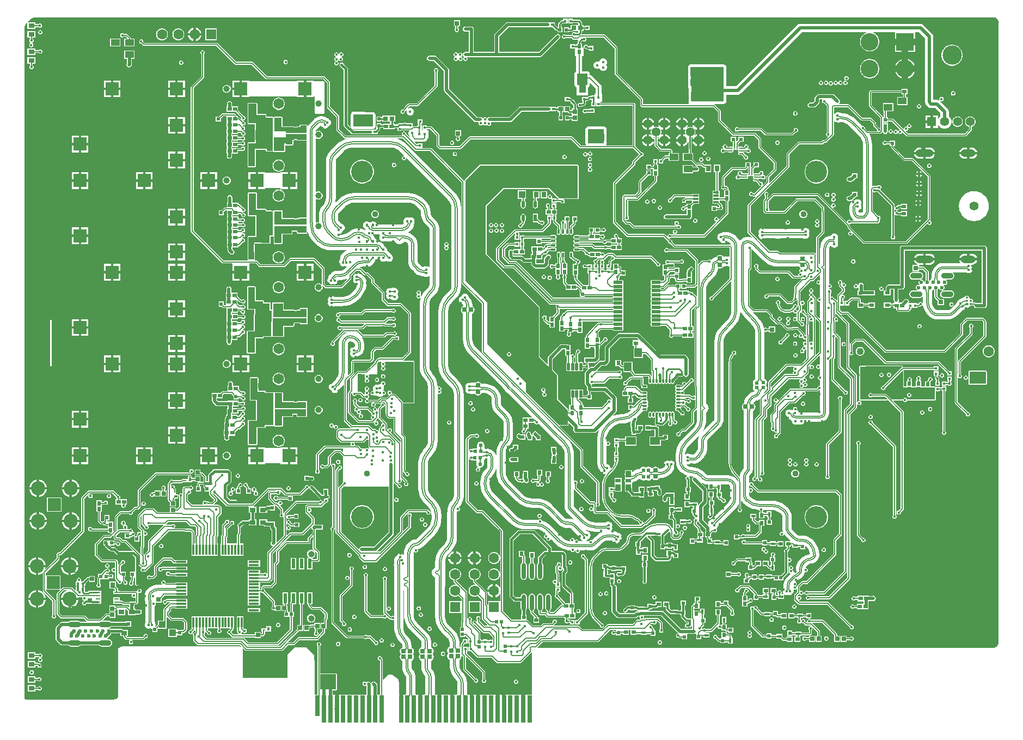
<source format=gbr>
G04*
G04 #@! TF.GenerationSoftware,Altium Limited,Altium Designer,24.2.2 (26)*
G04*
G04 Layer_Physical_Order=6*
G04 Layer_Color=16711680*
%FSLAX25Y25*%
%MOIN*%
G70*
G04*
G04 #@! TF.SameCoordinates,80A8E479-4E92-43EF-BFA2-91FD1FC97BD2*
G04*
G04*
G04 #@! TF.FilePolarity,Positive*
G04*
G01*
G75*
%ADD14C,0.01000*%
%ADD15C,0.00500*%
%ADD17R,0.02559X0.02756*%
%ADD18R,0.02559X0.02362*%
%ADD20R,0.02288X0.02016*%
%ADD21R,0.02016X0.02288*%
%ADD22R,0.02800X0.16500*%
%ADD23R,0.02800X0.12600*%
%ADD26R,0.02165X0.01968*%
G04:AMPARAMS|DCode=28|XSize=7.87mil|YSize=23.62mil|CornerRadius=1.97mil|HoleSize=0mil|Usage=FLASHONLY|Rotation=0.000|XOffset=0mil|YOffset=0mil|HoleType=Round|Shape=RoundedRectangle|*
%AMROUNDEDRECTD28*
21,1,0.00787,0.01968,0,0,0.0*
21,1,0.00394,0.02362,0,0,0.0*
1,1,0.00394,0.00197,-0.00984*
1,1,0.00394,-0.00197,-0.00984*
1,1,0.00394,-0.00197,0.00984*
1,1,0.00394,0.00197,0.00984*
%
%ADD28ROUNDEDRECTD28*%
G04:AMPARAMS|DCode=29|XSize=7.87mil|YSize=23.62mil|CornerRadius=1.97mil|HoleSize=0mil|Usage=FLASHONLY|Rotation=270.000|XOffset=0mil|YOffset=0mil|HoleType=Round|Shape=RoundedRectangle|*
%AMROUNDEDRECTD29*
21,1,0.00787,0.01968,0,0,270.0*
21,1,0.00394,0.02362,0,0,270.0*
1,1,0.00394,-0.00984,-0.00197*
1,1,0.00394,-0.00984,0.00197*
1,1,0.00394,0.00984,0.00197*
1,1,0.00394,0.00984,-0.00197*
%
%ADD29ROUNDEDRECTD29*%
%ADD32R,0.01772X0.01772*%
%ADD33R,0.01772X0.01772*%
%ADD34R,0.02657X0.01772*%
%ADD38R,0.02362X0.02559*%
%ADD43R,0.02911X0.02648*%
%ADD48R,0.02756X0.02756*%
%ADD56R,0.02123X0.01860*%
%ADD61R,0.02631X0.02648*%
%ADD65R,0.02657X0.02362*%
%ADD75R,0.01860X0.02123*%
%ADD76R,0.02756X0.03543*%
%ADD77R,0.03740X0.02756*%
%ADD78R,0.02423X0.02254*%
%ADD79R,0.02985X0.03197*%
%ADD80R,0.02756X0.02559*%
%ADD81R,0.02362X0.02657*%
%ADD83R,0.01772X0.02657*%
%ADD85R,0.01968X0.02165*%
%ADD89R,0.02362X0.02165*%
%ADD92R,0.02559X0.02559*%
%ADD93R,0.02559X0.02559*%
%ADD94R,0.02756X0.02953*%
%ADD97R,0.02204X0.02382*%
G04:AMPARAMS|DCode=100|XSize=7.87mil|YSize=27.56mil|CornerRadius=1.97mil|HoleSize=0mil|Usage=FLASHONLY|Rotation=180.000|XOffset=0mil|YOffset=0mil|HoleType=Round|Shape=RoundedRectangle|*
%AMROUNDEDRECTD100*
21,1,0.00787,0.02362,0,0,180.0*
21,1,0.00394,0.02756,0,0,180.0*
1,1,0.00394,-0.00197,0.01181*
1,1,0.00394,0.00197,0.01181*
1,1,0.00394,0.00197,-0.01181*
1,1,0.00394,-0.00197,-0.01181*
%
%ADD100ROUNDEDRECTD100*%
%ADD108R,0.02029X0.01860*%
%ADD110C,0.02362*%
%ADD112R,0.02165X0.02165*%
%ADD170C,0.03937*%
%ADD176C,0.04331*%
%ADD177C,0.06299*%
G04:AMPARAMS|DCode=182|XSize=35.43mil|YSize=74.8mil|CornerRadius=17.72mil|HoleSize=0mil|Usage=FLASHONLY|Rotation=270.000|XOffset=0mil|YOffset=0mil|HoleType=Round|Shape=RoundedRectangle|*
%AMROUNDEDRECTD182*
21,1,0.03543,0.03937,0,0,270.0*
21,1,0.00000,0.07480,0,0,270.0*
1,1,0.03543,-0.01968,0.00000*
1,1,0.03543,-0.01968,0.00000*
1,1,0.03543,0.01968,0.00000*
1,1,0.03543,0.01968,0.00000*
%
%ADD182ROUNDEDRECTD182*%
%ADD183R,0.02362X0.02362*%
%ADD186C,0.10827*%
%ADD187R,0.10827X0.10827*%
%ADD188C,0.11800*%
%ADD189R,0.05472X0.05472*%
%ADD190C,0.05472*%
%ADD197C,0.01600*%
%ADD202C,0.00538*%
%ADD203C,0.00538*%
%ADD207C,0.02000*%
%ADD208C,0.00699*%
%ADD209C,0.00699*%
%ADD210C,0.00727*%
%ADD216C,0.00727*%
%ADD217C,0.00520*%
%ADD218C,0.00800*%
%ADD219C,0.01500*%
%ADD221C,0.01200*%
%ADD225C,0.06496*%
%ADD226R,0.08268X0.08268*%
%ADD227C,0.04921*%
%ADD228O,0.09055X0.04724*%
%ADD229O,0.11024X0.04724*%
%ADD230C,0.05512*%
%ADD231C,0.25591*%
%ADD232R,0.06299X0.06299*%
%ADD233C,0.13386*%
%ADD234C,0.03740*%
%ADD235R,0.06299X0.06299*%
%ADD236C,0.25000*%
%ADD237C,0.05500*%
%ADD238C,0.08661*%
%ADD239R,0.07874X0.07874*%
%ADD240C,0.01800*%
%ADD241C,0.02000*%
%ADD242C,0.01968*%
%ADD248R,0.04331X0.03937*%
%ADD249R,0.02362X0.06102*%
%ADD250R,0.04921X0.03937*%
G04:AMPARAMS|DCode=251|XSize=17.72mil|YSize=55.12mil|CornerRadius=1.95mil|HoleSize=0mil|Usage=FLASHONLY|Rotation=90.000|XOffset=0mil|YOffset=0mil|HoleType=Round|Shape=RoundedRectangle|*
%AMROUNDEDRECTD251*
21,1,0.01772,0.05122,0,0,90.0*
21,1,0.01382,0.05512,0,0,90.0*
1,1,0.00390,0.02561,0.00691*
1,1,0.00390,0.02561,-0.00691*
1,1,0.00390,-0.02561,-0.00691*
1,1,0.00390,-0.02561,0.00691*
%
%ADD251ROUNDEDRECTD251*%
G04:AMPARAMS|DCode=252|XSize=17.72mil|YSize=11.81mil|CornerRadius=3.96mil|HoleSize=0mil|Usage=FLASHONLY|Rotation=0.000|XOffset=0mil|YOffset=0mil|HoleType=Round|Shape=RoundedRectangle|*
%AMROUNDEDRECTD252*
21,1,0.01772,0.00390,0,0,0.0*
21,1,0.00980,0.01181,0,0,0.0*
1,1,0.00791,0.00490,-0.00195*
1,1,0.00791,-0.00490,-0.00195*
1,1,0.00791,-0.00490,0.00195*
1,1,0.00791,0.00490,0.00195*
%
%ADD252ROUNDEDRECTD252*%
G04:AMPARAMS|DCode=253|XSize=15.75mil|YSize=11.81mil|CornerRadius=3.96mil|HoleSize=0mil|Usage=FLASHONLY|Rotation=0.000|XOffset=0mil|YOffset=0mil|HoleType=Round|Shape=RoundedRectangle|*
%AMROUNDEDRECTD253*
21,1,0.01575,0.00390,0,0,0.0*
21,1,0.00784,0.01181,0,0,0.0*
1,1,0.00791,0.00392,-0.00195*
1,1,0.00791,-0.00392,-0.00195*
1,1,0.00791,-0.00392,0.00195*
1,1,0.00791,0.00392,0.00195*
%
%ADD253ROUNDEDRECTD253*%
%ADD254R,0.02648X0.02631*%
%ADD255R,0.02953X0.02756*%
%ADD256R,0.05906X0.04724*%
%ADD257R,0.05512X0.03937*%
%ADD258R,0.05512X0.05512*%
%ADD259R,0.02953X0.03543*%
%ADD260R,0.03937X0.03543*%
%ADD261R,0.03543X0.02953*%
%ADD262R,0.04355X0.03773*%
%ADD263R,0.01968X0.01772*%
%ADD264R,0.01968X0.01870*%
%ADD265R,0.02992X0.02835*%
%ADD266R,0.02835X0.02992*%
%ADD267R,0.01870X0.01968*%
%ADD268R,0.03937X0.04921*%
%ADD269R,0.03740X0.03150*%
%ADD270R,0.03300X0.03900*%
%ADD271R,0.03300X0.02400*%
%ADD272O,0.02756X0.09843*%
%ADD273R,0.02284X0.02126*%
%ADD274R,0.02165X0.02165*%
%ADD275R,0.12992X0.12992*%
%ADD276O,0.02717X0.01102*%
%ADD277O,0.01102X0.02717*%
%ADD278R,0.01772X0.00787*%
%ADD279R,0.01772X0.02165*%
%ADD280R,0.06496X0.01181*%
%ADD281R,0.01181X0.06496*%
G04:AMPARAMS|DCode=282|XSize=17.72mil|YSize=45.28mil|CornerRadius=1.95mil|HoleSize=0mil|Usage=FLASHONLY|Rotation=0.000|XOffset=0mil|YOffset=0mil|HoleType=Round|Shape=RoundedRectangle|*
%AMROUNDEDRECTD282*
21,1,0.01772,0.04138,0,0,0.0*
21,1,0.01382,0.04528,0,0,0.0*
1,1,0.00390,0.00691,-0.02069*
1,1,0.00390,-0.00691,-0.02069*
1,1,0.00390,-0.00691,0.02069*
1,1,0.00390,0.00691,0.02069*
%
%ADD282ROUNDEDRECTD282*%
%ADD283R,0.03150X0.02165*%
%ADD284R,0.02165X0.01772*%
%ADD285R,0.00787X0.01772*%
%ADD286R,0.05512X0.03937*%
%ADD287R,0.01575X0.01968*%
%ADD288R,0.01968X0.02008*%
%ADD289R,0.02047X0.02205*%
%ADD290R,0.02756X0.00984*%
%ADD291R,0.06693X0.06299*%
%ADD292R,0.03347X0.01181*%
%ADD293R,0.02953X0.03347*%
%ADD294R,0.04134X0.04331*%
G04:AMPARAMS|DCode=295|XSize=40.88mil|YSize=20.95mil|CornerRadius=10.48mil|HoleSize=0mil|Usage=FLASHONLY|Rotation=90.000|XOffset=0mil|YOffset=0mil|HoleType=Round|Shape=RoundedRectangle|*
%AMROUNDEDRECTD295*
21,1,0.04088,0.00000,0,0,90.0*
21,1,0.01993,0.02095,0,0,90.0*
1,1,0.02095,0.00000,0.00996*
1,1,0.02095,0.00000,-0.00996*
1,1,0.02095,0.00000,-0.00996*
1,1,0.02095,0.00000,0.00996*
%
%ADD295ROUNDEDRECTD295*%
%ADD296R,0.02095X0.04088*%
G04:AMPARAMS|DCode=297|XSize=82.68mil|YSize=82.68mil|CornerRadius=2.07mil|HoleSize=0mil|Usage=FLASHONLY|Rotation=180.000|XOffset=0mil|YOffset=0mil|HoleType=Round|Shape=RoundedRectangle|*
%AMROUNDEDRECTD297*
21,1,0.08268,0.07854,0,0,180.0*
21,1,0.07854,0.08268,0,0,180.0*
1,1,0.00413,-0.03927,0.03927*
1,1,0.00413,0.03927,0.03927*
1,1,0.00413,0.03927,-0.03927*
1,1,0.00413,-0.03927,-0.03927*
%
%ADD297ROUNDEDRECTD297*%
G04:AMPARAMS|DCode=298|XSize=11.81mil|YSize=29.53mil|CornerRadius=1.95mil|HoleSize=0mil|Usage=FLASHONLY|Rotation=180.000|XOffset=0mil|YOffset=0mil|HoleType=Round|Shape=RoundedRectangle|*
%AMROUNDEDRECTD298*
21,1,0.01181,0.02563,0,0,180.0*
21,1,0.00791,0.02953,0,0,180.0*
1,1,0.00390,-0.00396,0.01282*
1,1,0.00390,0.00396,0.01282*
1,1,0.00390,0.00396,-0.01282*
1,1,0.00390,-0.00396,-0.01282*
%
%ADD298ROUNDEDRECTD298*%
G04:AMPARAMS|DCode=299|XSize=11.81mil|YSize=29.53mil|CornerRadius=1.95mil|HoleSize=0mil|Usage=FLASHONLY|Rotation=90.000|XOffset=0mil|YOffset=0mil|HoleType=Round|Shape=RoundedRectangle|*
%AMROUNDEDRECTD299*
21,1,0.01181,0.02563,0,0,90.0*
21,1,0.00791,0.02953,0,0,90.0*
1,1,0.00390,0.01282,0.00396*
1,1,0.00390,0.01282,-0.00396*
1,1,0.00390,-0.01282,-0.00396*
1,1,0.00390,-0.01282,0.00396*
%
%ADD299ROUNDEDRECTD299*%
%ADD300R,0.02681X0.02410*%
%ADD301R,0.02410X0.02681*%
%ADD302R,0.04724X0.05512*%
%ADD303R,0.04528X0.05709*%
%ADD304R,0.02520X0.02677*%
G36*
X333636Y2657D02*
Y-12785D01*
X333703Y-13122D01*
X333894Y-13408D01*
X349198Y-28712D01*
Y-32003D01*
X349265Y-32340D01*
X349455Y-32625D01*
X349881Y-33051D01*
X349881Y-33051D01*
X350167Y-33242D01*
X350504Y-33309D01*
X350504Y-33309D01*
X393946D01*
X396856Y-36219D01*
Y-41374D01*
X396923Y-41711D01*
X397114Y-41997D01*
X405639Y-50522D01*
X405925Y-50713D01*
X406262Y-50780D01*
X419032D01*
X421624Y-53372D01*
Y-57895D01*
X421691Y-58232D01*
X421881Y-58517D01*
X430984Y-67620D01*
Y-71121D01*
X426810Y-75296D01*
X426619Y-75581D01*
X426552Y-75918D01*
Y-78773D01*
X424689Y-80635D01*
X424676Y-80632D01*
X424412Y-80488D01*
Y-80058D01*
X424214Y-79581D01*
X423849Y-79215D01*
X423371Y-79017D01*
X423057D01*
X421773Y-77733D01*
Y-77595D01*
X421719Y-77323D01*
X421699Y-77292D01*
X421859Y-76992D01*
X423692D01*
X424019Y-77319D01*
X424497Y-77517D01*
X425014D01*
X425492Y-77319D01*
X425857Y-76953D01*
X426055Y-76475D01*
Y-75958D01*
X425857Y-75480D01*
X425492Y-75115D01*
X425014Y-74917D01*
X424497D01*
X424488Y-74920D01*
X424319Y-74666D01*
X424531Y-74453D01*
X424729Y-73975D01*
Y-73458D01*
X424531Y-72980D01*
X424165Y-72615D01*
X423688Y-72417D01*
X423171D01*
X422693Y-72615D01*
X422327Y-72980D01*
X422129Y-73458D01*
Y-73867D01*
X421452D01*
X421335Y-73789D01*
X421063Y-73735D01*
X419095D01*
X418924Y-73769D01*
X418624Y-73588D01*
Y-72870D01*
X418597Y-72735D01*
Y-71304D01*
X419810Y-70091D01*
X421853D01*
Y-67075D01*
X418565D01*
Y-68846D01*
X417322Y-70089D01*
X417022Y-69964D01*
Y-69280D01*
X416955Y-68944D01*
X416952Y-68939D01*
Y-67075D01*
X413665D01*
Y-69142D01*
X413648Y-69227D01*
Y-69493D01*
X413128Y-70013D01*
X405772D01*
X405435Y-70080D01*
X405149Y-70271D01*
X405149Y-70271D01*
X399511Y-75909D01*
X399320Y-76195D01*
X399253Y-76532D01*
Y-81372D01*
X399032Y-81594D01*
X398834Y-82072D01*
Y-82589D01*
X399032Y-83067D01*
X399397Y-83433D01*
X399875Y-83630D01*
X400392D01*
X400870Y-83433D01*
X401092Y-83211D01*
X401580D01*
Y-84039D01*
X400779D01*
Y-88623D01*
X397843D01*
Y-84476D01*
X397239D01*
Y-73116D01*
X398236D01*
Y-68573D01*
X394480D01*
Y-73116D01*
X395478D01*
Y-84476D01*
X393496D01*
Y-88626D01*
Y-92563D01*
X396597D01*
X397776Y-93741D01*
Y-94068D01*
X397601Y-94244D01*
X397498Y-94493D01*
X396415D01*
Y-93866D01*
X393128D01*
Y-96882D01*
X396415D01*
Y-96254D01*
X398073D01*
X398282Y-96213D01*
X398444Y-96280D01*
X398962D01*
X399439Y-96082D01*
X399805Y-95717D01*
X400003Y-95239D01*
Y-94722D01*
X399805Y-94244D01*
X399583Y-94022D01*
Y-93423D01*
X399516Y-93086D01*
X399326Y-92800D01*
X399325Y-92800D01*
X397843Y-91317D01*
Y-90384D01*
X400779D01*
Y-90944D01*
X401580D01*
Y-97822D01*
X397510Y-101892D01*
X397210Y-101768D01*
Y-101650D01*
X397012Y-101172D01*
X396646Y-100807D01*
X396168Y-100609D01*
X395651D01*
X395173Y-100807D01*
X394808Y-101172D01*
X394610Y-101650D01*
Y-102167D01*
X394808Y-102645D01*
X395173Y-103011D01*
X395651Y-103209D01*
X395769D01*
X395894Y-103509D01*
X388142Y-111260D01*
X368327D01*
X368105Y-111039D01*
X367627Y-110841D01*
X367110D01*
X366632Y-111039D01*
X366267Y-111405D01*
X366069Y-111882D01*
Y-112304D01*
X365789Y-112449D01*
X364553Y-111213D01*
X364267Y-111022D01*
X363930Y-110955D01*
X341861D01*
X334485Y-103579D01*
Y-80292D01*
X345983Y-68794D01*
X346174Y-68508D01*
X346241Y-68171D01*
Y-67282D01*
X350023Y-63500D01*
X350337D01*
X350814Y-63302D01*
X351180Y-62936D01*
X351378Y-62459D01*
Y-61941D01*
X351180Y-61464D01*
X350814Y-61098D01*
X350337Y-60900D01*
X350023D01*
X346311Y-57188D01*
Y-31543D01*
X346244Y-31206D01*
X346053Y-30920D01*
X345768Y-30730D01*
X345431Y-30663D01*
X325337D01*
X325125Y-30450D01*
X325125Y-30157D01*
X325360Y-30000D01*
X326125D01*
Y-25228D01*
X325639D01*
Y-20869D01*
X325639Y-20869D01*
X325495Y-20142D01*
X325083Y-19526D01*
X325083Y-19526D01*
X319729Y-14172D01*
X319112Y-13760D01*
X318490Y-13636D01*
Y-12873D01*
X318373Y-12288D01*
X318042Y-11791D01*
X317546Y-11460D01*
X316960Y-11344D01*
X313774D01*
Y-2234D01*
X314555D01*
Y3051D01*
X314855Y3111D01*
X314917Y2961D01*
X315282Y2596D01*
X315760Y2398D01*
X316039D01*
X316136Y2300D01*
X316467Y2080D01*
X316857Y2002D01*
X317857D01*
Y1322D01*
X320629D01*
Y4093D01*
X317857D01*
Y4041D01*
X317284D01*
X317121Y4434D01*
X316755Y4800D01*
X316277Y4998D01*
X315760D01*
X315282Y4800D01*
X314917Y4434D01*
X314719Y3956D01*
Y3557D01*
X314601Y3391D01*
X314442Y3325D01*
X313555D01*
Y5672D01*
X312893D01*
Y6204D01*
X313776Y7087D01*
X314212D01*
X314295Y7005D01*
X314773Y6807D01*
X315290D01*
X315768Y7005D01*
X316133Y7370D01*
X316331Y7848D01*
Y8365D01*
X316133Y8843D01*
X315939Y9038D01*
X316063Y9338D01*
X326955D01*
X333636Y2657D01*
D02*
G37*
G36*
X316960Y-19667D02*
X315914D01*
Y-24589D01*
X311977D01*
Y-19667D01*
X310619D01*
Y-12873D01*
X316960D01*
Y-19667D01*
D02*
G37*
G36*
X567034Y21338D02*
X567591Y20981D01*
X568068Y20521D01*
X568446Y19977D01*
X568711Y19370D01*
X568844Y18756D01*
X568821Y18640D01*
X568777Y18415D01*
X568777Y18415D01*
X568777Y18415D01*
X568777Y-360471D01*
X568773Y-360843D01*
X568626Y-361579D01*
X568342Y-362266D01*
X567928Y-362885D01*
X567402Y-363411D01*
X566784Y-363824D01*
X566096Y-364109D01*
X565367Y-364254D01*
X564995Y-364254D01*
X564995Y-364254D01*
X564995Y-364254D01*
X286210Y-364286D01*
X286086Y-363986D01*
X289500Y-360572D01*
X323241D01*
X323578Y-360504D01*
X323864Y-360314D01*
X331104Y-353073D01*
X334196D01*
X334430Y-353232D01*
Y-353996D01*
X334010D01*
X333696Y-353681D01*
X333218Y-353483D01*
X332701D01*
X332223Y-353681D01*
X331857Y-354047D01*
X331659Y-354525D01*
Y-355042D01*
X331857Y-355520D01*
X332223Y-355885D01*
X332701Y-356083D01*
X333218D01*
X333696Y-355885D01*
X333824Y-355756D01*
X334430D01*
Y-356520D01*
X337446D01*
Y-355352D01*
X338721D01*
Y-356153D01*
X342378D01*
Y-353073D01*
X343445D01*
Y-356153D01*
X347103D01*
Y-355670D01*
X349633D01*
Y-356175D01*
X353290D01*
Y-355670D01*
X355566D01*
Y-356815D01*
X358582D01*
Y-353528D01*
X357954D01*
Y-352874D01*
X357887Y-352537D01*
X357696Y-352252D01*
X356888Y-351444D01*
Y-351130D01*
X356690Y-350652D01*
X356325Y-350287D01*
X355847Y-350089D01*
X355606D01*
X355482Y-349789D01*
X355976Y-349294D01*
X357122D01*
X357344Y-349516D01*
X357822Y-349714D01*
X358339D01*
X358817Y-349516D01*
X359182Y-349150D01*
X359380Y-348672D01*
Y-348155D01*
X359287Y-347931D01*
X359462Y-347669D01*
X359766Y-347651D01*
X361289Y-349174D01*
Y-352615D01*
X361068Y-352837D01*
X360870Y-353314D01*
Y-353832D01*
X361068Y-354309D01*
X361433Y-354675D01*
X361911Y-354873D01*
X362428D01*
X362906Y-354675D01*
X363272Y-354309D01*
X363470Y-353832D01*
Y-353314D01*
X363272Y-352837D01*
X363050Y-352615D01*
Y-348810D01*
X363050Y-348810D01*
X362983Y-348472D01*
X362792Y-348187D01*
X361018Y-346412D01*
X360733Y-346128D01*
X360447Y-345937D01*
X360110Y-345870D01*
X352697D01*
X352360Y-345937D01*
X352074Y-346128D01*
X352002Y-346199D01*
X351540D01*
X351364Y-345900D01*
X351502Y-345566D01*
Y-345048D01*
X351414Y-344836D01*
X351615Y-344536D01*
X362027D01*
X372501Y-355011D01*
X372377Y-355311D01*
X372210D01*
X371732Y-355508D01*
X371367Y-355874D01*
X371169Y-356352D01*
Y-356869D01*
X371367Y-357347D01*
X371732Y-357713D01*
X372210Y-357910D01*
X372727D01*
X372750Y-357901D01*
X372862Y-358012D01*
X372862Y-358012D01*
X373147Y-358203D01*
X373484Y-358270D01*
X373484Y-358270D01*
X374687D01*
Y-358953D01*
X377971D01*
Y-355827D01*
X378169Y-355609D01*
X382250D01*
X382835Y-355492D01*
X383249Y-355216D01*
X383494Y-355413D01*
Y-358636D01*
X386510D01*
Y-357196D01*
X387996D01*
Y-357701D01*
X391654D01*
Y-354929D01*
X389196D01*
X389137Y-354629D01*
X389233Y-354590D01*
X389454Y-354368D01*
X392639D01*
X392976Y-354301D01*
X393261Y-354110D01*
X396410Y-350961D01*
X396704Y-351092D01*
Y-351494D01*
X396902Y-351972D01*
X397268Y-352337D01*
X397745Y-352535D01*
X398263D01*
X398539Y-352421D01*
X398547Y-352422D01*
X398547Y-352422D01*
X399026D01*
Y-353370D01*
X401143D01*
X401637Y-353864D01*
X401637Y-353864D01*
X401923Y-354055D01*
X402259Y-354122D01*
X402885D01*
Y-354749D01*
X406173D01*
Y-351733D01*
X402885D01*
Y-352253D01*
X402605Y-352314D01*
X402388Y-352119D01*
Y-349713D01*
X401435D01*
Y-348909D01*
X401940D01*
Y-345251D01*
X399169D01*
Y-348909D01*
X399674D01*
Y-349713D01*
X399026D01*
Y-350027D01*
X398749Y-350142D01*
X398740Y-350133D01*
X398263Y-349935D01*
X397860D01*
X397730Y-349642D01*
X397754Y-349617D01*
X397945Y-349332D01*
X398012Y-348995D01*
Y-343983D01*
X398812D01*
Y-340325D01*
X395450D01*
Y-343983D01*
X396251D01*
Y-348630D01*
X392274Y-352607D01*
X389454D01*
X389233Y-352385D01*
X388755Y-352187D01*
X388238D01*
X387760Y-352385D01*
X387538Y-352607D01*
X386956D01*
X386789Y-352358D01*
X386846Y-352221D01*
Y-351907D01*
X388226Y-350527D01*
X388417Y-350241D01*
X388484Y-349905D01*
Y-348827D01*
X389383D01*
Y-345811D01*
X388287D01*
Y-343657D01*
X388793D01*
Y-340000D01*
X386021D01*
Y-341391D01*
X385502D01*
Y-341314D01*
X382339D01*
Y-340247D01*
X385502D01*
Y-336589D01*
X384701D01*
Y-335655D01*
X385896D01*
Y-332639D01*
X382608D01*
Y-335655D01*
X382940D01*
Y-336589D01*
X382140D01*
Y-337403D01*
X381884Y-337537D01*
X381547Y-337604D01*
X381261Y-337795D01*
X381261Y-337795D01*
X380836Y-338221D01*
X380645Y-338507D01*
X380578Y-338844D01*
Y-345930D01*
X380285Y-346133D01*
X380008Y-346019D01*
X379490D01*
X379060Y-346197D01*
X378210D01*
X376543Y-344530D01*
X376580Y-344230D01*
X377039D01*
Y-341213D01*
X376649D01*
Y-338264D01*
X377171D01*
Y-335247D01*
X373884D01*
Y-338264D01*
X374406D01*
Y-341213D01*
X373752D01*
Y-341358D01*
X372786D01*
Y-340851D01*
X369129D01*
Y-341115D01*
X368461D01*
X367164Y-339819D01*
Y-337941D01*
X367164Y-337941D01*
X367143Y-337832D01*
Y-335678D01*
X363485D01*
Y-339040D01*
X364921D01*
Y-340283D01*
X364921Y-340283D01*
X365007Y-340712D01*
X365250Y-341076D01*
X367203Y-343030D01*
X367203Y-343030D01*
X367567Y-343273D01*
X367997Y-343358D01*
X367997Y-343358D01*
X369129D01*
Y-343623D01*
X372786D01*
Y-343601D01*
X373752D01*
Y-344230D01*
X374274D01*
Y-344968D01*
X374274Y-344968D01*
X374359Y-345397D01*
X374603Y-345761D01*
X376953Y-348112D01*
X376953Y-348112D01*
X377317Y-348355D01*
X377746Y-348440D01*
X377746Y-348440D01*
X378627D01*
Y-349169D01*
X378151D01*
X378123Y-349158D01*
X377606D01*
X377128Y-349356D01*
X376762Y-349722D01*
X376565Y-350199D01*
Y-350716D01*
X376762Y-351194D01*
X377128Y-351560D01*
X377606Y-351758D01*
X378123D01*
X378601Y-351560D01*
X378748Y-351412D01*
X379490D01*
X379490Y-351412D01*
X379919Y-351327D01*
X380283Y-351084D01*
X380542Y-350825D01*
X380687Y-350608D01*
X380987Y-350699D01*
Y-352550D01*
X374366D01*
X363742Y-341926D01*
X363246Y-341594D01*
X362661Y-341478D01*
X354463D01*
X354372Y-341178D01*
X354659Y-340986D01*
X355329Y-340316D01*
X356759D01*
Y-339793D01*
X359130D01*
X359130Y-339793D01*
X359559Y-339708D01*
X359923Y-339465D01*
X360347Y-339040D01*
X362418D01*
Y-335678D01*
X358761D01*
Y-337454D01*
X358665Y-337550D01*
X356759D01*
Y-337028D01*
X353743D01*
Y-338729D01*
X353401Y-339071D01*
X351961D01*
Y-338807D01*
X348304D01*
Y-338854D01*
X348004Y-338978D01*
X347851Y-338825D01*
X347487Y-338582D01*
X347058Y-338497D01*
X347058Y-338497D01*
X345865D01*
Y-337975D01*
X342848D01*
Y-338497D01*
X341676D01*
X341676Y-338497D01*
X341247Y-338582D01*
X340883Y-338825D01*
X340883Y-338825D01*
X339851Y-339857D01*
X339420Y-340036D01*
X339054Y-340402D01*
X338856Y-340879D01*
Y-341396D01*
X339054Y-341874D01*
X339420Y-342240D01*
X339898Y-342438D01*
X340415D01*
X340893Y-342240D01*
X341258Y-341874D01*
X341437Y-341443D01*
X342140Y-340740D01*
X342848D01*
Y-341262D01*
X345865D01*
Y-340740D01*
X346594D01*
X346840Y-340986D01*
X346840Y-340986D01*
X347203Y-341229D01*
X347633Y-341314D01*
X348220D01*
X348255Y-341547D01*
X348039Y-341777D01*
X347409D01*
X346823Y-341893D01*
X346327Y-342225D01*
X345772Y-342780D01*
X336572D01*
X334855Y-341063D01*
Y-326852D01*
X334738Y-326267D01*
X334407Y-325771D01*
X333910Y-325439D01*
X333396Y-325337D01*
X333147Y-325088D01*
Y-324662D01*
X333509D01*
Y-321709D01*
Y-318544D01*
X330541D01*
Y-319005D01*
X329551D01*
Y-317215D01*
X329287D01*
Y-316421D01*
X329587Y-316261D01*
X329772Y-316385D01*
X330201Y-316470D01*
X330201Y-316470D01*
X331501D01*
Y-316993D01*
X334518D01*
Y-316646D01*
X337543D01*
Y-317344D01*
X337930D01*
Y-317708D01*
X337797Y-317841D01*
X336443D01*
X336197Y-317739D01*
X335680D01*
X335202Y-317937D01*
X334836Y-318303D01*
X334638Y-318781D01*
Y-319298D01*
X334836Y-319776D01*
X335202Y-320142D01*
X335680Y-320339D01*
X336197D01*
X336675Y-320142D01*
X336732Y-320084D01*
X338261D01*
X338261Y-320084D01*
X338691Y-319999D01*
X339054Y-319756D01*
X339844Y-318966D01*
X340087Y-318602D01*
X340173Y-318173D01*
X340173Y-318173D01*
Y-317344D01*
X340559D01*
Y-314056D01*
X337543D01*
Y-314403D01*
X334518D01*
Y-313705D01*
X331501D01*
Y-314227D01*
X330666D01*
X330314Y-313876D01*
X329950Y-313632D01*
X329521Y-313547D01*
X329370Y-313315D01*
Y-312752D01*
X326082D01*
Y-315769D01*
X327044D01*
Y-317215D01*
X326779D01*
Y-320873D01*
X327965D01*
X328012Y-320920D01*
X328012Y-320920D01*
X328376Y-321163D01*
X328805Y-321248D01*
X328805Y-321248D01*
X330541D01*
Y-324662D01*
X330904D01*
Y-325552D01*
X330904Y-325552D01*
X330989Y-325982D01*
X331232Y-326345D01*
X331796Y-326909D01*
Y-341697D01*
X331912Y-342282D01*
X332244Y-342778D01*
X334857Y-345391D01*
X335353Y-345723D01*
X335938Y-345839D01*
X346405D01*
X346991Y-345723D01*
X347487Y-345391D01*
X348042Y-344836D01*
X348666D01*
X348902Y-345048D01*
Y-345566D01*
X349100Y-346043D01*
X349266Y-346210D01*
X349261Y-346588D01*
X348975Y-346874D01*
X347469D01*
X347132Y-346941D01*
X346846Y-347132D01*
X344568Y-349410D01*
X329533D01*
X329533Y-349410D01*
X329196Y-349477D01*
X328910Y-349668D01*
X328910Y-349668D01*
X325860Y-352719D01*
X314088D01*
X312076Y-350707D01*
X311790Y-350516D01*
X311454Y-350449D01*
X296465D01*
X296341Y-350149D01*
X297211Y-349279D01*
X297226D01*
X297704Y-349081D01*
X298070Y-348716D01*
X298268Y-348238D01*
Y-347721D01*
X298070Y-347243D01*
X297704Y-346877D01*
X297226Y-346679D01*
X296709D01*
X296231Y-346877D01*
X295866Y-347243D01*
X295668Y-347721D01*
Y-348238D01*
X295791Y-348536D01*
X295332Y-348995D01*
X290163D01*
X289870Y-349053D01*
X289622Y-349219D01*
X289622Y-349219D01*
X288445Y-350396D01*
X283682D01*
X280429Y-347143D01*
X280181Y-346977D01*
X279956Y-346933D01*
X279865Y-346890D01*
X279705Y-346695D01*
X279705Y-346619D01*
Y-343799D01*
X279305D01*
Y-341274D01*
X279354Y-341241D01*
X279769Y-340620D01*
X279915Y-339887D01*
Y-332801D01*
X279769Y-332068D01*
X279354Y-331447D01*
X278733Y-331032D01*
X278000Y-330886D01*
X277267Y-331032D01*
X276646Y-331447D01*
X276231Y-332068D01*
X276085Y-332801D01*
Y-333222D01*
X273144D01*
X271753Y-331832D01*
Y-298368D01*
X275585Y-294536D01*
X283395D01*
X292435Y-303576D01*
Y-304714D01*
X291073D01*
X290586Y-304811D01*
X290172Y-305088D01*
X287099Y-308161D01*
X286823Y-308575D01*
X286725Y-309062D01*
Y-312102D01*
X286646Y-312155D01*
X286231Y-312776D01*
X286085Y-313509D01*
Y-320596D01*
X286231Y-321329D01*
X286646Y-321950D01*
X287267Y-322365D01*
X288000Y-322511D01*
X288733Y-322365D01*
X289354Y-321950D01*
X289769Y-321329D01*
X289915Y-320596D01*
Y-313509D01*
X289769Y-312776D01*
X289354Y-312155D01*
X289275Y-312102D01*
Y-309590D01*
X291601Y-307263D01*
X301070D01*
X301356Y-307550D01*
Y-314188D01*
X301355Y-314190D01*
X301056Y-314364D01*
X300720Y-314225D01*
X300587D01*
X300463Y-313925D01*
X300598Y-313789D01*
X300796Y-313311D01*
Y-312794D01*
X300598Y-312316D01*
X300233Y-311950D01*
X299755Y-311753D01*
X299238D01*
X298760Y-311950D01*
X298394Y-312316D01*
X298196Y-312794D01*
Y-313107D01*
X297625Y-313678D01*
X297434Y-313964D01*
X297367Y-314301D01*
Y-317964D01*
X297434Y-318301D01*
X297625Y-318587D01*
X297992Y-318954D01*
Y-322508D01*
X297715Y-322623D01*
X297672Y-322580D01*
X297195Y-322382D01*
X296677D01*
X296200Y-322580D01*
X295834Y-322946D01*
X295636Y-323424D01*
Y-323941D01*
X295834Y-324419D01*
X296200Y-324784D01*
X296677Y-324982D01*
X297195D01*
X297237Y-324964D01*
X297487Y-325131D01*
Y-326719D01*
X300259D01*
Y-323948D01*
X299753D01*
Y-318589D01*
X299686Y-318252D01*
X299495Y-317967D01*
X299128Y-317600D01*
Y-316427D01*
X299428Y-316330D01*
X299725Y-316627D01*
X300203Y-316825D01*
X300720D01*
X301198Y-316627D01*
X301563Y-316261D01*
X301668Y-316007D01*
X301946Y-315893D01*
X302039Y-315933D01*
Y-316758D01*
X301575Y-317222D01*
X301299Y-317636D01*
X301202Y-318124D01*
Y-325748D01*
X301299Y-326236D01*
X301575Y-326649D01*
X305084Y-330158D01*
X305110Y-330220D01*
X305475Y-330586D01*
X305953Y-330783D01*
X306030D01*
X306463Y-331216D01*
Y-336691D01*
X303463D01*
X303316Y-336544D01*
X303290Y-336412D01*
X303099Y-336127D01*
X299548Y-332576D01*
Y-332262D01*
X299350Y-331784D01*
X299128Y-331563D01*
Y-330925D01*
X299215Y-330796D01*
X299282Y-330459D01*
Y-329869D01*
X300259D01*
Y-327097D01*
X297487D01*
Y-329869D01*
X297487D01*
X297506Y-330169D01*
X297434Y-330276D01*
X297367Y-330613D01*
Y-331563D01*
X297146Y-331784D01*
X296948Y-332262D01*
Y-332779D01*
X297146Y-333257D01*
X297511Y-333623D01*
X297989Y-333821D01*
X298303D01*
X301637Y-337155D01*
X301644Y-337192D01*
X301466Y-337492D01*
X301393D01*
X301056Y-337559D01*
X300770Y-337750D01*
X296243Y-342277D01*
X294339D01*
X294053Y-341991D01*
Y-341442D01*
X294354Y-341241D01*
X294769Y-340620D01*
X294915Y-339887D01*
Y-332801D01*
X294769Y-332068D01*
X294354Y-331447D01*
X293733Y-331032D01*
X293000Y-330886D01*
X292267Y-331032D01*
X291646Y-331447D01*
X291231Y-332068D01*
X291085Y-332801D01*
Y-339887D01*
X291231Y-340620D01*
X291646Y-341241D01*
X292267Y-341656D01*
X292292Y-341661D01*
Y-342356D01*
X292328Y-342536D01*
X292052Y-342684D01*
X291903Y-342535D01*
X291617Y-342344D01*
X291280Y-342277D01*
X288880D01*
Y-341558D01*
X289354Y-341241D01*
X289769Y-340620D01*
X289915Y-339887D01*
Y-332801D01*
X289769Y-332068D01*
X289354Y-331447D01*
X288733Y-331032D01*
X288000Y-330886D01*
X287267Y-331032D01*
X286646Y-331447D01*
X286231Y-332068D01*
X286085Y-332801D01*
Y-339887D01*
X286231Y-340620D01*
X286646Y-341241D01*
X287120Y-341558D01*
Y-342731D01*
X287187Y-343068D01*
X287377Y-343354D01*
X287803Y-343780D01*
X287803Y-343780D01*
X288089Y-343971D01*
X288426Y-344038D01*
X288426Y-344038D01*
X290915D01*
X292174Y-345296D01*
X292460Y-345487D01*
X292797Y-345554D01*
X302611D01*
Y-345980D01*
X303355D01*
Y-346726D01*
X303133Y-346948D01*
X302935Y-347425D01*
Y-347942D01*
X303133Y-348420D01*
X303499Y-348786D01*
X303977Y-348984D01*
X304494D01*
X304972Y-348786D01*
X305193Y-348564D01*
X305812D01*
X305944Y-348653D01*
X306259Y-348715D01*
Y-349747D01*
X309031D01*
Y-346976D01*
X307208D01*
X307123Y-346959D01*
X306595D01*
X306463Y-346871D01*
X306126Y-346803D01*
X305193D01*
X305116Y-346726D01*
Y-345980D01*
X309517D01*
Y-342618D01*
X308617D01*
Y-340053D01*
X309123D01*
Y-336691D01*
X308224D01*
Y-330852D01*
X308157Y-330515D01*
X307966Y-330229D01*
X307502Y-329765D01*
X307511Y-329742D01*
Y-329225D01*
X307314Y-328747D01*
X306948Y-328381D01*
X306886Y-328356D01*
X303751Y-325220D01*
Y-318652D01*
X304215Y-318187D01*
X304491Y-317774D01*
X304588Y-317286D01*
Y-315148D01*
X304491Y-314660D01*
X304215Y-314247D01*
X303905Y-313937D01*
Y-307022D01*
X303808Y-306534D01*
X303532Y-306121D01*
X302499Y-305088D01*
X302085Y-304811D01*
X301598Y-304714D01*
X294984D01*
Y-303048D01*
X294887Y-302560D01*
X294611Y-302147D01*
X284824Y-292360D01*
X284411Y-292084D01*
X283923Y-291987D01*
X275057D01*
X274569Y-292084D01*
X274156Y-292360D01*
X269577Y-296939D01*
X269301Y-297352D01*
X269204Y-297840D01*
Y-332360D01*
X269301Y-332847D01*
X269577Y-333261D01*
X271714Y-335398D01*
X272128Y-335674D01*
X272616Y-335771D01*
X276085D01*
Y-339887D01*
X276231Y-340620D01*
X276646Y-341241D01*
X276756Y-341315D01*
Y-343799D01*
X276417D01*
X276417Y-346815D01*
X276160Y-346919D01*
X270681D01*
X265240Y-341479D01*
Y-292638D01*
X265182Y-292345D01*
X265016Y-292097D01*
X261859Y-288939D01*
X261841Y-288853D01*
X261650Y-288567D01*
X253262Y-280179D01*
X252977Y-279988D01*
X252640Y-279921D01*
X249971D01*
X244239Y-274189D01*
Y-248454D01*
X244539Y-248395D01*
X244629Y-248611D01*
X244995Y-248977D01*
X245472Y-249175D01*
X245990D01*
X246230Y-249336D01*
Y-249440D01*
X248944D01*
Y-251646D01*
X249120Y-252532D01*
X249427Y-252991D01*
X249576Y-253229D01*
X249576D01*
X249719Y-253407D01*
X249633Y-253704D01*
X249247Y-253864D01*
X248881Y-254230D01*
X248684Y-254708D01*
Y-255225D01*
X248881Y-255703D01*
X249247Y-256069D01*
X249725Y-256266D01*
X250242D01*
X250720Y-256069D01*
X251086Y-255703D01*
X251284Y-255225D01*
Y-254708D01*
X251086Y-254230D01*
X251235Y-253955D01*
X251257Y-253960D01*
X252143Y-253784D01*
X252893Y-253282D01*
X252929Y-253229D01*
X252939D01*
Y-253214D01*
X253395Y-252532D01*
X253571Y-251646D01*
Y-248996D01*
X253587Y-248986D01*
X254342Y-248835D01*
X254435Y-248854D01*
X255373D01*
X255382Y-248852D01*
X255614Y-249043D01*
Y-252940D01*
X255631Y-253025D01*
X255491Y-253727D01*
X255094Y-254321D01*
X255022Y-254369D01*
X255013Y-254378D01*
X254981Y-254426D01*
X253776Y-255838D01*
X252776Y-257469D01*
X252044Y-259237D01*
X251597Y-261097D01*
X251451Y-262948D01*
X251440Y-263005D01*
Y-263915D01*
X251446Y-263943D01*
X251607Y-266002D01*
X252096Y-268037D01*
X252897Y-269970D01*
X253991Y-271755D01*
X255332Y-273325D01*
X255348Y-273349D01*
X255347Y-273349D01*
X255348Y-273349D01*
X269346Y-287347D01*
X269558Y-287560D01*
X269558Y-287560D01*
X269558Y-287560D01*
X269582Y-287575D01*
X271152Y-288916D01*
X272936Y-290010D01*
X274870Y-290810D01*
X276904Y-291299D01*
X278963Y-291461D01*
X278991Y-291466D01*
X285419D01*
X285526Y-291445D01*
X286925Y-291583D01*
X288373Y-292022D01*
X289707Y-292736D01*
X290794Y-293628D01*
X290855Y-293718D01*
X291395Y-294258D01*
X291289Y-294576D01*
X290910Y-294733D01*
X290544Y-295099D01*
X290346Y-295577D01*
Y-296094D01*
X290544Y-296572D01*
X290910Y-296938D01*
X291387Y-297135D01*
X291831D01*
Y-297579D01*
X292029Y-298057D01*
X292394Y-298423D01*
X292872Y-298620D01*
X293389D01*
X293867Y-298423D01*
X294233Y-298057D01*
X294390Y-297677D01*
X294708Y-297571D01*
X297819Y-300682D01*
X297843Y-300698D01*
X299412Y-302038D01*
X301195Y-303131D01*
X303127Y-303931D01*
X305161Y-304420D01*
X306768Y-304546D01*
X306949Y-304984D01*
X307315Y-305350D01*
X307793Y-305548D01*
X308310D01*
X308788Y-305350D01*
X309153Y-304984D01*
X309318Y-304587D01*
X309733D01*
Y-304993D01*
X309931Y-305470D01*
X310297Y-305836D01*
X310774Y-306034D01*
X311291D01*
X311769Y-305836D01*
X312135Y-305470D01*
X312333Y-304993D01*
Y-304587D01*
X318476D01*
X318582Y-304566D01*
X319843Y-304442D01*
X321158Y-304043D01*
X322370Y-303395D01*
X323350Y-302591D01*
X323440Y-302531D01*
X325729Y-300241D01*
X325940Y-300031D01*
X325941Y-300029D01*
X326150Y-299815D01*
X327092Y-299091D01*
X328463Y-298523D01*
X329804Y-298347D01*
X329934Y-298373D01*
X332228D01*
X332434Y-298868D01*
X332732Y-299256D01*
X332892Y-299496D01*
X332898Y-299502D01*
X333648Y-300004D01*
X334534Y-300180D01*
X335419Y-300004D01*
X336169Y-299502D01*
X336671Y-298752D01*
X336764Y-298281D01*
X337439Y-297830D01*
X337941Y-297079D01*
X338117Y-296194D01*
X337941Y-295309D01*
X337439Y-294558D01*
X337425Y-294573D01*
X336851Y-294132D01*
X336385Y-293939D01*
X336350Y-293917D01*
X336310Y-293909D01*
X336182Y-293856D01*
X335774Y-293802D01*
X335702Y-293788D01*
X335018Y-293263D01*
X334037Y-292857D01*
X333129Y-292737D01*
X332985Y-292708D01*
X331985D01*
X331844Y-292444D01*
X332084Y-292084D01*
X332261Y-291199D01*
X332084Y-290313D01*
X331975Y-290149D01*
X332084Y-289984D01*
X332261Y-289099D01*
X332084Y-288213D01*
X331583Y-287463D01*
X330833Y-286961D01*
X329947Y-286785D01*
Y-286804D01*
X329174Y-286906D01*
X328453Y-287205D01*
X328307Y-287316D01*
X321753D01*
X321647Y-287338D01*
X320248Y-287200D01*
X318800Y-286760D01*
X317465Y-286047D01*
X316378Y-285155D01*
X316318Y-285065D01*
X308719Y-277466D01*
Y-267266D01*
X308838Y-267191D01*
X309019Y-267152D01*
X317920Y-276054D01*
X317920Y-276054D01*
X318206Y-276244D01*
X318543Y-276311D01*
X318543Y-276311D01*
X320539D01*
X320656Y-276429D01*
Y-278184D01*
X320356Y-278308D01*
X320139Y-278091D01*
X319661Y-277893D01*
X319144D01*
X318666Y-278091D01*
X318300Y-278457D01*
X318102Y-278935D01*
Y-279452D01*
X318300Y-279929D01*
X318666Y-280295D01*
X319144Y-280493D01*
X319661D01*
X320139Y-280295D01*
X320356Y-280078D01*
X320656Y-280202D01*
Y-280715D01*
X320723Y-281052D01*
X320914Y-281338D01*
X321547Y-281971D01*
X321833Y-282162D01*
X322170Y-282229D01*
X329010D01*
X337182Y-290401D01*
X337468Y-290592D01*
X337805Y-290659D01*
X349999D01*
X350336Y-290592D01*
X350621Y-290401D01*
X351912Y-289111D01*
X352625D01*
X352962Y-289044D01*
X353247Y-288853D01*
X358302Y-283798D01*
X358493Y-283512D01*
X358560Y-283175D01*
Y-280707D01*
X358782Y-280486D01*
X358980Y-280008D01*
Y-279491D01*
X358782Y-279013D01*
X358416Y-278647D01*
X357938Y-278449D01*
X357421D01*
X356943Y-278647D01*
X356578Y-279013D01*
X356380Y-279491D01*
Y-280008D01*
X356578Y-280486D01*
X356799Y-280707D01*
Y-282810D01*
X352260Y-287350D01*
X351547D01*
X351422Y-287375D01*
X351166Y-287349D01*
X351048Y-287166D01*
X350924Y-286866D01*
X350558Y-286501D01*
X350081Y-286303D01*
X349767D01*
X348200Y-284735D01*
X347914Y-284545D01*
X347577Y-284478D01*
X347120D01*
X346320Y-283821D01*
X345065Y-283150D01*
X343704Y-282737D01*
X342289Y-282598D01*
Y-282616D01*
X338047D01*
X338032Y-282619D01*
X336532Y-282471D01*
X335075Y-282029D01*
X333732Y-281311D01*
X332567Y-280355D01*
X332559Y-280343D01*
X330430Y-278214D01*
X330399Y-278193D01*
X329287Y-276838D01*
X328443Y-275260D01*
X327923Y-273547D01*
X327752Y-271802D01*
X327759Y-271766D01*
Y-264494D01*
X327752Y-264458D01*
X327923Y-262713D01*
X328443Y-261000D01*
X329287Y-259422D01*
X330399Y-258067D01*
X330430Y-258046D01*
X333013Y-255463D01*
X333032Y-255482D01*
X334154Y-254114D01*
X334989Y-252553D01*
X335502Y-250859D01*
X335588Y-249991D01*
X336155D01*
Y-247219D01*
X333383D01*
Y-249991D01*
X333579D01*
X333780Y-250213D01*
X333751Y-250511D01*
X333339Y-251870D01*
X332670Y-253122D01*
X331773Y-254215D01*
X331768Y-254218D01*
X331508Y-254478D01*
X331243Y-254336D01*
X331281Y-254147D01*
X331105Y-253262D01*
X330603Y-252511D01*
X330590Y-252525D01*
X329971Y-252050D01*
X329250Y-251751D01*
X329068Y-251727D01*
X328815Y-251473D01*
X328762Y-251438D01*
X328645Y-251157D01*
X328658Y-251094D01*
Y-240363D01*
X328935Y-240248D01*
X328951Y-240265D01*
X329429Y-240463D01*
X329946D01*
X330424Y-240265D01*
X330790Y-239899D01*
X330988Y-239422D01*
Y-238904D01*
X330790Y-238426D01*
X330424Y-238061D01*
X329946Y-237863D01*
X329429D01*
X328951Y-238061D01*
X328935Y-238077D01*
X328658Y-237963D01*
Y-235990D01*
X328637Y-235886D01*
X328774Y-234492D01*
X329213Y-233044D01*
X329927Y-231710D01*
X330819Y-230623D01*
X330909Y-230563D01*
X332354Y-229117D01*
X332356Y-229115D01*
X332565Y-228906D01*
X332565Y-228906D01*
X332778Y-228695D01*
X333635Y-227991D01*
X334880Y-227325D01*
X336230Y-226916D01*
X336812Y-226858D01*
X336813Y-226859D01*
X337324Y-226808D01*
X337624Y-226808D01*
Y-226808D01*
X339909Y-226628D01*
X342138Y-226093D01*
X343041Y-225719D01*
X343271Y-225672D01*
X343292Y-225663D01*
X343312Y-225650D01*
X343612Y-225809D01*
Y-226117D01*
X343242D01*
Y-229133D01*
X343612D01*
Y-231078D01*
X343708Y-231566D01*
X343882Y-231825D01*
Y-233732D01*
X346654D01*
Y-233177D01*
X348185D01*
X348673Y-233080D01*
X349086Y-232804D01*
X349965Y-231925D01*
X350241Y-231512D01*
X350327Y-231080D01*
X351140D01*
Y-227717D01*
X347482D01*
Y-230628D01*
X346654D01*
Y-230074D01*
X346161D01*
Y-229133D01*
X346530D01*
Y-226117D01*
X346422D01*
X346298Y-225817D01*
X346757Y-225357D01*
X346819Y-225332D01*
X347185Y-224966D01*
X347383Y-224488D01*
Y-223971D01*
X347185Y-223493D01*
X347136Y-223445D01*
X347182Y-223071D01*
X347314Y-222957D01*
X347351Y-222933D01*
X350479Y-219805D01*
X350568Y-219672D01*
X351045Y-219050D01*
X351125Y-219067D01*
X352740D01*
X353150Y-218985D01*
X353497Y-218753D01*
X353730Y-218405D01*
X353811Y-217995D01*
X353730Y-217584D01*
X353675Y-217502D01*
X354070Y-216912D01*
X354246Y-216026D01*
X354070Y-215141D01*
X354004Y-215042D01*
X354070Y-214943D01*
X354246Y-214058D01*
X354070Y-213172D01*
X353675Y-212581D01*
X353730Y-212499D01*
X353811Y-212089D01*
X353730Y-211679D01*
X353497Y-211331D01*
X353383Y-211255D01*
Y-210955D01*
X353497Y-210878D01*
X353730Y-210531D01*
X353811Y-210121D01*
X353730Y-209711D01*
X353497Y-209363D01*
X353383Y-209286D01*
Y-208986D01*
X353497Y-208910D01*
X353730Y-208562D01*
X353811Y-208152D01*
X353730Y-207742D01*
X353497Y-207394D01*
X353150Y-207162D01*
X352740Y-207080D01*
X351125D01*
X350715Y-207162D01*
X350551Y-207272D01*
X350199D01*
X347032Y-204104D01*
X346746Y-203914D01*
X346410Y-203847D01*
X341045D01*
X340708Y-203914D01*
X340423Y-204104D01*
X339478Y-205049D01*
X339287Y-205335D01*
X339220Y-205672D01*
Y-206699D01*
X338321D01*
Y-210062D01*
X342310D01*
Y-211172D01*
X341569D01*
Y-214188D01*
X344857D01*
Y-211172D01*
X344349D01*
Y-210062D01*
X345226D01*
Y-209400D01*
X346010D01*
X347452Y-210842D01*
X347783Y-211063D01*
X347848Y-211075D01*
X347995Y-211223D01*
X348473Y-211421D01*
X348990D01*
X349423Y-211241D01*
X349538Y-211251D01*
X349547Y-211254D01*
X349619Y-211605D01*
X348606Y-212618D01*
X348390Y-212708D01*
X347801Y-213160D01*
X347631Y-213274D01*
X347137Y-213767D01*
X347048Y-213901D01*
X346516Y-214594D01*
X346435Y-214789D01*
X345299Y-215925D01*
X344636D01*
Y-215321D01*
X342061D01*
Y-218290D01*
X343591D01*
X343706Y-218567D01*
X343351Y-218922D01*
X343296Y-219004D01*
X342290Y-219830D01*
X341328Y-220344D01*
X341055Y-220459D01*
X341053Y-220459D01*
X341052Y-220460D01*
X340778Y-220583D01*
X339376Y-221008D01*
X337745Y-221169D01*
X337615Y-221143D01*
X337613Y-221144D01*
Y-221144D01*
X337568Y-221152D01*
X335621Y-221306D01*
X333667Y-221775D01*
X332716Y-222169D01*
X332549Y-221919D01*
X334407Y-220062D01*
X334738Y-219566D01*
X334855Y-218980D01*
Y-211255D01*
X334738Y-210670D01*
X334407Y-210174D01*
X329143Y-204910D01*
X328647Y-204578D01*
X328062Y-204462D01*
X319721D01*
Y-203653D01*
X319621Y-203148D01*
X319792Y-202848D01*
X319935D01*
X320413Y-202650D01*
X320634Y-202429D01*
X326879D01*
X327216Y-202361D01*
X327501Y-202171D01*
X330312Y-199360D01*
X336191D01*
X336413Y-199582D01*
X336891Y-199779D01*
X337408D01*
X337886Y-199582D01*
X338252Y-199216D01*
X338450Y-198738D01*
Y-198221D01*
X338252Y-197743D01*
X337886Y-197377D01*
X337408Y-197179D01*
X337025D01*
X336982Y-196897D01*
X337460Y-196699D01*
X337826Y-196334D01*
X338023Y-195856D01*
Y-195339D01*
X337826Y-194861D01*
X337460Y-194495D01*
X336982Y-194297D01*
X336465D01*
X335987Y-194495D01*
X335766Y-194717D01*
X322970D01*
X322855Y-194440D01*
X325749Y-191546D01*
X327685D01*
X328271Y-191429D01*
X328767Y-191098D01*
X330121Y-189744D01*
X330452Y-189248D01*
X330569Y-188662D01*
Y-181043D01*
X337012Y-174600D01*
X347390D01*
X348446Y-175655D01*
X348303Y-175936D01*
X344719D01*
Y-179346D01*
X345679D01*
Y-180349D01*
X345211D01*
Y-186861D01*
X350935D01*
Y-184485D01*
X352462D01*
X355895Y-187918D01*
Y-194092D01*
X355962Y-194429D01*
X356152Y-194714D01*
X356446Y-195008D01*
Y-197609D01*
X356293Y-197658D01*
X356146Y-197659D01*
X355980Y-197411D01*
X355248Y-196679D01*
X354962Y-196488D01*
X354625Y-196421D01*
X346256D01*
X345681Y-195846D01*
Y-195687D01*
X345614Y-195350D01*
X345423Y-195064D01*
X344636Y-194277D01*
Y-189011D01*
X338912D01*
Y-191386D01*
X338442D01*
X337532Y-190476D01*
Y-188040D01*
X334122D01*
Y-191721D01*
X336287D01*
X337454Y-192889D01*
X337740Y-193080D01*
X338077Y-193147D01*
X338912D01*
Y-195522D01*
X343391D01*
X343920Y-196052D01*
Y-196211D01*
X343987Y-196547D01*
X344178Y-196833D01*
X345195Y-197851D01*
X345095Y-198140D01*
X345087Y-198151D01*
X343568D01*
X343231Y-198217D01*
X342945Y-198408D01*
X342945Y-198408D01*
X342144Y-199209D01*
X342069Y-199224D01*
X341783Y-199415D01*
X340254Y-200944D01*
X339940D01*
X339462Y-201142D01*
X339097Y-201508D01*
X338899Y-201986D01*
Y-202503D01*
X339097Y-202981D01*
X339462Y-203346D01*
X339940Y-203544D01*
X340457D01*
X340935Y-203346D01*
X341301Y-202981D01*
X341499Y-202503D01*
Y-202189D01*
X342822Y-200866D01*
X342898Y-200851D01*
X343184Y-200660D01*
X343932Y-199911D01*
X349596D01*
Y-203019D01*
X349663Y-203356D01*
X349854Y-203641D01*
X350116Y-203903D01*
X350054Y-204215D01*
X350135Y-204625D01*
X350367Y-204973D01*
X350715Y-205205D01*
X351125Y-205287D01*
X352740D01*
X353150Y-205205D01*
X353497Y-204973D01*
X353730Y-204625D01*
X353811Y-204215D01*
X353730Y-203805D01*
X353497Y-203457D01*
X353150Y-203225D01*
X352740Y-203143D01*
X351846D01*
X351357Y-202654D01*
Y-199457D01*
X351357Y-199457D01*
X351290Y-199120D01*
X351099Y-198834D01*
X351099Y-198834D01*
X350746Y-198482D01*
X350847Y-198192D01*
X350855Y-198182D01*
X354261D01*
X354477Y-198398D01*
Y-199408D01*
X354367Y-199573D01*
X354286Y-199983D01*
Y-201597D01*
X354367Y-202007D01*
X354600Y-202355D01*
X354947Y-202587D01*
X355358Y-202669D01*
X355768Y-202587D01*
X356116Y-202355D01*
X356192Y-202241D01*
X356492D01*
X356568Y-202355D01*
X356916Y-202587D01*
X357326Y-202669D01*
X357736Y-202587D01*
X358084Y-202355D01*
X358160Y-202241D01*
X358460D01*
X358537Y-202355D01*
X358885Y-202587D01*
X359295Y-202669D01*
X359705Y-202587D01*
X360053Y-202355D01*
X360129Y-202241D01*
X360429D01*
X360505Y-202355D01*
X360853Y-202587D01*
X361263Y-202669D01*
X361673Y-202587D01*
X362021Y-202355D01*
X362097Y-202241D01*
X362398D01*
X362474Y-202355D01*
X362822Y-202587D01*
X363232Y-202669D01*
X363642Y-202587D01*
X363990Y-202355D01*
X364066Y-202241D01*
X364366D01*
X364442Y-202355D01*
X364790Y-202587D01*
X365200Y-202669D01*
X365610Y-202587D01*
X365958Y-202355D01*
X366035Y-202241D01*
X366335D01*
X366411Y-202355D01*
X366759Y-202587D01*
X367169Y-202669D01*
X367579Y-202587D01*
X367927Y-202355D01*
X368003Y-202241D01*
X368303D01*
X368379Y-202355D01*
X368727Y-202587D01*
X369137Y-202669D01*
X369547Y-202587D01*
X369895Y-202355D01*
X370127Y-202007D01*
X370209Y-201597D01*
Y-201436D01*
X370315Y-201278D01*
X370382Y-200938D01*
X372195Y-199125D01*
X372471Y-198712D01*
X372568Y-198224D01*
Y-198212D01*
X372681Y-198099D01*
X374340D01*
X374356Y-198106D01*
X374873D01*
X375350Y-197908D01*
X375700Y-197558D01*
X375728Y-197542D01*
X376045Y-197533D01*
X376281Y-197887D01*
X376778Y-198219D01*
X377363Y-198335D01*
X377948Y-198219D01*
X378444Y-197887D01*
X378776Y-197391D01*
X378892Y-196806D01*
Y-187375D01*
X378776Y-186790D01*
X378444Y-186293D01*
X377273Y-185122D01*
X376777Y-184790D01*
X376191Y-184674D01*
X361790D01*
X349105Y-171989D01*
X348609Y-171657D01*
X348024Y-171541D01*
X336379D01*
X335793Y-171657D01*
X335297Y-171989D01*
X327958Y-179328D01*
X327626Y-179824D01*
X327510Y-180409D01*
Y-188029D01*
X327052Y-188487D01*
X325115D01*
X324530Y-188603D01*
X324034Y-188935D01*
X320744Y-192225D01*
X319276D01*
X318691Y-192341D01*
X318243Y-192641D01*
X318094Y-192564D01*
X317995Y-192456D01*
X318089Y-192227D01*
Y-191710D01*
X317891Y-191232D01*
X317589Y-190930D01*
Y-189793D01*
X318137D01*
Y-189678D01*
X321568D01*
X322153Y-189562D01*
X322649Y-189230D01*
X323919Y-187960D01*
X324251Y-187464D01*
X324367Y-186879D01*
Y-181001D01*
X324519D01*
Y-179186D01*
X325117D01*
X325454Y-179119D01*
X325739Y-178928D01*
X327999Y-176669D01*
X328218D01*
X328696Y-176471D01*
X329061Y-176105D01*
X329259Y-175628D01*
Y-175110D01*
X329061Y-174633D01*
X328696Y-174267D01*
X328218Y-174069D01*
X327701D01*
X327223Y-174267D01*
X326857Y-174633D01*
X326659Y-175110D01*
Y-175518D01*
X324819Y-177359D01*
X324519Y-177265D01*
Y-174096D01*
X323718D01*
Y-171473D01*
X323702Y-171395D01*
X323800Y-171159D01*
Y-170845D01*
X325122Y-169524D01*
X332524D01*
X332540Y-169605D01*
X332694Y-169835D01*
X332924Y-169989D01*
X333195Y-170043D01*
X338317D01*
X338588Y-169989D01*
X338818Y-169835D01*
X338971Y-169605D01*
X339025Y-169334D01*
Y-167952D01*
X338971Y-167681D01*
X338903Y-167580D01*
X338843Y-167364D01*
X338903Y-167148D01*
X338971Y-167046D01*
X339025Y-166775D01*
Y-165393D01*
X338971Y-165122D01*
X338903Y-165021D01*
X338843Y-164805D01*
X338903Y-164589D01*
X338971Y-164487D01*
X339025Y-164216D01*
Y-162834D01*
X338971Y-162563D01*
X338903Y-162461D01*
X338843Y-162246D01*
X338903Y-162030D01*
X338971Y-161928D01*
X339025Y-161657D01*
Y-160275D01*
X338971Y-160004D01*
X338903Y-159902D01*
X338843Y-159687D01*
X338903Y-159471D01*
X338971Y-159369D01*
X339025Y-159098D01*
Y-157716D01*
X338971Y-157445D01*
X338903Y-157343D01*
X338843Y-157127D01*
X338903Y-156912D01*
X338971Y-156810D01*
X339025Y-156539D01*
Y-155157D01*
X338971Y-154886D01*
X338903Y-154784D01*
X338843Y-154568D01*
X338903Y-154352D01*
X338971Y-154251D01*
X339025Y-153980D01*
Y-152598D01*
X338971Y-152327D01*
X338903Y-152225D01*
X338843Y-152009D01*
X338903Y-151793D01*
X338971Y-151692D01*
X339025Y-151421D01*
Y-150039D01*
X338971Y-149768D01*
X338903Y-149666D01*
X338843Y-149450D01*
X338903Y-149234D01*
X338971Y-149133D01*
X339025Y-148862D01*
Y-147480D01*
X338971Y-147209D01*
X338903Y-147107D01*
X338843Y-146891D01*
X338903Y-146675D01*
X338971Y-146574D01*
X339025Y-146303D01*
Y-144921D01*
X338971Y-144650D01*
X338903Y-144548D01*
X338843Y-144332D01*
X338903Y-144116D01*
X338971Y-144015D01*
X339025Y-143744D01*
Y-142362D01*
X338971Y-142091D01*
X338903Y-141989D01*
X338843Y-141773D01*
X338903Y-141557D01*
X338971Y-141456D01*
X339025Y-141184D01*
Y-139803D01*
X338971Y-139532D01*
X338818Y-139302D01*
X338588Y-139148D01*
X338317Y-139094D01*
X336346D01*
Y-138068D01*
X336568Y-137847D01*
X336766Y-137369D01*
Y-136852D01*
X336756Y-136828D01*
X336998Y-136587D01*
X337092Y-136447D01*
X337392Y-136534D01*
Y-136534D01*
X337392Y-136534D01*
X340408D01*
Y-133247D01*
X338340D01*
X338255Y-133230D01*
X337796D01*
Y-131739D01*
X337729Y-131402D01*
X337539Y-131116D01*
X337079Y-130657D01*
X336793Y-130466D01*
X336456Y-130399D01*
X335909D01*
Y-128957D01*
X332547D01*
Y-133105D01*
X331385D01*
Y-132599D01*
X328613D01*
Y-133026D01*
X327297D01*
Y-132441D01*
X324526D01*
Y-135023D01*
X324421Y-135093D01*
X323904D01*
X323800Y-135136D01*
X323550Y-134970D01*
Y-132599D01*
X320779D01*
Y-133041D01*
X319852D01*
Y-132473D01*
X317080D01*
Y-135244D01*
X317586D01*
Y-142062D01*
X314421D01*
X310867Y-138508D01*
Y-137916D01*
X310922Y-137862D01*
X311120Y-137384D01*
Y-136866D01*
X310939Y-136430D01*
X311055Y-136130D01*
X311396D01*
Y-132783D01*
Y-130271D01*
X311413Y-130186D01*
X311413Y-130186D01*
Y-129092D01*
X311469Y-129036D01*
X311546D01*
X312024Y-128838D01*
X312390Y-128473D01*
X312588Y-127995D01*
Y-127478D01*
X312390Y-127000D01*
X312024Y-126634D01*
X311546Y-126436D01*
X311029D01*
X311006Y-126446D01*
X310611Y-126050D01*
X310325Y-125860D01*
X309988Y-125793D01*
X309528D01*
X308200Y-124465D01*
Y-122439D01*
X308147Y-122168D01*
X307993Y-121938D01*
X307763Y-121784D01*
X307492Y-121730D01*
X306701D01*
X306429Y-121784D01*
X306200Y-121938D01*
X306046Y-122168D01*
X305992Y-122439D01*
Y-125002D01*
X306046Y-125273D01*
X306200Y-125503D01*
X306429Y-125656D01*
X306701Y-125710D01*
X306955D01*
X308541Y-127296D01*
X308826Y-127487D01*
X309163Y-127553D01*
X309624D01*
X309988Y-127918D01*
Y-127995D01*
X309997Y-128018D01*
X309910Y-128105D01*
X309719Y-128391D01*
X309652Y-128728D01*
Y-129224D01*
X308034D01*
Y-132783D01*
Y-136130D01*
X308552D01*
X308634Y-136258D01*
X308700Y-136430D01*
X308520Y-136866D01*
Y-137384D01*
X308717Y-137862D01*
X309083Y-138227D01*
X309106Y-138237D01*
Y-138873D01*
X309173Y-139210D01*
X309364Y-139496D01*
X313176Y-143308D01*
Y-143697D01*
X312899Y-143812D01*
X311772Y-142684D01*
X311486Y-142494D01*
X311149Y-142427D01*
X310547D01*
Y-141626D01*
X304985D01*
X303884Y-140525D01*
Y-138301D01*
X304105Y-138080D01*
X304303Y-137602D01*
Y-137085D01*
X304105Y-136607D01*
X303825Y-136326D01*
Y-135736D01*
X304626D01*
Y-132390D01*
Y-128831D01*
X303825D01*
Y-128504D01*
X303758Y-128167D01*
X303567Y-127882D01*
X303294Y-127609D01*
Y-127417D01*
X303096Y-126939D01*
X302866Y-126709D01*
Y-125508D01*
X302875Y-125503D01*
X303028Y-125273D01*
X303082Y-125002D01*
Y-122439D01*
X303028Y-122168D01*
X302875Y-121938D01*
X302645Y-121784D01*
X302374Y-121730D01*
X301583D01*
X301311Y-121784D01*
X301081Y-121938D01*
X300928Y-122168D01*
X300874Y-122439D01*
Y-125002D01*
X300928Y-125273D01*
X301081Y-125503D01*
X301105Y-125519D01*
Y-126725D01*
X300892Y-126939D01*
X300694Y-127417D01*
Y-127934D01*
X300892Y-128411D01*
X301085Y-128605D01*
X301263Y-128831D01*
Y-132390D01*
Y-135736D01*
X302064D01*
Y-136444D01*
X301901Y-136607D01*
X301703Y-137085D01*
Y-137602D01*
X301901Y-138080D01*
X302123Y-138301D01*
Y-140890D01*
X302190Y-141227D01*
X302381Y-141512D01*
X303641Y-142773D01*
Y-144988D01*
X310547D01*
Y-144337D01*
X310847Y-144249D01*
X311945Y-145348D01*
X311999Y-145619D01*
X312190Y-145905D01*
X312244Y-145959D01*
Y-147029D01*
X312261Y-147114D01*
Y-149331D01*
X315426D01*
Y-148840D01*
X332486D01*
Y-148862D01*
X332540Y-149133D01*
X332608Y-149234D01*
X332669Y-149450D01*
X332608Y-149666D01*
X332540Y-149768D01*
X332524Y-149849D01*
X295904D01*
X273813Y-127759D01*
X273528Y-127568D01*
X273191Y-127501D01*
X269618D01*
X266533Y-124416D01*
Y-120205D01*
X268573Y-118166D01*
X272484D01*
Y-118671D01*
X275256D01*
Y-115899D01*
X272484D01*
Y-116405D01*
X268208D01*
X267871Y-116472D01*
X267586Y-116663D01*
X265030Y-119218D01*
X264839Y-119504D01*
X264772Y-119841D01*
Y-124781D01*
X264839Y-125118D01*
X265030Y-125403D01*
X268631Y-129004D01*
X268916Y-129195D01*
X269253Y-129262D01*
X272826D01*
X294917Y-151352D01*
X295202Y-151543D01*
X295539Y-151610D01*
X332524D01*
X332540Y-151692D01*
X332608Y-151793D01*
X332669Y-152009D01*
X332608Y-152225D01*
X332540Y-152327D01*
X332524Y-152408D01*
X294497D01*
X272470Y-130381D01*
X272184Y-130191D01*
X271847Y-130123D01*
X266525D01*
X262891Y-126490D01*
Y-120053D01*
X272399Y-110545D01*
X272601Y-110637D01*
X272672Y-110696D01*
Y-111186D01*
X272763Y-111407D01*
X272563Y-111707D01*
X272484D01*
Y-114478D01*
X275256D01*
Y-111707D01*
X275256Y-111707D01*
X275256D01*
X275181Y-111407D01*
X275272Y-111186D01*
Y-110669D01*
X275074Y-110191D01*
X274903Y-110020D01*
X275027Y-109720D01*
X289212D01*
X289549Y-109653D01*
X289835Y-109462D01*
X294234Y-105063D01*
X294425Y-104777D01*
X294492Y-104440D01*
Y-102391D01*
X294998D01*
Y-99620D01*
X292226D01*
Y-102391D01*
X292732D01*
Y-104075D01*
X288848Y-107959D01*
X272859D01*
X272522Y-108026D01*
X272237Y-108217D01*
X261388Y-119065D01*
X261198Y-119351D01*
X261131Y-119688D01*
Y-126855D01*
X261198Y-127191D01*
X261388Y-127477D01*
X265538Y-131626D01*
X265824Y-131817D01*
X266160Y-131884D01*
X271483D01*
X293510Y-153911D01*
X293795Y-154102D01*
X294132Y-154169D01*
X297612D01*
X297727Y-154446D01*
X297703Y-154471D01*
X297505Y-154948D01*
Y-155466D01*
X297703Y-155943D01*
X297924Y-156165D01*
Y-157283D01*
X297991Y-157620D01*
X298154Y-157863D01*
Y-158821D01*
X295623Y-161352D01*
X293506D01*
Y-164459D01*
X293206Y-164583D01*
X291664Y-163042D01*
Y-162916D01*
X291886Y-162694D01*
X292084Y-162216D01*
Y-161699D01*
X291886Y-161222D01*
X291520Y-160856D01*
X291043Y-160658D01*
X290525D01*
X290048Y-160856D01*
X289682Y-161222D01*
X289484Y-161699D01*
Y-162216D01*
X289682Y-162694D01*
X289904Y-162916D01*
Y-163407D01*
X289971Y-163744D01*
X290161Y-164029D01*
X292316Y-166184D01*
X292602Y-166375D01*
X292939Y-166442D01*
X293506D01*
Y-168257D01*
X296868D01*
Y-164911D01*
Y-162597D01*
X299657Y-159808D01*
X299848Y-159522D01*
X299915Y-159185D01*
X299915Y-159185D01*
Y-157512D01*
X299848Y-157176D01*
X299749Y-157028D01*
X299879Y-156728D01*
X332524D01*
X332540Y-156810D01*
X332608Y-156912D01*
X332669Y-157127D01*
X332608Y-157343D01*
X332540Y-157445D01*
X332524Y-157527D01*
X304578D01*
X304242Y-157594D01*
X303956Y-157784D01*
X302567Y-159174D01*
X302253D01*
X301775Y-159372D01*
X301410Y-159738D01*
X301212Y-160215D01*
Y-160640D01*
X300608Y-161243D01*
X300417Y-161529D01*
X300350Y-161866D01*
Y-163517D01*
X299549D01*
Y-167076D01*
Y-170423D01*
X302911D01*
Y-169524D01*
X304882D01*
Y-169924D01*
X304806Y-170036D01*
X304739Y-170373D01*
Y-171470D01*
X304518Y-171692D01*
X304320Y-172170D01*
Y-172687D01*
X304518Y-173165D01*
X304884Y-173530D01*
X305361Y-173728D01*
X305878D01*
X306356Y-173530D01*
X306722Y-173165D01*
X306920Y-172687D01*
Y-172170D01*
X306722Y-171692D01*
X306540Y-171510D01*
X306596Y-171210D01*
X308244D01*
Y-170311D01*
X310493D01*
Y-171398D01*
X313855D01*
Y-168052D01*
Y-164492D01*
X314119Y-164406D01*
X332524D01*
X332540Y-164487D01*
X332608Y-164589D01*
X332669Y-164805D01*
X332608Y-165021D01*
X332540Y-165122D01*
X332524Y-165204D01*
X326264D01*
X326043Y-164982D01*
X325565Y-164784D01*
X325048D01*
X324570Y-164982D01*
X324348Y-165204D01*
X323773D01*
X323436Y-165271D01*
X323150Y-165462D01*
X317569Y-171042D01*
X317379Y-171328D01*
X317343Y-171505D01*
X316362Y-172486D01*
X316171Y-172772D01*
X316104Y-173109D01*
Y-174096D01*
X315303D01*
Y-177655D01*
Y-181001D01*
X318665D01*
Y-180102D01*
X321156D01*
Y-181001D01*
X321308D01*
Y-186245D01*
X320934Y-186619D01*
X318137D01*
Y-186505D01*
X315121D01*
Y-188042D01*
X315100Y-188149D01*
X315121Y-188256D01*
Y-189793D01*
X315829D01*
Y-191091D01*
X315784Y-191135D01*
X314440D01*
Y-189947D01*
X314386Y-189675D01*
X314233Y-189446D01*
X314003Y-189292D01*
X313732Y-189238D01*
X312350D01*
X312079Y-189292D01*
X311977Y-189360D01*
X311761Y-189421D01*
X311545Y-189360D01*
X311444Y-189292D01*
X311362Y-189276D01*
Y-184191D01*
X311420Y-184132D01*
X311498D01*
X311976Y-183934D01*
X312341Y-183569D01*
X312539Y-183091D01*
Y-182574D01*
X312341Y-182096D01*
X311976Y-181730D01*
X311498Y-181532D01*
X310981D01*
X310503Y-181730D01*
X310137Y-182096D01*
X309939Y-182574D01*
Y-183091D01*
X309949Y-183114D01*
X309859Y-183203D01*
X309668Y-183489D01*
X309601Y-183826D01*
Y-189276D01*
X309520Y-189292D01*
X309418Y-189360D01*
X309202Y-189421D01*
X308986Y-189360D01*
X308885Y-189292D01*
X308772Y-189270D01*
Y-186694D01*
X308962Y-186504D01*
X309160Y-186026D01*
Y-185509D01*
X308962Y-185031D01*
X308596Y-184665D01*
X308118Y-184467D01*
X307601D01*
X307123Y-184665D01*
X306914Y-184874D01*
X306614Y-184750D01*
Y-182198D01*
Y-178639D01*
X305201D01*
X305052Y-178539D01*
X304466Y-178422D01*
X300972D01*
X300386Y-178539D01*
X299890Y-178870D01*
X293088Y-185673D01*
X292756Y-186169D01*
X292640Y-186754D01*
Y-190448D01*
X292362Y-190563D01*
X287753Y-185954D01*
Y-155783D01*
X287595Y-155400D01*
X255268Y-123074D01*
Y-93798D01*
X265725Y-83341D01*
X293327D01*
X299320Y-89334D01*
X299266Y-89567D01*
X299228Y-89634D01*
X297829D01*
Y-89129D01*
X295320D01*
X295245Y-89025D01*
X295165Y-88829D01*
X295340Y-88405D01*
Y-87888D01*
X295143Y-87410D01*
X294777Y-87044D01*
X294299Y-86846D01*
X293782D01*
X293304Y-87044D01*
X292938Y-87410D01*
X292740Y-87888D01*
Y-88405D01*
X292938Y-88883D01*
X293304Y-89248D01*
X293782Y-89446D01*
X294299D01*
X294777Y-89248D01*
X295057Y-89392D01*
Y-91900D01*
X297829D01*
Y-91395D01*
X300528D01*
X300661Y-91716D01*
X301027Y-92082D01*
X301505Y-92280D01*
X302022D01*
X302500Y-92082D01*
X302865Y-91716D01*
X303063Y-91238D01*
Y-90721D01*
X302865Y-90244D01*
X302500Y-89878D01*
X302414Y-89842D01*
X302473Y-89542D01*
X310783D01*
X310784Y-89542D01*
X310785Y-89542D01*
X310974Y-89463D01*
X311166Y-89384D01*
X311166Y-89383D01*
X311167Y-89383D01*
X311520Y-89029D01*
X311520Y-89028D01*
X311521Y-89028D01*
X311598Y-88837D01*
X311677Y-88645D01*
X311677Y-88645D01*
X311677Y-88644D01*
X311593Y-69434D01*
X311513Y-69243D01*
X311434Y-69054D01*
X310975Y-68595D01*
X310593Y-68436D01*
X310593Y-68436D01*
X251330D01*
X251330Y-68436D01*
X250947Y-68595D01*
X250947Y-68595D01*
X241846Y-77696D01*
X241687Y-78079D01*
X241687Y-78079D01*
Y-78345D01*
X241604Y-78403D01*
X241387Y-78459D01*
X221502Y-58574D01*
X221216Y-58383D01*
X220880Y-58316D01*
X215956D01*
X215842Y-58063D01*
Y-55292D01*
X213071D01*
Y-55797D01*
X212222D01*
X211270Y-54845D01*
X211412Y-54581D01*
X211450Y-54588D01*
X215795D01*
X215844Y-54578D01*
X216760D01*
X217488Y-54434D01*
X218104Y-54022D01*
X218630Y-53496D01*
X218630Y-53496D01*
X219042Y-52879D01*
X219152Y-52325D01*
X219672D01*
Y-47553D01*
X218751D01*
X218678Y-47283D01*
X218678Y-47253D01*
Y-46778D01*
X220617D01*
X224606Y-50767D01*
Y-56853D01*
X224673Y-57190D01*
X224864Y-57475D01*
X226145Y-58757D01*
X226431Y-58948D01*
X226768Y-59015D01*
X226768Y-59015D01*
X238893D01*
X239230Y-58948D01*
X239515Y-58757D01*
X245239Y-53033D01*
X306996D01*
X312138Y-58175D01*
X312424Y-58366D01*
X312761Y-58433D01*
X345066D01*
X348778Y-62145D01*
Y-62255D01*
X344738Y-66295D01*
X344547Y-66581D01*
X344480Y-66918D01*
Y-67806D01*
X332982Y-79304D01*
X332791Y-79590D01*
X332724Y-79927D01*
Y-103944D01*
X332791Y-104280D01*
X332982Y-104566D01*
X340873Y-112458D01*
X341159Y-112648D01*
X341496Y-112715D01*
X363565D01*
X366386Y-115536D01*
Y-115849D01*
X366584Y-116327D01*
X366950Y-116693D01*
X367427Y-116891D01*
X367741D01*
X369821Y-118971D01*
X370107Y-119162D01*
X370444Y-119229D01*
X403979D01*
Y-124659D01*
X403714Y-124800D01*
X403289Y-124515D01*
X402403Y-124339D01*
Y-124358D01*
X401630Y-124460D01*
X400909Y-124759D01*
X400763Y-124870D01*
X400364D01*
Y-124867D01*
X400266Y-124886D01*
X399984Y-124604D01*
X399929Y-124523D01*
Y-124065D01*
X399423D01*
X399035Y-123806D01*
X398150Y-123630D01*
X397265Y-123806D01*
X396877Y-124065D01*
X396370D01*
Y-124329D01*
X396319Y-124350D01*
X396319Y-124350D01*
X396142Y-124778D01*
X395879Y-125041D01*
X395040Y-125151D01*
X393853Y-125643D01*
X392860Y-126405D01*
X392831Y-126424D01*
X392479Y-126776D01*
X392018Y-126585D01*
X391501D01*
X391023Y-126783D01*
X390801Y-127004D01*
X387527D01*
X387190Y-127071D01*
X386905Y-127262D01*
X385064Y-129103D01*
X384787Y-128988D01*
Y-127113D01*
X384720Y-126776D01*
X384529Y-126490D01*
X378323Y-120285D01*
X378038Y-120094D01*
X377701Y-120027D01*
X366408D01*
X366187Y-119805D01*
X365709Y-119607D01*
X365192D01*
X364714Y-119805D01*
X364348Y-120171D01*
X364150Y-120649D01*
Y-121166D01*
X364348Y-121644D01*
X364714Y-122010D01*
X365192Y-122207D01*
X365709D01*
X366187Y-122010D01*
X366408Y-121788D01*
X377336D01*
X383026Y-127478D01*
Y-140958D01*
X381988Y-141996D01*
X377567D01*
Y-141294D01*
X374402D01*
Y-144459D01*
X377567D01*
Y-143757D01*
X382352D01*
X382689Y-143690D01*
X382975Y-143499D01*
X383946Y-142528D01*
X384218Y-142680D01*
X384162Y-142911D01*
X384021Y-144706D01*
X383998Y-144966D01*
X383995Y-144978D01*
X383995Y-144993D01*
X383995Y-145290D01*
Y-148903D01*
X383695Y-149027D01*
X382604Y-147936D01*
X382319Y-147746D01*
X382248Y-147731D01*
X382083Y-147567D01*
Y-147489D01*
X381885Y-147011D01*
X381519Y-146646D01*
X381041Y-146448D01*
X380524D01*
X380477Y-146467D01*
X380295Y-146346D01*
X379958Y-146279D01*
X378887D01*
Y-145478D01*
X373321D01*
Y-144459D01*
X374024D01*
Y-141294D01*
X370858D01*
Y-141996D01*
X366759D01*
X366422Y-142063D01*
X366136Y-142254D01*
X363659Y-144731D01*
X362216D01*
X362200Y-144650D01*
X362132Y-144548D01*
X362071Y-144332D01*
X362132Y-144116D01*
X362200Y-144015D01*
X362216Y-143933D01*
X363395D01*
X363732Y-143866D01*
X364018Y-143675D01*
X367122Y-140570D01*
X367313Y-140285D01*
X367380Y-139948D01*
X367380Y-139948D01*
Y-138492D01*
X368186Y-137686D01*
X369960D01*
Y-138388D01*
X370662D01*
Y-139049D01*
X370729Y-139386D01*
X370920Y-139671D01*
X371346Y-140097D01*
X371346Y-140097D01*
X371631Y-140288D01*
X371968Y-140355D01*
X371968Y-140355D01*
X375066D01*
X375403Y-140288D01*
X375689Y-140097D01*
X375780Y-140006D01*
X377650D01*
Y-140905D01*
X381012D01*
Y-137559D01*
Y-134000D01*
X380937D01*
X380813Y-133700D01*
X381285Y-133228D01*
X381347Y-133202D01*
X381712Y-132836D01*
X381910Y-132359D01*
Y-131842D01*
X381712Y-131364D01*
X381347Y-130998D01*
X380869Y-130800D01*
X380352D01*
X379874Y-130998D01*
X379508Y-131364D01*
X379483Y-131425D01*
X378430Y-132478D01*
X378153Y-132892D01*
X378056Y-133380D01*
Y-134000D01*
X377650D01*
Y-138245D01*
X375415D01*
X375078Y-138312D01*
X374793Y-138503D01*
X374701Y-138594D01*
X373340D01*
X373125Y-138388D01*
Y-135223D01*
X369960D01*
Y-135925D01*
X367821D01*
X367484Y-135992D01*
X367199Y-136183D01*
X366069Y-137313D01*
X365769Y-137189D01*
Y-136394D01*
X366492D01*
Y-135140D01*
X367652Y-133980D01*
X370160D01*
Y-134682D01*
X373326D01*
Y-131517D01*
X370160D01*
Y-132219D01*
X367287D01*
X366950Y-132286D01*
X366792Y-132392D01*
X366492Y-132236D01*
Y-131492D01*
X368833D01*
X368895Y-131517D01*
X369412D01*
X369890Y-131319D01*
X370256Y-130954D01*
X370454Y-130476D01*
Y-129959D01*
X370256Y-129481D01*
X369998Y-129223D01*
X370122Y-128923D01*
X374084D01*
X374555Y-129118D01*
X375072D01*
X375550Y-128920D01*
X375915Y-128554D01*
X376113Y-128077D01*
Y-127559D01*
X375915Y-127082D01*
X375550Y-126716D01*
X375072Y-126518D01*
X374555D01*
X374077Y-126716D01*
X373711Y-127082D01*
X373678Y-127162D01*
X366870D01*
X366648Y-126941D01*
X366171Y-126743D01*
X365653D01*
X365176Y-126941D01*
X364810Y-127306D01*
X364612Y-127784D01*
Y-128301D01*
X364810Y-128779D01*
X364976Y-128945D01*
X364960Y-129316D01*
X364788Y-129489D01*
X363129D01*
Y-133047D01*
Y-136394D01*
X364008D01*
Y-138772D01*
X363167Y-139613D01*
X362216D01*
X362200Y-139532D01*
X362046Y-139302D01*
X361816Y-139148D01*
X361545Y-139094D01*
X356423D01*
X356152Y-139148D01*
X355922Y-139302D01*
X355768Y-139532D01*
X355715Y-139803D01*
Y-141184D01*
X355768Y-141456D01*
X355836Y-141557D01*
X355897Y-141773D01*
X355836Y-141989D01*
X355768Y-142091D01*
X355715Y-142362D01*
Y-143744D01*
X355768Y-144015D01*
X355836Y-144116D01*
X355897Y-144332D01*
X355836Y-144548D01*
X355768Y-144650D01*
X355715Y-144921D01*
Y-146303D01*
X355768Y-146574D01*
X355836Y-146675D01*
X355897Y-146891D01*
X355836Y-147107D01*
X355768Y-147209D01*
X355715Y-147480D01*
Y-148862D01*
X355768Y-149133D01*
X355836Y-149234D01*
X355897Y-149450D01*
X355836Y-149666D01*
X355768Y-149768D01*
X355715Y-150039D01*
Y-151421D01*
X355768Y-151692D01*
X355836Y-151793D01*
X355897Y-152009D01*
X355836Y-152225D01*
X355768Y-152327D01*
X355715Y-152598D01*
Y-153980D01*
X355768Y-154251D01*
X355836Y-154352D01*
X355897Y-154568D01*
X355836Y-154784D01*
X355768Y-154886D01*
X355715Y-155157D01*
Y-156539D01*
X355768Y-156810D01*
X355836Y-156912D01*
X355897Y-157127D01*
X355836Y-157343D01*
X355768Y-157445D01*
X355715Y-157716D01*
Y-159098D01*
X355768Y-159369D01*
X355836Y-159471D01*
X355897Y-159687D01*
X355836Y-159902D01*
X355768Y-160004D01*
X355715Y-160275D01*
Y-161657D01*
X355768Y-161928D01*
X355836Y-162030D01*
X355897Y-162246D01*
X355836Y-162461D01*
X355768Y-162563D01*
X355715Y-162834D01*
Y-164216D01*
X355768Y-164487D01*
X355836Y-164589D01*
X355897Y-164805D01*
X355836Y-165021D01*
X355768Y-165122D01*
X355715Y-165393D01*
Y-166775D01*
X355768Y-167046D01*
X355922Y-167276D01*
X356152Y-167430D01*
X356423Y-167483D01*
X361545D01*
X361816Y-167430D01*
X362046Y-167276D01*
X362200Y-167046D01*
X362216Y-166964D01*
X365037D01*
X367434Y-169362D01*
Y-172081D01*
X367212Y-172303D01*
X367014Y-172780D01*
Y-173298D01*
X367212Y-173775D01*
X367578Y-174141D01*
X368056Y-174339D01*
X368573D01*
X369051Y-174141D01*
X369416Y-173775D01*
X369487Y-173605D01*
X374934D01*
Y-174406D01*
X381839D01*
Y-171044D01*
X380940D01*
Y-170444D01*
X381839D01*
Y-167082D01*
X380940D01*
Y-157390D01*
X383603Y-154727D01*
X383909Y-154842D01*
X383934Y-155036D01*
X382866Y-156104D01*
X382676Y-156389D01*
X382609Y-156726D01*
Y-203965D01*
X382676Y-204302D01*
X382864Y-204584D01*
Y-209698D01*
X382564Y-209898D01*
X382340Y-209805D01*
X381823D01*
X381345Y-210003D01*
X381123Y-210225D01*
X380860D01*
X380134Y-209498D01*
X379848Y-209307D01*
X379511Y-209240D01*
X376304D01*
X376190Y-208963D01*
X376264Y-208889D01*
X376462Y-208411D01*
Y-207894D01*
X376264Y-207416D01*
X375898Y-207050D01*
X375866Y-207036D01*
X375813Y-206690D01*
X380728Y-201776D01*
X381041D01*
X381519Y-201578D01*
X381885Y-201212D01*
X382083Y-200734D01*
Y-200217D01*
X381885Y-199739D01*
X381519Y-199374D01*
X381041Y-199176D01*
X380524D01*
X380046Y-199374D01*
X379681Y-199739D01*
X379483Y-200217D01*
Y-200531D01*
X377807Y-202206D01*
X377454Y-202135D01*
X377349Y-201884D01*
X376984Y-201519D01*
X376506Y-201321D01*
X375989D01*
X375511Y-201519D01*
X375145Y-201884D01*
X374947Y-202362D01*
Y-202676D01*
X374288Y-203335D01*
X373944D01*
X373780Y-203225D01*
X373370Y-203143D01*
X371755D01*
X371345Y-203225D01*
X370998Y-203457D01*
X370765Y-203805D01*
X370684Y-204215D01*
X370765Y-204625D01*
X370998Y-204973D01*
X371112Y-205049D01*
Y-205349D01*
X370998Y-205426D01*
X370765Y-205773D01*
X370684Y-206184D01*
X370765Y-206594D01*
X370998Y-206942D01*
X371112Y-207018D01*
Y-207318D01*
X370998Y-207394D01*
X370765Y-207742D01*
X370684Y-208152D01*
X370765Y-208562D01*
X370998Y-208910D01*
X371112Y-208986D01*
Y-209286D01*
X370998Y-209363D01*
X370765Y-209711D01*
X370684Y-210121D01*
X370765Y-210531D01*
X370998Y-210878D01*
X371112Y-210955D01*
Y-211255D01*
X370998Y-211331D01*
X370765Y-211679D01*
X370684Y-212089D01*
X370765Y-212499D01*
X370998Y-212847D01*
X371112Y-212924D01*
Y-213224D01*
X370998Y-213300D01*
X370765Y-213648D01*
X370684Y-214058D01*
X370765Y-214468D01*
X370998Y-214816D01*
X371112Y-214892D01*
Y-215192D01*
X370998Y-215268D01*
X370765Y-215616D01*
X370684Y-216026D01*
X370765Y-216436D01*
X370998Y-216784D01*
X371112Y-216860D01*
Y-217161D01*
X370998Y-217237D01*
X370765Y-217585D01*
X370684Y-217995D01*
X370765Y-218405D01*
X370998Y-218753D01*
X371345Y-218985D01*
X371755Y-219067D01*
X372048D01*
X373917Y-220935D01*
X374085Y-221340D01*
X374450Y-221706D01*
X374928Y-221904D01*
X375445D01*
X375923Y-221706D01*
X376289Y-221340D01*
X376487Y-220863D01*
Y-220345D01*
X376289Y-219868D01*
X375923Y-219502D01*
X375467Y-219313D01*
X374393Y-218239D01*
X374441Y-217995D01*
X374360Y-217585D01*
X374127Y-217237D01*
X374082Y-217207D01*
X374173Y-216907D01*
X376288D01*
X377447Y-218066D01*
Y-218379D01*
X377645Y-218857D01*
X378011Y-219223D01*
X378489Y-219421D01*
X379006D01*
X379484Y-219223D01*
X379850Y-218857D01*
X380047Y-218379D01*
Y-217862D01*
X379850Y-217384D01*
X379484Y-217019D01*
X379006Y-216821D01*
X378693D01*
X377275Y-215404D01*
X376990Y-215213D01*
X376711Y-215157D01*
X376562Y-214881D01*
X376649Y-214794D01*
X376847Y-214316D01*
Y-214023D01*
X376859Y-214002D01*
X377148Y-213800D01*
X377321Y-213834D01*
X377321Y-213834D01*
X377836D01*
X377845Y-213857D01*
X378211Y-214223D01*
X378689Y-214421D01*
X379206D01*
X379684Y-214223D01*
X380049Y-213857D01*
X380247Y-213379D01*
Y-212862D01*
X380049Y-212384D01*
X379684Y-212019D01*
X379206Y-211821D01*
X378689D01*
X378211Y-212019D01*
X378156Y-212073D01*
X377685D01*
X377079Y-211467D01*
X376831Y-211301D01*
X376832Y-211154D01*
X376881Y-211001D01*
X379147D01*
X379873Y-211727D01*
X380158Y-211918D01*
X380496Y-211985D01*
X381123D01*
X381345Y-212207D01*
X381823Y-212405D01*
X382340D01*
X382564Y-212312D01*
X382864Y-212512D01*
Y-216774D01*
X380864Y-218775D01*
X380673Y-219060D01*
X380606Y-219397D01*
Y-225756D01*
X376288Y-230074D01*
X375145D01*
X375145Y-230074D01*
X374809Y-230141D01*
X374523Y-230332D01*
X372819Y-232035D01*
X372506D01*
X372028Y-232233D01*
X371662Y-232599D01*
X371465Y-233076D01*
Y-233594D01*
X371662Y-234071D01*
X372028Y-234437D01*
X372506Y-234635D01*
X373023D01*
X373501Y-234437D01*
X373867Y-234071D01*
X374065Y-233594D01*
Y-233280D01*
X375510Y-231835D01*
X376653D01*
X376990Y-231768D01*
X377275Y-231577D01*
X382109Y-226743D01*
X382300Y-226458D01*
X382367Y-226121D01*
Y-219762D01*
X383718Y-218411D01*
X383995Y-218526D01*
Y-224113D01*
X383995Y-224114D01*
X383995Y-224411D01*
X383997Y-224710D01*
X383878Y-225917D01*
X383439Y-227365D01*
X382726Y-228699D01*
X381834Y-229786D01*
X381744Y-229846D01*
X375010Y-236580D01*
X375010Y-236580D01*
X375010Y-236580D01*
X374993Y-236607D01*
X373670Y-238156D01*
X372589Y-239919D01*
X371797Y-241830D01*
X371314Y-243842D01*
X371154Y-245873D01*
X371148Y-245904D01*
X371148D01*
X371148Y-245904D01*
Y-250196D01*
X371161Y-250262D01*
X371305Y-251726D01*
X371752Y-253197D01*
X372476Y-254553D01*
X373409Y-255689D01*
X373447Y-255746D01*
X373447Y-255746D01*
X373447Y-255746D01*
X374122Y-256421D01*
X374122Y-256421D01*
X374122Y-256422D01*
X375549Y-257593D01*
X377176Y-258463D01*
X378056Y-258730D01*
X378064Y-258936D01*
X378037Y-259037D01*
X377590Y-259223D01*
X377224Y-259588D01*
X377026Y-260066D01*
Y-260583D01*
X377224Y-261061D01*
X377590Y-261427D01*
X377748Y-261492D01*
Y-265756D01*
X377057D01*
Y-268773D01*
X377681D01*
Y-269654D01*
X376312D01*
Y-273312D01*
X379674D01*
Y-270900D01*
X379694Y-270802D01*
Y-269907D01*
X379720Y-269773D01*
Y-268773D01*
X380345D01*
Y-265756D01*
X379787D01*
Y-260928D01*
X379709Y-260538D01*
X379626Y-260414D01*
Y-260066D01*
X379428Y-259588D01*
X379162Y-259322D01*
X379298Y-259034D01*
X380779Y-259179D01*
Y-259179D01*
X381078Y-259176D01*
X381661Y-259253D01*
X381733Y-259565D01*
X381373Y-259806D01*
X381041Y-260302D01*
X380925Y-260887D01*
X381041Y-261473D01*
X381373Y-261969D01*
X387414Y-268010D01*
Y-274066D01*
X385239Y-276241D01*
X384915Y-276725D01*
X384893Y-276729D01*
X384615Y-276645D01*
Y-275003D01*
X380958D01*
Y-275278D01*
X379674D01*
Y-274379D01*
X376312D01*
Y-278036D01*
X379674D01*
Y-277317D01*
X380958D01*
Y-277774D01*
X381601D01*
Y-278832D01*
X380810D01*
Y-281848D01*
X381435D01*
Y-282750D01*
X381512Y-283140D01*
X381733Y-283471D01*
X381831Y-283569D01*
X382162Y-283790D01*
X382328Y-283823D01*
X382414Y-284031D01*
X382780Y-284396D01*
X382840Y-284421D01*
Y-284746D01*
X382565Y-284860D01*
X382200Y-285226D01*
X382002Y-285703D01*
Y-286221D01*
X382200Y-286698D01*
X382254Y-286753D01*
Y-287133D01*
X382140Y-287304D01*
X382073Y-287641D01*
Y-288368D01*
X382140Y-288705D01*
X382331Y-288991D01*
X384360Y-291019D01*
Y-291907D01*
X384427Y-292244D01*
X384618Y-292530D01*
X384917Y-292829D01*
X384793Y-293129D01*
X384218D01*
Y-296491D01*
X384791D01*
Y-296879D01*
X383843D01*
Y-297385D01*
X382673D01*
Y-297129D01*
X379657D01*
Y-300416D01*
X382673D01*
Y-299146D01*
X383843D01*
Y-299651D01*
X387500D01*
Y-296879D01*
X386552D01*
Y-296491D01*
X387876D01*
Y-293129D01*
X386927D01*
Y-292713D01*
X386860Y-292376D01*
X386669Y-292091D01*
X386121Y-291543D01*
Y-290655D01*
X386054Y-290318D01*
X385863Y-290032D01*
X383834Y-288003D01*
Y-287967D01*
X383948Y-287797D01*
X384015Y-287460D01*
Y-287073D01*
X384038Y-287064D01*
X384404Y-286698D01*
X384492Y-286485D01*
X384691Y-286483D01*
X384800Y-286527D01*
X384907Y-287067D01*
X385239Y-287563D01*
X389242Y-291566D01*
Y-293129D01*
X388942D01*
Y-296491D01*
X389891D01*
Y-297082D01*
X389958Y-297419D01*
X390149Y-297704D01*
X390193Y-297749D01*
Y-298128D01*
X390210Y-298213D01*
Y-300416D01*
X393226D01*
Y-300255D01*
X394818D01*
Y-300760D01*
X397417D01*
X397639Y-300804D01*
X397639Y-300804D01*
X400380D01*
Y-301568D01*
X403397D01*
Y-298280D01*
X400380D01*
Y-299043D01*
X398476D01*
Y-297988D01*
X394818D01*
Y-298494D01*
X393226D01*
Y-297129D01*
X391903D01*
X391887Y-297047D01*
X391716Y-296791D01*
X391750Y-296653D01*
X391831Y-296491D01*
X392600D01*
Y-294374D01*
X393718Y-293256D01*
X394196D01*
X394251Y-293311D01*
X394728Y-293509D01*
X395246D01*
X395723Y-293311D01*
X396089Y-292945D01*
X396287Y-292467D01*
Y-291950D01*
X396089Y-291472D01*
X395977Y-291360D01*
X396006Y-291062D01*
X396288Y-290874D01*
X396274Y-290861D01*
X396749Y-290242D01*
X397048Y-289521D01*
X397072Y-289339D01*
X407335Y-279075D01*
X407336Y-279076D01*
X408520Y-277634D01*
X409241Y-276285D01*
X409541Y-276360D01*
Y-278700D01*
X409204Y-279037D01*
X409006Y-279515D01*
Y-280032D01*
X409204Y-280510D01*
X409570Y-280876D01*
X410047Y-281074D01*
X410565D01*
X411042Y-280876D01*
X411408Y-280510D01*
X411606Y-280032D01*
Y-279515D01*
X411408Y-279037D01*
X411071Y-278700D01*
Y-274228D01*
X411362Y-274155D01*
X411508Y-274428D01*
X412424Y-275544D01*
X412465Y-275605D01*
X412465Y-275605D01*
X412465Y-275605D01*
X412691Y-275832D01*
X412691Y-275832D01*
X412691Y-275832D01*
X412714Y-275847D01*
X414286Y-277189D01*
X416071Y-278283D01*
X418005Y-279084D01*
X420041Y-279573D01*
X422101Y-279735D01*
X422128Y-279741D01*
Y-279741D01*
X422128Y-279741D01*
X422210D01*
X422371Y-280129D01*
X422593Y-280351D01*
Y-281167D01*
X421857D01*
Y-284824D01*
X425219D01*
Y-283306D01*
X426801D01*
Y-284255D01*
X427306D01*
Y-285714D01*
X426784D01*
Y-288730D01*
X430071D01*
Y-285714D01*
X429067D01*
Y-284255D01*
X429572D01*
Y-280597D01*
X426801D01*
Y-281545D01*
X425219D01*
Y-281167D01*
X424354D01*
Y-280351D01*
X424575Y-280129D01*
X424736Y-279741D01*
X429835D01*
X429941Y-279719D01*
X431341Y-279857D01*
X432789Y-280297D01*
X434123Y-281010D01*
X435210Y-281902D01*
X435270Y-281992D01*
X435885Y-282607D01*
X435945Y-282647D01*
X436285Y-283155D01*
X436404Y-283755D01*
X436390Y-283826D01*
Y-291661D01*
X436390D01*
X436540Y-292800D01*
X436266Y-293011D01*
X435749D01*
X435271Y-293209D01*
X434906Y-293575D01*
X434708Y-294052D01*
Y-294570D01*
X434906Y-295047D01*
X435271Y-295413D01*
X435749Y-295611D01*
X436266D01*
X436744Y-295413D01*
X437110Y-295047D01*
X437181Y-294877D01*
X437524Y-294831D01*
X437913Y-295339D01*
X437914Y-295339D01*
X441189Y-298615D01*
X441135Y-298826D01*
X441074Y-298915D01*
X438102D01*
Y-302277D01*
X439050D01*
Y-303122D01*
X438715Y-303458D01*
X438401D01*
X437923Y-303656D01*
X437558Y-304021D01*
X437360Y-304499D01*
Y-305016D01*
X437538Y-305447D01*
Y-308388D01*
X437538Y-308388D01*
X437614Y-308770D01*
Y-314093D01*
X437582Y-314256D01*
X437582Y-314256D01*
Y-317521D01*
X435360Y-319743D01*
X431973D01*
X431888Y-319726D01*
X430857D01*
X430854Y-319724D01*
X430517Y-319657D01*
X429927D01*
Y-319152D01*
X426269D01*
Y-319657D01*
X424844D01*
Y-319275D01*
X421828D01*
Y-320039D01*
X420706D01*
Y-319213D01*
X417689D01*
Y-319976D01*
X416552D01*
X416552Y-319976D01*
X416215Y-320043D01*
X415930Y-320234D01*
X415673Y-320101D01*
X415652Y-320087D01*
X415802Y-319726D01*
Y-319209D01*
X415604Y-318731D01*
X415238Y-318366D01*
X414760Y-318168D01*
X414243D01*
X413765Y-318366D01*
X413400Y-318731D01*
X413202Y-319209D01*
Y-319726D01*
X413400Y-320204D01*
X413621Y-320426D01*
Y-321571D01*
X412549D01*
Y-324588D01*
X415837D01*
Y-322816D01*
X416917Y-321737D01*
X417689D01*
Y-322500D01*
X420706D01*
Y-321800D01*
X421828D01*
Y-322563D01*
X424844D01*
Y-321418D01*
X426269D01*
Y-321923D01*
X429927D01*
Y-321418D01*
X430247D01*
X430249Y-321420D01*
X430586Y-321487D01*
X430926D01*
Y-322711D01*
X437044D01*
Y-321231D01*
X439497Y-318778D01*
X439497Y-318778D01*
X439740Y-318414D01*
X439825Y-317985D01*
Y-314386D01*
X439857Y-314224D01*
Y-311762D01*
X440157Y-311562D01*
X440402Y-311663D01*
X440919D01*
X441397Y-311465D01*
X441762Y-311100D01*
X441960Y-310622D01*
Y-310104D01*
X441762Y-309627D01*
X441397Y-309261D01*
X440919Y-309063D01*
X440402D01*
X440157Y-309164D01*
X439857Y-308964D01*
Y-308464D01*
X439857Y-308464D01*
X439781Y-308082D01*
Y-305447D01*
X439960Y-305016D01*
Y-304703D01*
X440553Y-304109D01*
X440744Y-303824D01*
X440811Y-303487D01*
Y-302277D01*
X441759D01*
Y-301476D01*
X442466D01*
Y-302830D01*
X446124D01*
Y-302325D01*
X447315D01*
Y-303809D01*
X450331D01*
Y-301923D01*
X450631Y-301775D01*
X451151Y-302174D01*
X451200Y-302247D01*
X451277Y-302299D01*
X452063Y-303256D01*
X452690Y-304430D01*
X453076Y-305703D01*
X453171Y-306669D01*
X452933Y-306951D01*
X452314Y-307012D01*
X450547Y-307547D01*
X448919Y-308418D01*
X447492Y-309589D01*
X447493Y-309590D01*
X447493Y-309590D01*
X447209Y-309874D01*
X447209Y-309874D01*
X447209Y-309874D01*
X447203Y-309882D01*
X446087Y-311243D01*
X445252Y-312804D01*
X444738Y-314497D01*
X444566Y-316249D01*
X444564Y-316259D01*
X444564D01*
X444564Y-316259D01*
Y-316456D01*
X443901Y-317119D01*
X443769Y-317137D01*
X443174Y-317383D01*
X442874Y-317182D01*
Y-316976D01*
X442676Y-316498D01*
X442363Y-316185D01*
X442676Y-315871D01*
X442874Y-315393D01*
Y-314876D01*
X442676Y-314399D01*
X442311Y-314033D01*
X441833Y-313835D01*
X441316D01*
X440838Y-314033D01*
X440472Y-314399D01*
X440274Y-314876D01*
Y-315393D01*
X440472Y-315871D01*
X440786Y-316185D01*
X440472Y-316498D01*
X440274Y-316976D01*
Y-317494D01*
X440472Y-317971D01*
X440838Y-318337D01*
X441118Y-318453D01*
X441189Y-318807D01*
X439003Y-320992D01*
X438932Y-321099D01*
X438190Y-322004D01*
X437579Y-323147D01*
X437202Y-324388D01*
X437087Y-325553D01*
X437063Y-325678D01*
Y-327849D01*
X436951Y-327995D01*
X436652Y-328716D01*
X436550Y-329489D01*
X436531D01*
X436707Y-330375D01*
X437114Y-330984D01*
X436954Y-331284D01*
X435648D01*
X435616Y-330984D01*
X435669Y-330931D01*
X435867Y-330453D01*
Y-329936D01*
X435669Y-329458D01*
X435303Y-329092D01*
X434825Y-328894D01*
X434308D01*
X433830Y-329092D01*
X433465Y-329458D01*
X433267Y-329936D01*
Y-330453D01*
X433465Y-330931D01*
X433584Y-331051D01*
X433735Y-331284D01*
X433735D01*
X433735Y-331284D01*
Y-331754D01*
X432820D01*
Y-331372D01*
X432192D01*
Y-330664D01*
X432734D01*
Y-327302D01*
X429077D01*
Y-330664D01*
X430431D01*
Y-331372D01*
X429803D01*
Y-334660D01*
X432820D01*
Y-333515D01*
X433735D01*
Y-334055D01*
X437392D01*
Y-331608D01*
X437692Y-331448D01*
X437959Y-331627D01*
X438845Y-331803D01*
X439730Y-331627D01*
X439895Y-331517D01*
X440060Y-331627D01*
X440945Y-331803D01*
X441830Y-331627D01*
X442581Y-331125D01*
X443082Y-330375D01*
X443258Y-329489D01*
X443239D01*
X443137Y-328716D01*
X443118Y-328670D01*
X443348Y-328440D01*
X443594Y-328542D01*
X444111D01*
X444589Y-328344D01*
X444954Y-327978D01*
X445048Y-327753D01*
X445348Y-327812D01*
Y-329800D01*
X443779Y-331369D01*
X443588Y-331655D01*
X443521Y-331992D01*
Y-334578D01*
X443588Y-334915D01*
X443779Y-335201D01*
X445968Y-337391D01*
X446254Y-337582D01*
X446591Y-337649D01*
X446591Y-337649D01*
X463714D01*
X477492Y-351427D01*
Y-351741D01*
X477690Y-352219D01*
X478056Y-352584D01*
X478534Y-352782D01*
X479051D01*
X479529Y-352584D01*
X479894Y-352219D01*
X480092Y-351741D01*
Y-351223D01*
X479894Y-350746D01*
X479529Y-350380D01*
X479051Y-350182D01*
X478737D01*
X464701Y-336146D01*
X464415Y-335955D01*
X464078Y-335888D01*
X446955D01*
X446350Y-335282D01*
X446474Y-334982D01*
X446788D01*
X447265Y-334784D01*
X447631Y-334418D01*
X447829Y-333941D01*
Y-333423D01*
X447631Y-332945D01*
X447265Y-332580D01*
X446788Y-332382D01*
X446271D01*
X445793Y-332580D01*
X445581Y-332791D01*
X445282Y-332667D01*
Y-332356D01*
X446506Y-331132D01*
X446790Y-331189D01*
X447155Y-331555D01*
X447633Y-331752D01*
X448150D01*
X448628Y-331555D01*
X448994Y-331189D01*
X449192Y-330711D01*
Y-330194D01*
X448994Y-329716D01*
X448628Y-329350D01*
X448150Y-329152D01*
X447633D01*
X447409Y-329245D01*
X447109Y-329045D01*
Y-326856D01*
X448933Y-325032D01*
X451264D01*
X451601Y-324965D01*
X451886Y-324774D01*
X469086Y-307574D01*
X469277Y-307288D01*
X469344Y-306951D01*
Y-298366D01*
X472536Y-295174D01*
X472727Y-294888D01*
X472794Y-294551D01*
Y-270807D01*
X472727Y-270470D01*
X472536Y-270184D01*
X469956Y-267604D01*
X469670Y-267413D01*
X469333Y-267346D01*
X421821D01*
X418530Y-264055D01*
Y-263741D01*
X418332Y-263264D01*
X417966Y-262898D01*
X417488Y-262700D01*
X416971D01*
X416493Y-262898D01*
X416161Y-263230D01*
X416003Y-263205D01*
X415861Y-263138D01*
Y-259957D01*
X415918Y-259664D01*
X415957Y-259570D01*
X416010Y-259279D01*
X416080Y-259174D01*
X416079Y-259174D01*
X416078Y-259167D01*
X417428Y-257186D01*
X417510Y-257105D01*
X417635Y-256917D01*
X417795Y-256758D01*
X417883Y-256545D01*
X418011Y-256354D01*
X418055Y-256133D01*
X418142Y-255925D01*
X418305Y-255111D01*
X418305Y-255045D01*
X418316Y-254935D01*
X418357Y-254826D01*
X418424Y-254413D01*
X418418Y-254225D01*
X418454Y-254041D01*
Y-219720D01*
X418633Y-219288D01*
X418633D01*
X418516Y-219145D01*
X418517Y-219135D01*
Y-218830D01*
X418894Y-218453D01*
X418976Y-218399D01*
X419433D01*
Y-217892D01*
X419693Y-217504D01*
X419869Y-216619D01*
X419693Y-215734D01*
X419433Y-215346D01*
Y-214840D01*
X419169D01*
X419148Y-214789D01*
X419148Y-214789D01*
X418723Y-214613D01*
X418572Y-214386D01*
X418544Y-214246D01*
X420003Y-212787D01*
X420691Y-212697D01*
X421602Y-212319D01*
X422197Y-211863D01*
X422329Y-211896D01*
X422497Y-212019D01*
Y-221122D01*
X419746Y-223872D01*
X419556Y-224157D01*
X419489Y-224494D01*
Y-259170D01*
X419221Y-259438D01*
X418908D01*
X418430Y-259635D01*
X418064Y-260001D01*
X417867Y-260479D01*
Y-260996D01*
X418064Y-261474D01*
X418430Y-261840D01*
X418908Y-262038D01*
X419425D01*
X419903Y-261840D01*
X420269Y-261474D01*
X420467Y-260996D01*
Y-260683D01*
X420730Y-260419D01*
X421056Y-260518D01*
X421057Y-260527D01*
X421248Y-260812D01*
X421482Y-261046D01*
Y-261359D01*
X421680Y-261837D01*
X422046Y-262203D01*
X422523Y-262401D01*
X423041D01*
X423518Y-262203D01*
X423884Y-261837D01*
X424082Y-261359D01*
Y-260842D01*
X423884Y-260364D01*
X423518Y-259999D01*
X423041Y-259801D01*
X422751D01*
Y-258374D01*
X423051Y-258250D01*
X423212Y-258411D01*
X423690Y-258609D01*
X424207D01*
X424685Y-258411D01*
X425051Y-258046D01*
X425249Y-257568D01*
Y-257050D01*
X425051Y-256573D01*
X424829Y-256351D01*
Y-225010D01*
X426732Y-223107D01*
X426923Y-222822D01*
X426990Y-222485D01*
Y-218474D01*
X429437Y-216026D01*
X429437Y-216026D01*
X429628Y-215741D01*
X429695Y-215404D01*
Y-210339D01*
X440342Y-199693D01*
X447060D01*
X447139Y-199895D01*
X447149Y-199993D01*
X446804Y-200338D01*
X446606Y-200815D01*
Y-201333D01*
X446804Y-201810D01*
X447169Y-202176D01*
X447416Y-202278D01*
Y-202603D01*
X447408Y-202607D01*
X447042Y-202972D01*
X446844Y-203450D01*
Y-203967D01*
X447042Y-204445D01*
X447408Y-204811D01*
X447886Y-205009D01*
X448403D01*
X448881Y-204811D01*
X449247Y-204445D01*
X449330Y-204243D01*
X449582Y-204192D01*
X449665Y-204219D01*
X450133Y-204413D01*
X450650D01*
X451128Y-204215D01*
X451494Y-203849D01*
X451691Y-203371D01*
Y-202854D01*
X451494Y-202376D01*
X451128Y-202010D01*
X450650Y-201813D01*
X450133D01*
X449655Y-202010D01*
X449289Y-202376D01*
X449206Y-202579D01*
X448954Y-202629D01*
X448871Y-202603D01*
X448634Y-202504D01*
Y-202180D01*
X448642Y-202176D01*
X449008Y-201810D01*
X449162Y-201439D01*
X449206Y-201333D01*
X449506Y-201282D01*
X449707Y-201365D01*
X450225D01*
X450702Y-201167D01*
X451068Y-200802D01*
X451266Y-200324D01*
Y-199807D01*
X451068Y-199329D01*
X450702Y-198963D01*
X450225Y-198765D01*
X450127D01*
X450002Y-198465D01*
X452185Y-196283D01*
X452375Y-195998D01*
X452442Y-195661D01*
Y-191908D01*
X452791Y-191560D01*
X453045Y-191730D01*
X452910Y-192056D01*
Y-192573D01*
X453108Y-193051D01*
X453474Y-193417D01*
X453952Y-193615D01*
X454469D01*
X454946Y-193417D01*
X455312Y-193051D01*
X455510Y-192573D01*
Y-192056D01*
X455312Y-191578D01*
X454946Y-191213D01*
X454469Y-191015D01*
X453952D01*
X453625Y-191150D01*
X453455Y-190896D01*
X459039Y-185312D01*
X459316Y-185427D01*
Y-190809D01*
X459016Y-190921D01*
X458573Y-190738D01*
X458055D01*
X457578Y-190936D01*
X457212Y-191301D01*
X457014Y-191779D01*
Y-192296D01*
X457212Y-192774D01*
X457578Y-193140D01*
X458055Y-193338D01*
X458573D01*
X459016Y-193154D01*
X459316Y-193266D01*
Y-197500D01*
X459039D01*
X458561Y-197698D01*
X458195Y-198064D01*
X457997Y-198541D01*
Y-199059D01*
X458195Y-199537D01*
X458561Y-199902D01*
X459039Y-200100D01*
X459316D01*
Y-203534D01*
X459016Y-203823D01*
X458771D01*
X458293Y-204021D01*
X457928Y-204386D01*
X457730Y-204864D01*
Y-204996D01*
X457237Y-205488D01*
X445684D01*
X445400Y-205432D01*
X441383D01*
X441046Y-205499D01*
X440761Y-205690D01*
X433862Y-212588D01*
X433761Y-212576D01*
X433562Y-212485D01*
Y-212342D01*
X433364Y-211865D01*
X432999Y-211499D01*
X432521Y-211301D01*
X432004D01*
X431526Y-211499D01*
X431160Y-211865D01*
X430962Y-212342D01*
Y-212860D01*
X431160Y-213337D01*
X431526Y-213703D01*
X432004Y-213901D01*
X432249D01*
X432373Y-214201D01*
X431467Y-215107D01*
X431277Y-215392D01*
X431210Y-215729D01*
Y-219137D01*
X429365Y-220981D01*
X429175Y-221266D01*
X429108Y-221603D01*
Y-225399D01*
X429175Y-225736D01*
X429365Y-226022D01*
X429682Y-226339D01*
Y-229048D01*
X429461Y-229270D01*
X429263Y-229748D01*
Y-230265D01*
X429461Y-230743D01*
X429826Y-231109D01*
X430304Y-231307D01*
X430821D01*
X430921Y-231265D01*
X431148Y-231417D01*
X431346Y-231895D01*
X431711Y-232260D01*
X432189Y-232458D01*
X432706D01*
X433099Y-232296D01*
X433269Y-232550D01*
X432548Y-233271D01*
X432234D01*
X431757Y-233469D01*
X431391Y-233834D01*
X431193Y-234312D01*
Y-234829D01*
X431391Y-235307D01*
X431757Y-235673D01*
X432234Y-235871D01*
X432752D01*
X433229Y-235673D01*
X433595Y-235307D01*
X433793Y-234829D01*
Y-234516D01*
X435167Y-233142D01*
X435358Y-232857D01*
X435425Y-232520D01*
X435425Y-232520D01*
Y-219777D01*
X440609Y-214593D01*
X443809D01*
X444146Y-214526D01*
X444432Y-214335D01*
X449118Y-209649D01*
X449564D01*
X450041Y-209451D01*
X450407Y-209085D01*
X450605Y-208608D01*
Y-208090D01*
X450407Y-207613D01*
X450321Y-207526D01*
X450435Y-207249D01*
X457602D01*
X457939Y-207182D01*
X458225Y-206991D01*
X458793Y-206423D01*
X459288D01*
X459316Y-206441D01*
Y-220036D01*
X459208Y-220108D01*
X458845Y-220181D01*
X458809Y-220173D01*
X446340D01*
X446240Y-219670D01*
X445739Y-218920D01*
X445308Y-218632D01*
X445465Y-218253D01*
Y-217736D01*
X445267Y-217258D01*
X444901Y-216893D01*
X444423Y-216695D01*
X443906D01*
X443429Y-216893D01*
X443063Y-217258D01*
X442865Y-217736D01*
Y-218253D01*
X442878Y-218285D01*
X442728Y-218545D01*
X442599Y-218562D01*
X442464Y-218618D01*
X442447Y-218621D01*
X442432Y-218631D01*
X442275Y-218696D01*
X442119Y-218631D01*
X442104Y-218621D01*
X442086Y-218618D01*
X441951Y-218562D01*
X441767Y-218538D01*
X441585Y-218510D01*
X441333Y-218418D01*
X441201Y-218392D01*
X440937Y-218306D01*
D01*
X440647Y-218282D01*
X440447Y-218242D01*
X439562Y-218419D01*
X438812Y-218920D01*
X438310Y-219670D01*
X438134Y-220556D01*
X438310Y-221441D01*
X438812Y-222192D01*
X438825Y-222178D01*
X439444Y-222653D01*
X439736Y-222774D01*
X439908Y-223189D01*
X440297Y-223696D01*
X440430Y-223894D01*
X440912Y-224376D01*
X440912Y-224376D01*
X440912Y-224376D01*
X440934Y-224391D01*
X441946Y-225168D01*
X442386Y-225350D01*
Y-225814D01*
X442427Y-225914D01*
Y-226021D01*
X442625Y-226499D01*
X442701Y-226575D01*
X442742Y-226675D01*
X443108Y-227041D01*
X443207Y-227082D01*
X443283Y-227158D01*
X443761Y-227356D01*
X443869D01*
X443968Y-227397D01*
X448141D01*
X448240Y-227356D01*
X448348D01*
X448826Y-227158D01*
X448902Y-227082D01*
X449001Y-227041D01*
X449367Y-226675D01*
X449408Y-226575D01*
X449484Y-226499D01*
X449682Y-226021D01*
Y-225914D01*
X449714Y-225838D01*
X458817D01*
X458940Y-225813D01*
X460117Y-225697D01*
X461366Y-225318D01*
X462518Y-224703D01*
X463302Y-224059D01*
X463497Y-223909D01*
X463532Y-223886D01*
X463532Y-223886D01*
X463536Y-223883D01*
X463550Y-223863D01*
X463710Y-223654D01*
X464319Y-222860D01*
X464811Y-221674D01*
X464973Y-220437D01*
X464981Y-220401D01*
X464981D01*
X464981Y-220101D01*
Y-188236D01*
X464994Y-188230D01*
X465360Y-187864D01*
X465557Y-187387D01*
Y-187073D01*
X465975Y-186656D01*
X466019Y-186676D01*
X466222Y-186833D01*
X466167Y-187107D01*
Y-199944D01*
X466234Y-200280D01*
X466425Y-200566D01*
X473780Y-207921D01*
Y-208234D01*
X473978Y-208712D01*
X474344Y-209078D01*
X474822Y-209276D01*
X475339D01*
X475816Y-209078D01*
X476182Y-208712D01*
X476380Y-208234D01*
Y-207717D01*
X476182Y-207239D01*
X475816Y-206874D01*
X475339Y-206676D01*
X475025D01*
X467928Y-199579D01*
Y-187472D01*
X468374Y-187026D01*
X468565Y-186741D01*
X468632Y-186404D01*
Y-174289D01*
X468853Y-174067D01*
X468946Y-173843D01*
X469300Y-173772D01*
X470272Y-174744D01*
Y-192085D01*
X470339Y-192422D01*
X470530Y-192707D01*
X477732Y-199909D01*
Y-214644D01*
X474210Y-218167D01*
X474019Y-218452D01*
X473952Y-218789D01*
Y-317175D01*
X461555Y-329572D01*
X452046D01*
X451824Y-329350D01*
X451346Y-329152D01*
X450829D01*
X450351Y-329350D01*
X449986Y-329716D01*
X449788Y-330194D01*
Y-330711D01*
X449986Y-331189D01*
X450351Y-331555D01*
X450829Y-331752D01*
X451346D01*
X451824Y-331555D01*
X452046Y-331333D01*
X461920D01*
X462257Y-331266D01*
X462542Y-331075D01*
X475455Y-318162D01*
X475646Y-317877D01*
X475713Y-317540D01*
X475713Y-317540D01*
Y-219154D01*
X479235Y-215632D01*
X479426Y-215346D01*
X479493Y-215009D01*
X479493Y-215009D01*
Y-199545D01*
X479426Y-199208D01*
X479235Y-198922D01*
X472033Y-191720D01*
Y-174380D01*
X471966Y-174043D01*
X471775Y-173757D01*
X468748Y-170729D01*
Y-164675D01*
X468930Y-164553D01*
X469447D01*
X469925Y-164355D01*
X470291Y-163989D01*
X470489Y-163511D01*
Y-162994D01*
X470291Y-162516D01*
X469925Y-162151D01*
X469447Y-161953D01*
X468930D01*
X468748Y-161831D01*
Y-159808D01*
X469047Y-159684D01*
X475529Y-166165D01*
Y-192586D01*
X475596Y-192922D01*
X475787Y-193208D01*
X480271Y-197692D01*
Y-216627D01*
X476377Y-220521D01*
X476187Y-220807D01*
X476120Y-221143D01*
Y-320978D01*
X464514Y-332584D01*
X452905D01*
X452684Y-332363D01*
X452206Y-332165D01*
X451689D01*
X451211Y-332363D01*
X450845Y-332728D01*
X450647Y-333206D01*
Y-333723D01*
X450845Y-334201D01*
X451211Y-334567D01*
X451689Y-334765D01*
X452206D01*
X452684Y-334567D01*
X452905Y-334345D01*
X464879D01*
X465215Y-334278D01*
X465501Y-334087D01*
X477623Y-321966D01*
X477813Y-321680D01*
X477880Y-321343D01*
Y-221508D01*
X481774Y-217615D01*
X481774Y-217615D01*
X481965Y-217329D01*
X482032Y-216992D01*
X482032Y-216992D01*
Y-215010D01*
X482332Y-214950D01*
X482370Y-215042D01*
X482736Y-215408D01*
X483213Y-215606D01*
X483731D01*
X484208Y-215408D01*
X484574Y-215042D01*
X484772Y-214564D01*
Y-214047D01*
X484574Y-213569D01*
X484208Y-213204D01*
X483802Y-213035D01*
X483869Y-212758D01*
X484082Y-212758D01*
X500302D01*
X500401Y-212717D01*
X500509D01*
X500585Y-212641D01*
X500684Y-212600D01*
X500726Y-212500D01*
X500802Y-212424D01*
X500804Y-212419D01*
X501098Y-212360D01*
X508819Y-220081D01*
Y-278761D01*
X507589Y-279991D01*
X507276D01*
X506798Y-280189D01*
X506432Y-280555D01*
X506234Y-281032D01*
Y-281550D01*
X506432Y-282027D01*
X506798Y-282393D01*
X507276Y-282591D01*
X507793D01*
X508271Y-282393D01*
X508636Y-282027D01*
X508834Y-281550D01*
Y-281236D01*
X510322Y-279748D01*
X510513Y-279463D01*
X510580Y-279126D01*
Y-219717D01*
X510580Y-219717D01*
X510513Y-219380D01*
X510322Y-219094D01*
X504264Y-213035D01*
X504378Y-212758D01*
X510171D01*
Y-212765D01*
X510369Y-213243D01*
X510735Y-213609D01*
X511213Y-213807D01*
X511730D01*
X512208Y-213609D01*
X512573Y-213243D01*
X512771Y-212765D01*
Y-212758D01*
X529699D01*
X530082Y-212600D01*
X530240Y-212217D01*
Y-207098D01*
X532665D01*
Y-206531D01*
X533843D01*
Y-206975D01*
X534287D01*
Y-231740D01*
X534257Y-231770D01*
X534059Y-232248D01*
Y-232765D01*
X534257Y-233243D01*
X534622Y-233609D01*
X535100Y-233806D01*
X535617D01*
X536095Y-233609D01*
X536461Y-233243D01*
X536659Y-232765D01*
Y-232248D01*
X536461Y-231770D01*
X536095Y-231404D01*
X536048Y-231385D01*
Y-206975D01*
X536615D01*
Y-204203D01*
X533843D01*
Y-204770D01*
X532665D01*
Y-204326D01*
X529934D01*
X529699Y-204229D01*
X526932D01*
Y-202019D01*
X526949Y-201934D01*
X526949Y-201934D01*
Y-201219D01*
X527075Y-201093D01*
X527152D01*
X527630Y-200895D01*
X527996Y-200529D01*
X528194Y-200052D01*
Y-199534D01*
X527996Y-199057D01*
X527630Y-198691D01*
X527152Y-198493D01*
X526635D01*
X526157Y-198691D01*
X525792Y-199057D01*
X525594Y-199534D01*
Y-200052D01*
X525603Y-200075D01*
X525446Y-200232D01*
X525255Y-200518D01*
X525188Y-200855D01*
Y-200972D01*
X523570D01*
Y-204129D01*
X521197D01*
Y-200532D01*
X520662D01*
Y-200110D01*
X520884Y-199888D01*
X521082Y-199410D01*
Y-198893D01*
X520884Y-198415D01*
X520518Y-198049D01*
X520041Y-197852D01*
X519523D01*
X519046Y-198049D01*
X518680Y-198415D01*
X518482Y-198893D01*
Y-199410D01*
X518680Y-199888D01*
X518902Y-200110D01*
Y-200532D01*
X517835D01*
Y-204129D01*
X515711D01*
Y-200717D01*
X515543D01*
X515470Y-200618D01*
X515386Y-200417D01*
X515560Y-199996D01*
Y-199479D01*
X515362Y-199001D01*
X514996Y-198635D01*
X514519Y-198437D01*
X514001D01*
X513524Y-198635D01*
X513158Y-199001D01*
X512960Y-199479D01*
Y-199996D01*
X513134Y-200417D01*
X513050Y-200618D01*
X512977Y-200717D01*
X512349D01*
Y-204229D01*
X510712D01*
Y-194954D01*
X510671Y-194854D01*
Y-194747D01*
X510595Y-194671D01*
X510554Y-194571D01*
X510544Y-194567D01*
X510451Y-194289D01*
X510499Y-194182D01*
X510591Y-194073D01*
X529087D01*
Y-194578D01*
X531858D01*
Y-191806D01*
X529087D01*
Y-192312D01*
X510142D01*
X510103Y-191972D01*
X510069Y-191910D01*
X510071Y-191840D01*
X510034Y-191743D01*
X509955Y-191660D01*
X509911Y-191554D01*
X509818Y-191515D01*
X509749Y-191442D01*
X509634Y-191439D01*
X509528Y-191395D01*
X490408D01*
X490402Y-191398D01*
X490395Y-191395D01*
X483855Y-191560D01*
X483671Y-191641D01*
X483486Y-191718D01*
X483483Y-191725D01*
X483476Y-191728D01*
X483404Y-191916D01*
X483327Y-192101D01*
Y-196427D01*
X483327Y-196427D01*
X483432Y-196679D01*
Y-196697D01*
X483588Y-197075D01*
Y-197377D01*
X483432Y-197756D01*
Y-197774D01*
X483327Y-198026D01*
X483327Y-198026D01*
Y-200909D01*
Y-212217D01*
X483486Y-212600D01*
X483797Y-212729D01*
X483731Y-213006D01*
X483517Y-213006D01*
X483213D01*
X482736Y-213204D01*
X482370Y-213569D01*
X482332Y-213661D01*
X482032Y-213602D01*
Y-197327D01*
X481965Y-196990D01*
X481774Y-196705D01*
X477290Y-192221D01*
Y-184864D01*
X477590Y-184740D01*
X477762Y-184912D01*
X478240Y-185110D01*
X478757D01*
X479235Y-184912D01*
X479601Y-184547D01*
X479799Y-184069D01*
Y-183552D01*
X479601Y-183074D01*
X479379Y-182852D01*
Y-178647D01*
X481221Y-176805D01*
X485733D01*
X499282Y-190354D01*
X499567Y-190545D01*
X499904Y-190612D01*
X499904Y-190612D01*
X531772D01*
X537234Y-196075D01*
Y-197601D01*
X540006D01*
Y-194829D01*
X538479D01*
X532759Y-189109D01*
X532473Y-188918D01*
X532136Y-188851D01*
X500269D01*
X486720Y-175302D01*
X486434Y-175111D01*
X486097Y-175044D01*
X480856D01*
X480856Y-175044D01*
X480519Y-175111D01*
X480234Y-175302D01*
X477876Y-177660D01*
X477685Y-177945D01*
X477618Y-178282D01*
Y-182567D01*
X477590Y-182586D01*
X477290Y-182426D01*
Y-165801D01*
X477223Y-165464D01*
X477032Y-165178D01*
X472398Y-160544D01*
X472451Y-160370D01*
X472534Y-160256D01*
X475904D01*
X498955Y-183307D01*
X498955Y-183307D01*
X499241Y-183498D01*
X499578Y-183565D01*
X499578Y-183565D01*
X535643D01*
X535980Y-183498D01*
X536265Y-183307D01*
X546740Y-172833D01*
X546930Y-172547D01*
X546997Y-172210D01*
X546997Y-172210D01*
Y-166539D01*
X549631Y-163905D01*
X558573D01*
X559410Y-164742D01*
Y-173022D01*
X544313Y-188118D01*
X544122Y-188404D01*
X544055Y-188741D01*
Y-196718D01*
X543998Y-196756D01*
X543698Y-196596D01*
Y-181547D01*
X552486Y-172760D01*
X552676Y-172474D01*
X552743Y-172137D01*
Y-168041D01*
X552965Y-167819D01*
X553163Y-167341D01*
Y-166824D01*
X552965Y-166346D01*
X552599Y-165981D01*
X552122Y-165783D01*
X551604D01*
X551127Y-165981D01*
X550761Y-166346D01*
X550563Y-166824D01*
Y-167341D01*
X550761Y-167819D01*
X550983Y-168041D01*
Y-171773D01*
X542195Y-180560D01*
X542004Y-180846D01*
X541937Y-181183D01*
Y-214124D01*
X542004Y-214460D01*
X542195Y-214746D01*
X548614Y-221165D01*
Y-221479D01*
X548812Y-221956D01*
X549178Y-222322D01*
X549655Y-222520D01*
X550173D01*
X550651Y-222322D01*
X551016Y-221956D01*
X551214Y-221479D01*
Y-220961D01*
X551016Y-220484D01*
X550651Y-220118D01*
X550173Y-219920D01*
X549859D01*
X543698Y-213759D01*
Y-198945D01*
X543998Y-198821D01*
X544199Y-199022D01*
X544677Y-199220D01*
X545194D01*
X545672Y-199022D01*
X546038Y-198656D01*
X546236Y-198178D01*
Y-197661D01*
X546038Y-197183D01*
X545816Y-196962D01*
Y-189106D01*
X560913Y-174009D01*
X561103Y-173724D01*
X561170Y-173387D01*
Y-164377D01*
X561171Y-164377D01*
X561103Y-164040D01*
X560913Y-163754D01*
X559560Y-162402D01*
X559275Y-162211D01*
X558938Y-162144D01*
X549266D01*
X548930Y-162211D01*
X548644Y-162402D01*
X545495Y-165551D01*
X545304Y-165837D01*
X545237Y-166174D01*
Y-171845D01*
X535278Y-181804D01*
X499942D01*
X476891Y-158753D01*
X476605Y-158562D01*
X476268Y-158495D01*
X472851D01*
X471638Y-157282D01*
Y-154668D01*
X474202D01*
Y-151897D01*
X473697D01*
Y-150606D01*
X474045Y-150462D01*
X474410Y-150096D01*
X474608Y-149619D01*
Y-149101D01*
X474410Y-148624D01*
X474045Y-148258D01*
X473567Y-148060D01*
X473191D01*
X473067Y-147760D01*
X474325Y-146502D01*
X474515Y-146216D01*
X474582Y-145879D01*
Y-144422D01*
X474515Y-144085D01*
X474325Y-143799D01*
X474246Y-143720D01*
X474349Y-143399D01*
X474721Y-143245D01*
X475086Y-142879D01*
X475284Y-142402D01*
Y-141885D01*
X475086Y-141407D01*
X474721Y-141041D01*
X474243Y-140843D01*
X473726D01*
X473250Y-141040D01*
X473241Y-141036D01*
X472997Y-140868D01*
X473081Y-140664D01*
Y-140147D01*
X472884Y-139669D01*
X472518Y-139303D01*
X472040Y-139105D01*
X471523D01*
X471045Y-139303D01*
X470679Y-139669D01*
X470481Y-140147D01*
Y-140664D01*
X470679Y-141141D01*
X470901Y-141363D01*
Y-142501D01*
X470968Y-142838D01*
X471159Y-143123D01*
X472822Y-144786D01*
Y-145515D01*
X470135Y-148201D01*
X469944Y-148487D01*
X469877Y-148824D01*
Y-151353D01*
X469600Y-151468D01*
X468664Y-150532D01*
X468378Y-150341D01*
X468041Y-150274D01*
X467973D01*
Y-150252D01*
X467774Y-149774D01*
X467409Y-149408D01*
X466931Y-149211D01*
X466414D01*
X466189Y-149303D01*
X465889Y-149103D01*
Y-147047D01*
X466209Y-146727D01*
X466407Y-146249D01*
Y-145732D01*
X466209Y-145254D01*
X465844Y-144889D01*
X465366Y-144691D01*
X464981D01*
Y-144125D01*
X465474D01*
X465952Y-143927D01*
X466318Y-143561D01*
X466516Y-143084D01*
Y-142566D01*
X466318Y-142088D01*
X465952Y-141723D01*
X465474Y-141525D01*
X464981D01*
Y-120509D01*
X464961Y-120410D01*
X465103Y-119332D01*
X465559Y-118230D01*
X465720Y-118020D01*
X465802Y-118007D01*
X466071Y-118055D01*
X466518Y-118724D01*
X467269Y-119225D01*
X468154Y-119401D01*
X469039Y-119225D01*
X469790Y-118724D01*
X470291Y-117973D01*
X470467Y-117088D01*
Y-116044D01*
X470407Y-115743D01*
X470351Y-115311D01*
X470295Y-115176D01*
X470291Y-115159D01*
X470281Y-115144D01*
X470216Y-114987D01*
X470281Y-114831D01*
X470291Y-114816D01*
X470295Y-114798D01*
X470351Y-114663D01*
X470407Y-114231D01*
X470467Y-113930D01*
Y-112886D01*
X470291Y-112001D01*
X469790Y-111250D01*
X469039Y-110749D01*
X468154Y-110573D01*
X467269Y-110749D01*
X466518Y-111250D01*
X466017Y-112001D01*
X465986Y-112155D01*
X465064D01*
X464897Y-112188D01*
X464059Y-112298D01*
X463122Y-112687D01*
X462451Y-113201D01*
X462316Y-113291D01*
X462315Y-113289D01*
X462287Y-113312D01*
X462124Y-113511D01*
X461023Y-114851D01*
X460085Y-116608D01*
X459507Y-118513D01*
X459312Y-120487D01*
X459314D01*
X459316Y-120489D01*
Y-123027D01*
Y-128918D01*
X459072Y-129087D01*
X458813Y-128960D01*
Y-113545D01*
X461872Y-110486D01*
X462063Y-110200D01*
X462130Y-109863D01*
Y-96784D01*
X462130Y-96784D01*
X462063Y-96447D01*
X461972Y-96310D01*
Y-94792D01*
X461905Y-94455D01*
X461714Y-94169D01*
X456987Y-89442D01*
X456701Y-89251D01*
X456364Y-89184D01*
X445155D01*
X444819Y-89251D01*
X444533Y-89442D01*
X437229Y-96746D01*
X428482D01*
X428281Y-96446D01*
X428374Y-96222D01*
Y-95705D01*
X428176Y-95227D01*
X427839Y-94889D01*
Y-90922D01*
X431051Y-87709D01*
X457664D01*
X476186Y-106231D01*
Y-106717D01*
X476244Y-107010D01*
X476409Y-107258D01*
X478175Y-109023D01*
X478051Y-109324D01*
X477729D01*
X477251Y-109521D01*
X476886Y-109887D01*
X476688Y-110365D01*
Y-110882D01*
X476886Y-111360D01*
X477251Y-111726D01*
X477729Y-111924D01*
X478246D01*
X478724Y-111726D01*
X479090Y-111360D01*
X479288Y-110882D01*
Y-110560D01*
X479588Y-110436D01*
X485777Y-116625D01*
X486025Y-116791D01*
X486318Y-116849D01*
X512318D01*
X512611Y-116791D01*
X512859Y-116625D01*
X524868Y-104617D01*
X525222Y-104687D01*
X525316Y-104914D01*
X525681Y-105280D01*
X526159Y-105477D01*
X526676D01*
X527154Y-105280D01*
X527520Y-104914D01*
X527718Y-104436D01*
Y-103919D01*
X527520Y-103441D01*
X527154Y-103075D01*
X526927Y-102981D01*
X526890Y-102930D01*
X526829Y-102616D01*
X526915Y-102487D01*
X526973Y-102194D01*
Y-75610D01*
X526915Y-75317D01*
X526749Y-75069D01*
X516505Y-64824D01*
X516257Y-64659D01*
X515964Y-64600D01*
X511463D01*
X504443Y-57580D01*
Y-56964D01*
X505474D01*
Y-53710D01*
X502051D01*
Y-54488D01*
X500158D01*
X499821Y-54151D01*
X499343Y-53953D01*
X498826D01*
X498348Y-54151D01*
X497982Y-54516D01*
X497784Y-54994D01*
Y-55511D01*
X497982Y-55989D01*
X498348Y-56355D01*
X498826Y-56553D01*
X499343D01*
X499821Y-56355D01*
X500158Y-56018D01*
X502051D01*
Y-56964D01*
X502914D01*
Y-57897D01*
X502972Y-58190D01*
X503137Y-58438D01*
X510606Y-65906D01*
X510606Y-65906D01*
X510854Y-66072D01*
X511146Y-66130D01*
X515647D01*
X525444Y-75926D01*
Y-101877D01*
X512002Y-115320D01*
X486634D01*
X477715Y-106400D01*
Y-105914D01*
X477657Y-105622D01*
X477491Y-105374D01*
X477491Y-105373D01*
X477264Y-105147D01*
X477379Y-104870D01*
X477489D01*
X477967Y-104672D01*
X478189Y-104450D01*
X494707D01*
X495044Y-104383D01*
X495329Y-104192D01*
X495755Y-103766D01*
X495755Y-103766D01*
X495946Y-103481D01*
X496013Y-103144D01*
X496013Y-103144D01*
Y-102013D01*
X496235Y-101791D01*
X496433Y-101313D01*
Y-100796D01*
X496235Y-100318D01*
X495869Y-99953D01*
X495391Y-99755D01*
X495078D01*
X491823Y-96500D01*
Y-85318D01*
X492123Y-85174D01*
X492513Y-85336D01*
X493030D01*
X493508Y-85138D01*
X493538Y-85108D01*
X494649D01*
X503094Y-93553D01*
Y-112121D01*
X503012Y-112204D01*
X502814Y-112682D01*
Y-113199D01*
X503012Y-113677D01*
X503377Y-114042D01*
X503855Y-114240D01*
X504372D01*
X504850Y-114042D01*
X505216Y-113677D01*
X505414Y-113199D01*
Y-112682D01*
X505216Y-112204D01*
X505133Y-112121D01*
Y-99213D01*
X505433Y-99089D01*
X505672Y-99328D01*
X506150Y-99526D01*
X506667D01*
X506853Y-99449D01*
X509027D01*
Y-100111D01*
X512586D01*
Y-96749D01*
X509027D01*
Y-97410D01*
X507431D01*
X507145Y-97124D01*
X506667Y-96926D01*
X506150D01*
X505672Y-97124D01*
X505433Y-97363D01*
X505133Y-97239D01*
Y-96078D01*
X505433Y-95981D01*
X505730Y-96278D01*
X506208Y-96476D01*
X506726D01*
X507203Y-96278D01*
X507569Y-95912D01*
X507735Y-95513D01*
X508243Y-95005D01*
X508969D01*
Y-95666D01*
X512528D01*
Y-92304D01*
X508969D01*
Y-92966D01*
X507820D01*
X507430Y-93043D01*
X507099Y-93264D01*
X506487Y-93876D01*
X506208D01*
X505730Y-94074D01*
X505433Y-94371D01*
X505133Y-94274D01*
Y-93131D01*
X505056Y-92740D01*
X504835Y-92410D01*
X496175Y-83750D01*
X496233Y-83456D01*
X496289Y-83433D01*
X496655Y-83067D01*
X496853Y-82589D01*
Y-82072D01*
X496655Y-81594D01*
X496289Y-81228D01*
X495812Y-81030D01*
X495295D01*
X494817Y-81228D01*
X494553Y-81492D01*
X492083D01*
X492083Y-81492D01*
X491746Y-81559D01*
X491616Y-81646D01*
X491316Y-81485D01*
Y-56386D01*
X491310Y-56358D01*
X491149Y-54302D01*
X490661Y-52270D01*
X489861Y-50339D01*
X489555Y-49840D01*
X489702Y-49578D01*
X496195D01*
X496488Y-49520D01*
X496736Y-49354D01*
X497539Y-48551D01*
X497863Y-48641D01*
X497895Y-48803D01*
X498227Y-49299D01*
X498292Y-49365D01*
X498789Y-49696D01*
X499374Y-49812D01*
X499959Y-49696D01*
X500455Y-49365D01*
X500787Y-48868D01*
X500903Y-48283D01*
X500838Y-47952D01*
Y-46310D01*
X500891D01*
Y-43145D01*
X497868D01*
Y-42766D01*
X500891D01*
Y-42064D01*
X503314D01*
X508152Y-46903D01*
X508055Y-47230D01*
X507698Y-47378D01*
X507333Y-47743D01*
X507261Y-47917D01*
X506936D01*
X506865Y-47743D01*
X506499Y-47378D01*
X506021Y-47180D01*
X505504D01*
X505026Y-47378D01*
X504661Y-47743D01*
X504463Y-48221D01*
Y-48739D01*
X504661Y-49216D01*
X505026Y-49582D01*
X505504Y-49780D01*
X506021D01*
X506499Y-49582D01*
X506865Y-49216D01*
X506936Y-49043D01*
X507261D01*
X507333Y-49216D01*
X507698Y-49582D01*
X508176Y-49780D01*
X508694D01*
X509171Y-49582D01*
X509537Y-49216D01*
X509685Y-48860D01*
X510012Y-48763D01*
X512263Y-51013D01*
X512548Y-51204D01*
X512885Y-51271D01*
X548245D01*
X548582Y-51204D01*
X548867Y-51013D01*
X552028Y-47852D01*
X552219Y-47567D01*
X552286Y-47230D01*
X552286Y-47230D01*
Y-45356D01*
X552655Y-45257D01*
X553393Y-44831D01*
X553995Y-44228D01*
X554421Y-43490D01*
X554642Y-42667D01*
Y-41815D01*
X554421Y-40992D01*
X553995Y-40254D01*
X553393Y-39652D01*
X552655Y-39226D01*
X551832Y-39005D01*
X550980D01*
X550156Y-39226D01*
X549418Y-39652D01*
X548816Y-40254D01*
X548390Y-40992D01*
X548169Y-41815D01*
Y-42667D01*
X548390Y-43490D01*
X548816Y-44228D01*
X549418Y-44831D01*
X550156Y-45257D01*
X550525Y-45356D01*
Y-46865D01*
X547880Y-49510D01*
X513250D01*
X511867Y-48127D01*
X511991Y-47827D01*
X512345D01*
X512823Y-47629D01*
X513189Y-47264D01*
X513386Y-46786D01*
Y-46269D01*
X513354Y-46191D01*
X513584Y-45962D01*
X513742Y-46027D01*
X514259D01*
X514737Y-45829D01*
X515103Y-45464D01*
X515301Y-44986D01*
Y-44469D01*
X515103Y-43991D01*
X514737Y-43625D01*
X514259Y-43427D01*
X513742D01*
X513264Y-43625D01*
X512899Y-43991D01*
X512701Y-44469D01*
Y-44986D01*
X512733Y-45063D01*
X512503Y-45293D01*
X512345Y-45227D01*
X511828D01*
X511350Y-45425D01*
X510984Y-45791D01*
X510786Y-46269D01*
Y-46623D01*
X510486Y-46747D01*
X504301Y-40561D01*
X504015Y-40370D01*
X503678Y-40303D01*
X500891D01*
Y-39601D01*
X500188D01*
Y-35785D01*
X504375D01*
Y-30848D01*
X497863D01*
Y-35785D01*
X498428D01*
Y-39601D01*
X497868D01*
Y-39450D01*
X497810Y-39157D01*
X497644Y-38909D01*
X490965Y-32230D01*
Y-24563D01*
X509367D01*
Y-25480D01*
X510382D01*
Y-27108D01*
X506525D01*
Y-32045D01*
X513036D01*
Y-27108D01*
X511911D01*
Y-25480D01*
X512926D01*
Y-22117D01*
X509367D01*
Y-23034D01*
X490493D01*
X490201Y-23092D01*
X489953Y-23258D01*
X489660Y-23551D01*
X489494Y-23799D01*
X489436Y-24091D01*
Y-32547D01*
X489494Y-32840D01*
X489660Y-33088D01*
X496338Y-39766D01*
Y-45857D01*
X496038Y-46058D01*
X495812Y-45964D01*
X495498D01*
X493739Y-44204D01*
Y-43181D01*
X493672Y-42844D01*
X493481Y-42558D01*
X490953Y-40030D01*
X490667Y-39839D01*
X490330Y-39772D01*
X485359D01*
X477437Y-31850D01*
X477151Y-31659D01*
X476814Y-31592D01*
X470819D01*
X470693Y-31314D01*
X470696Y-31292D01*
X471177Y-30971D01*
X471509Y-30474D01*
X471625Y-29889D01*
X471509Y-29304D01*
X471177Y-28808D01*
X468204Y-25834D01*
X467707Y-25503D01*
X467122Y-25387D01*
X458809D01*
X458224Y-25503D01*
X457728Y-25834D01*
X456479Y-27083D01*
X456148Y-27579D01*
X456031Y-28164D01*
Y-29551D01*
X455069Y-30514D01*
X453277D01*
X452692Y-30630D01*
X452196Y-30961D01*
X451864Y-31458D01*
X451748Y-32043D01*
X451864Y-32628D01*
X452196Y-33124D01*
X452692Y-33456D01*
X453277Y-33572D01*
X455702D01*
X456288Y-33456D01*
X456784Y-33124D01*
X458642Y-31266D01*
X458974Y-30770D01*
X459090Y-30185D01*
Y-28798D01*
X459443Y-28445D01*
X460782D01*
X460907Y-28745D01*
X460759Y-28893D01*
X460561Y-29371D01*
Y-29888D01*
X460759Y-30366D01*
X461124Y-30732D01*
X461602Y-30929D01*
X461916D01*
X463561Y-32575D01*
Y-49024D01*
X463340Y-49246D01*
X463142Y-49724D01*
Y-50241D01*
X463340Y-50719D01*
X463705Y-51084D01*
X464109Y-51252D01*
X464226Y-51559D01*
X462455Y-53330D01*
X461629D01*
X461292Y-53397D01*
X461007Y-53588D01*
X460222Y-54372D01*
X446393D01*
X446393Y-54372D01*
X446056Y-54439D01*
X445770Y-54630D01*
X439198Y-61202D01*
X439008Y-61488D01*
X438940Y-61824D01*
Y-69276D01*
X428333Y-79883D01*
X428100Y-79692D01*
X428246Y-79474D01*
X428313Y-79137D01*
Y-76283D01*
X432487Y-72109D01*
X432678Y-71823D01*
X432745Y-71486D01*
Y-67255D01*
X432745Y-67255D01*
X432678Y-66918D01*
X432487Y-66633D01*
X423384Y-57530D01*
Y-53007D01*
X423317Y-52670D01*
X423127Y-52385D01*
X420019Y-49277D01*
X419733Y-49086D01*
X419396Y-49019D01*
X406627D01*
X398617Y-41009D01*
Y-35854D01*
X398617Y-35854D01*
X398550Y-35517D01*
X398359Y-35232D01*
X394933Y-31806D01*
X394648Y-31615D01*
X394568Y-31600D01*
X394598Y-31300D01*
X400433D01*
X401018Y-31183D01*
X401515Y-30852D01*
X401846Y-30356D01*
X401963Y-29770D01*
Y-25696D01*
X409022D01*
X409997Y-25502D01*
X410824Y-24950D01*
X448291Y12518D01*
X487626D01*
X487686Y12218D01*
X486957Y11916D01*
X485988Y11268D01*
X485164Y10445D01*
X484517Y9476D01*
X484071Y8400D01*
X483844Y7258D01*
Y6093D01*
X484071Y4950D01*
X484517Y3874D01*
X485164Y2906D01*
X485988Y2082D01*
X486957Y1435D01*
X488033Y989D01*
X489175Y762D01*
X490340D01*
X491482Y989D01*
X492558Y1435D01*
X493527Y2082D01*
X494351Y2906D01*
X494998Y3874D01*
X495444Y4950D01*
X495671Y6093D01*
Y7258D01*
X495444Y8400D01*
X494998Y9476D01*
X494351Y10445D01*
X493527Y11268D01*
X492558Y11916D01*
X491829Y12218D01*
X491889Y12518D01*
X505244D01*
Y8675D01*
X511457D01*
X517671D01*
Y12518D01*
X519877D01*
X523660Y8736D01*
Y-30177D01*
X523854Y-31152D01*
X524406Y-31979D01*
X525578Y-33151D01*
X526405Y-33703D01*
X527380Y-33897D01*
X529955D01*
X533109Y-37051D01*
Y-38821D01*
X533056Y-38851D01*
X532268Y-39640D01*
X531820Y-40416D01*
X531520Y-40336D01*
Y-38505D01*
X528534D01*
Y-42241D01*
Y-45977D01*
X531520D01*
Y-44147D01*
X531820Y-44066D01*
X532268Y-44842D01*
X533056Y-45631D01*
X534022Y-46189D01*
X535100Y-46477D01*
X536215D01*
X537293Y-46189D01*
X538259Y-45631D01*
X539047Y-44842D01*
X539605Y-43876D01*
X539894Y-42799D01*
Y-41684D01*
X539605Y-40606D01*
X539047Y-39640D01*
X538259Y-38851D01*
X538206Y-38821D01*
Y-35995D01*
X538012Y-35019D01*
X537460Y-34192D01*
X533108Y-29840D01*
X533278Y-29586D01*
X533529Y-29690D01*
X534046D01*
X534524Y-29492D01*
X534890Y-29127D01*
X535088Y-28649D01*
Y-28131D01*
X534890Y-27654D01*
X534524Y-27288D01*
X534046Y-27090D01*
X533529D01*
X533051Y-27288D01*
X532686Y-27654D01*
X532488Y-28131D01*
Y-28649D01*
X532560Y-28824D01*
X532389Y-29195D01*
X532322Y-29217D01*
X531987Y-28993D01*
X531011Y-28799D01*
X528758D01*
Y9791D01*
X528564Y10767D01*
X528011Y11594D01*
X522736Y16869D01*
X521909Y17422D01*
X520933Y17616D01*
X447236D01*
X446260Y17422D01*
X445433Y16869D01*
X407966Y-20598D01*
X401963D01*
Y-8722D01*
X401846Y-8137D01*
X401515Y-7641D01*
X401018Y-7309D01*
X400433Y-7193D01*
X380064D01*
X379478Y-7309D01*
X378982Y-7641D01*
X378651Y-8137D01*
X378534Y-8722D01*
Y-14526D01*
X378563Y-14673D01*
Y-21856D01*
X379019D01*
Y-29770D01*
X379049Y-29918D01*
Y-31248D01*
X379049Y-31270D01*
X378996Y-31548D01*
X350958D01*
Y-28347D01*
X350958Y-28347D01*
X350891Y-28010D01*
X350701Y-27724D01*
X335397Y-12420D01*
Y3022D01*
X335330Y3358D01*
X335139Y3644D01*
X327942Y10841D01*
X327657Y11032D01*
X327320Y11099D01*
X313330D01*
X313272Y11240D01*
X313234Y11399D01*
X313438Y11703D01*
X313515Y12094D01*
Y13149D01*
X314492D01*
Y14046D01*
X315574D01*
Y13819D01*
X318346D01*
Y16591D01*
X315574D01*
Y16085D01*
X314492D01*
Y16983D01*
X313515D01*
Y18355D01*
X313438Y18745D01*
X313217Y19076D01*
X312216Y20076D01*
X311885Y20297D01*
X311495Y20375D01*
X307992D01*
Y20741D01*
X305220D01*
Y17969D01*
X307992D01*
Y18336D01*
X311073D01*
X311476Y17932D01*
Y16983D01*
X306641D01*
Y14952D01*
X305531D01*
Y15416D01*
X302661D01*
Y12448D01*
X305531D01*
Y12913D01*
X307425D01*
X307815Y12990D01*
X308052Y13149D01*
X311476D01*
Y12516D01*
X311254Y12294D01*
X309641D01*
X309559Y12377D01*
X309081Y12575D01*
X308564D01*
X308086Y12377D01*
X307720Y12011D01*
X307522Y11533D01*
Y11016D01*
X307536Y10982D01*
X307370Y10733D01*
X303606D01*
X303384Y10955D01*
X302906Y11153D01*
X302389D01*
X301911Y10955D01*
X301545Y10589D01*
X301347Y10111D01*
Y9594D01*
X301545Y9116D01*
X301911Y8750D01*
X302389Y8553D01*
X302906D01*
X303384Y8750D01*
X303606Y8972D01*
X307312D01*
X308101Y8182D01*
X308387Y7992D01*
X308724Y7925D01*
X311137D01*
X311347Y7966D01*
X311495Y7690D01*
X311153Y7347D01*
X310932Y7017D01*
X310854Y6626D01*
Y5672D01*
X310192D01*
Y4863D01*
X309224D01*
Y5180D01*
X306452D01*
Y2408D01*
X309192D01*
Y-2234D01*
X309974D01*
Y-11501D01*
X309538Y-11791D01*
X309207Y-12288D01*
X309090Y-12873D01*
Y-19667D01*
X309207Y-20253D01*
X309538Y-20749D01*
X310034Y-21080D01*
X310448Y-21162D01*
Y-24589D01*
X310477Y-24736D01*
Y-26089D01*
X311829D01*
X311977Y-26118D01*
X315914D01*
X316062Y-26089D01*
X317414D01*
Y-24736D01*
X317443Y-24589D01*
Y-21101D01*
X317546Y-21080D01*
X318042Y-20749D01*
X318373Y-20253D01*
X318490Y-19667D01*
Y-18699D01*
X318767Y-18584D01*
X321839Y-21656D01*
Y-25228D01*
X321354D01*
Y-26228D01*
X319204D01*
Y-26595D01*
X318009D01*
X317619Y-26672D01*
X317288Y-26893D01*
X316892Y-27289D01*
X316315D01*
Y-27114D01*
X313543D01*
Y-29886D01*
X313909D01*
Y-30659D01*
X313739Y-30830D01*
X313073D01*
X312673Y-30664D01*
X312156D01*
X311679Y-30862D01*
X311313Y-31228D01*
X311115Y-31705D01*
Y-32223D01*
X311313Y-32700D01*
X311679Y-33066D01*
X312156Y-33264D01*
X312673D01*
X313151Y-33066D01*
X313349Y-32869D01*
X314161D01*
X314551Y-32791D01*
X314882Y-32570D01*
X315650Y-31803D01*
X315871Y-31472D01*
X315948Y-31082D01*
Y-29886D01*
X316315D01*
Y-29328D01*
X317315D01*
X317705Y-29251D01*
X318036Y-29030D01*
X318432Y-28634D01*
X319204D01*
Y-29000D01*
X319570D01*
Y-30157D01*
X319204D01*
Y-32929D01*
X321976D01*
Y-30344D01*
X322165Y-30234D01*
X322354Y-30344D01*
Y-32929D01*
X325125D01*
Y-32423D01*
X344550D01*
Y-56672D01*
X328550D01*
X328390Y-56372D01*
X328558Y-56121D01*
X328674Y-55536D01*
Y-49177D01*
X328671Y-49161D01*
Y-46764D01*
X328555Y-46179D01*
X328223Y-45682D01*
X327727Y-45351D01*
X327141Y-45235D01*
X317315D01*
X316729Y-45351D01*
X316233Y-45682D01*
X315902Y-46179D01*
X315785Y-46764D01*
Y-55536D01*
X315902Y-56121D01*
X316070Y-56372D01*
X315909Y-56672D01*
X313125D01*
X307983Y-51530D01*
X307697Y-51339D01*
X307360Y-51272D01*
X244875D01*
X244538Y-51339D01*
X244252Y-51530D01*
X238528Y-57254D01*
X227133D01*
X226367Y-56488D01*
Y-50402D01*
X226300Y-50065D01*
X226109Y-49779D01*
X221604Y-45275D01*
X221318Y-45084D01*
X220981Y-45017D01*
X218678D01*
Y-44511D01*
X215907D01*
Y-47253D01*
X215907Y-47283D01*
X215873Y-47409D01*
X215777D01*
X215529Y-47122D01*
Y-44511D01*
X215204D01*
Y-43440D01*
X215890D01*
Y-40668D01*
X213118D01*
Y-43440D01*
X213443D01*
Y-44511D01*
X212757D01*
Y-45017D01*
X210205D01*
X210100Y-44931D01*
Y-43009D01*
X207329D01*
Y-43266D01*
X206038D01*
X205847Y-43074D01*
X205369Y-42876D01*
X204852D01*
X204374Y-43074D01*
X204291Y-43157D01*
X201795D01*
X201405Y-43234D01*
X201074Y-43455D01*
X200577Y-43952D01*
X198905D01*
Y-43290D01*
X198187D01*
Y-42277D01*
X199206D01*
Y-38442D01*
X191356D01*
Y-39465D01*
X190809D01*
Y-39174D01*
X187840D01*
Y-42044D01*
X190809D01*
Y-41504D01*
X191356D01*
Y-42277D01*
X196148D01*
Y-43290D01*
X192000D01*
Y-43789D01*
X190809D01*
Y-43210D01*
X187840D01*
Y-44982D01*
X187821Y-45080D01*
Y-46403D01*
X187051Y-47173D01*
X182670D01*
Y-47284D01*
X173809D01*
X173417Y-46892D01*
X173565Y-46616D01*
X173683Y-46639D01*
X185676D01*
X186261Y-46523D01*
X186758Y-46191D01*
X187089Y-45695D01*
X187205Y-45110D01*
Y-37899D01*
X187089Y-37314D01*
X186758Y-36818D01*
X186261Y-36486D01*
X185676Y-36370D01*
X180523D01*
Y-36255D01*
X172601D01*
Y-36818D01*
X172270Y-37314D01*
X172153Y-37899D01*
Y-42820D01*
Y-45110D01*
X172177Y-45227D01*
X171900Y-45375D01*
X170294Y-43769D01*
Y-9859D01*
X170197Y-9372D01*
X169921Y-8958D01*
X167601Y-6639D01*
X167575Y-6577D01*
X167210Y-6211D01*
X166732Y-6013D01*
X166215D01*
X165737Y-6211D01*
X165371Y-6577D01*
X165173Y-7055D01*
Y-7572D01*
X165371Y-8050D01*
X165737Y-8415D01*
X165799Y-8441D01*
X167745Y-10387D01*
Y-44297D01*
X167842Y-44784D01*
X168118Y-45198D01*
X172380Y-49460D01*
X172794Y-49736D01*
X173281Y-49833D01*
X182670D01*
Y-49944D01*
X188591D01*
Y-48516D01*
X189561Y-47546D01*
X189782Y-47215D01*
X189860Y-46825D01*
Y-46080D01*
X190809D01*
Y-45828D01*
X192000D01*
Y-46653D01*
X198905D01*
Y-45991D01*
X200469D01*
X200636Y-46241D01*
X200578Y-46380D01*
Y-46897D01*
X200776Y-47375D01*
X201142Y-47740D01*
X201620Y-47938D01*
X202137D01*
X202615Y-47740D01*
X202850Y-47505D01*
X207865D01*
X207980Y-47782D01*
X207776Y-47985D01*
X207426Y-48830D01*
Y-49745D01*
X207776Y-50591D01*
X207993Y-50808D01*
Y-51132D01*
X208001Y-51170D01*
X207736Y-51311D01*
X205983Y-49558D01*
Y-49245D01*
X205786Y-48767D01*
X205420Y-48401D01*
X204942Y-48204D01*
X204425D01*
X203947Y-48401D01*
X203581Y-48767D01*
X203383Y-49245D01*
Y-49762D01*
X203581Y-50240D01*
X203708Y-50366D01*
X203583Y-50666D01*
X168981D01*
X165034Y-46719D01*
Y-38958D01*
X164967Y-38621D01*
X164776Y-38336D01*
X159304Y-32863D01*
Y-18130D01*
X159304Y-18130D01*
X159237Y-17793D01*
X159046Y-17507D01*
X156255Y-14716D01*
X155969Y-14525D01*
X155632Y-14458D01*
X120949D01*
X112282Y-5791D01*
X111996Y-5600D01*
X111660Y-5533D01*
X101951D01*
X90658Y5760D01*
X90372Y5951D01*
X90035Y6018D01*
X45803D01*
X45123Y6698D01*
Y7012D01*
X44925Y7490D01*
X44559Y7855D01*
X44081Y8053D01*
X43564D01*
X43086Y7855D01*
X42720Y7490D01*
X42523Y7012D01*
Y6495D01*
X42720Y6017D01*
X43086Y5651D01*
X43564Y5453D01*
X43878D01*
X44816Y4515D01*
X45101Y4324D01*
X45438Y4257D01*
X89670D01*
X100964Y-7036D01*
X101249Y-7227D01*
X101586Y-7294D01*
X111295D01*
X119962Y-15961D01*
X119962Y-15961D01*
X120248Y-16152D01*
X120585Y-16219D01*
X120585Y-16219D01*
X155268D01*
X157543Y-18494D01*
Y-33228D01*
X157610Y-33565D01*
X157801Y-33850D01*
X163273Y-39323D01*
Y-47084D01*
X163340Y-47420D01*
X163531Y-47706D01*
X167994Y-52169D01*
X167994Y-52169D01*
X168280Y-52360D01*
X168616Y-52427D01*
X169197D01*
X169232Y-52725D01*
X168803Y-52828D01*
X166837Y-53642D01*
X165022Y-54754D01*
X163430Y-56114D01*
X163400Y-56134D01*
X163400Y-56134D01*
X163400Y-56134D01*
X161103Y-58431D01*
X161069Y-58482D01*
X160896Y-58499D01*
X160896D01*
X160717Y-58931D01*
X159348Y-60300D01*
X159316Y-60348D01*
X158309Y-61575D01*
X157535Y-63024D01*
X157058Y-64596D01*
X156902Y-66175D01*
X156891Y-66232D01*
Y-88665D01*
X156911Y-88767D01*
X156784Y-90059D01*
X156377Y-91400D01*
X155717Y-92636D01*
X154890Y-93643D01*
X154802Y-93702D01*
X154801Y-93702D01*
X154801Y-93702D01*
X154438Y-94066D01*
X154398Y-94105D01*
X154380Y-94131D01*
X154241Y-94328D01*
X154222Y-94344D01*
X154046Y-94495D01*
X154046Y-94496D01*
X153911Y-94766D01*
X153807Y-94929D01*
X153729Y-95128D01*
X153260Y-96006D01*
X152972Y-96956D01*
X152885Y-97153D01*
X152778Y-97636D01*
X152772Y-97898D01*
X152721Y-98155D01*
Y-103312D01*
X152735Y-103381D01*
X152752Y-103595D01*
X152548Y-103815D01*
X151887D01*
X151228Y-104088D01*
X151031Y-104010D01*
X150963Y-103873D01*
X150803Y-103486D01*
X150794Y-103440D01*
Y-89685D01*
X151093Y-89526D01*
X151887Y-89855D01*
X152869D01*
X153776Y-89479D01*
X154471Y-88785D01*
X154847Y-87877D01*
Y-86895D01*
X154471Y-85988D01*
X153776Y-85294D01*
X152869Y-84918D01*
X151887D01*
X151093Y-85246D01*
X150794Y-85088D01*
Y-52480D01*
X151093Y-52321D01*
X151887Y-52650D01*
X152869D01*
X153776Y-52274D01*
X154471Y-51580D01*
X154847Y-50673D01*
Y-49690D01*
X154471Y-48783D01*
X153776Y-48089D01*
X152869Y-47713D01*
X151887D01*
X151093Y-48042D01*
X150794Y-47883D01*
Y-47596D01*
X153725Y-44664D01*
X153936Y-44681D01*
X154051Y-44734D01*
X154218Y-45137D01*
X154692Y-45756D01*
X154679Y-45769D01*
X155430Y-46271D01*
X156315Y-46447D01*
X157200Y-46271D01*
X157951Y-45769D01*
X158452Y-45019D01*
X158491Y-44824D01*
X158685Y-44786D01*
X159436Y-44284D01*
X159937Y-43534D01*
X160113Y-42648D01*
X159937Y-41763D01*
X159436Y-41013D01*
X159422Y-41026D01*
X158803Y-40551D01*
X158083Y-40253D01*
X157901Y-40229D01*
X157891Y-40219D01*
X157796Y-40155D01*
X156992Y-39539D01*
X155950Y-39107D01*
X154944Y-38975D01*
X154833Y-38953D01*
X153792D01*
Y-38948D01*
X152313Y-39143D01*
X150934Y-39714D01*
X149750Y-40622D01*
X149753Y-40626D01*
X149753Y-40626D01*
X146421Y-43958D01*
X146364Y-44043D01*
X145726Y-44875D01*
X145709Y-44915D01*
X145415Y-44857D01*
Y-44596D01*
X145374Y-44497D01*
Y-44096D01*
X144973D01*
X144874Y-44055D01*
X141330D01*
X141231Y-44096D01*
X140830D01*
Y-44497D01*
X140789Y-44596D01*
Y-44990D01*
X139307D01*
X138924Y-45148D01*
X138924Y-45148D01*
X138784Y-45289D01*
X138505Y-45404D01*
X138203D01*
X137925Y-45289D01*
X137784Y-45148D01*
X137402Y-44990D01*
X137402Y-44990D01*
X130199D01*
Y-44321D01*
X130222Y-44266D01*
Y-39803D01*
X130181Y-39704D01*
Y-39303D01*
X129780D01*
X129681Y-39262D01*
X125303D01*
X125052Y-39366D01*
X124721Y-39341D01*
X124642Y-39310D01*
X124334Y-39182D01*
X120478D01*
Y-37997D01*
X120437Y-37898D01*
Y-37497D01*
X120036D01*
X119937Y-37456D01*
X114905D01*
Y-31284D01*
X114746Y-30901D01*
X114364Y-30743D01*
X109384D01*
X109002Y-30901D01*
X108843Y-31284D01*
Y-43270D01*
X109002Y-43653D01*
X109384Y-43812D01*
X113465D01*
Y-46994D01*
X113398Y-47021D01*
X113240Y-47404D01*
Y-53482D01*
X113281Y-53582D01*
Y-53982D01*
X113490D01*
Y-54813D01*
X109384D01*
X109002Y-54971D01*
X108843Y-55354D01*
Y-69581D01*
X109002Y-69964D01*
X109384Y-70122D01*
X113316D01*
X113699Y-69964D01*
X113857Y-69581D01*
Y-59438D01*
X120085D01*
Y-59967D01*
X120126Y-60066D01*
Y-60467D01*
X120526D01*
X120626Y-60508D01*
X124182D01*
X124565Y-60350D01*
X124737Y-60569D01*
X124769Y-60645D01*
X125151Y-60803D01*
X131412D01*
X131794Y-60645D01*
X131953Y-60262D01*
Y-56681D01*
X132250D01*
X132350Y-56722D01*
X136287D01*
X136386Y-56681D01*
X136787D01*
Y-56280D01*
X136828Y-56181D01*
Y-53951D01*
X137236D01*
X137288Y-53930D01*
X137342Y-53941D01*
X137473Y-53853D01*
X137619Y-53793D01*
X137640Y-53741D01*
X137686Y-53711D01*
X137807Y-53530D01*
X138058Y-53362D01*
X138354Y-53303D01*
X138651Y-53362D01*
X138901Y-53530D01*
X139022Y-53711D01*
X139068Y-53741D01*
X139090Y-53793D01*
X139236Y-53853D01*
X139367Y-53941D01*
X139421Y-53930D01*
X139472Y-53951D01*
X144874D01*
X145129Y-54146D01*
Y-100809D01*
X145071Y-100848D01*
X141134D01*
X141034Y-100889D01*
X140634D01*
Y-101229D01*
X139171D01*
X139171Y-101229D01*
X138788Y-101387D01*
X138788Y-101387D01*
X138784Y-101391D01*
X138505Y-101506D01*
X138203D01*
X137925Y-101391D01*
X137921Y-101387D01*
X137538Y-101229D01*
X137538Y-101229D01*
X130325D01*
Y-96966D01*
X130167Y-96583D01*
X129784Y-96425D01*
X125430D01*
X125047Y-96583D01*
X125040Y-96599D01*
X124666Y-96720D01*
X124461Y-96635D01*
X123513D01*
Y-96536D01*
X120647D01*
Y-96118D01*
X120489Y-95735D01*
X120106Y-95576D01*
X114547D01*
Y-85994D01*
X114389Y-85612D01*
X114006Y-85453D01*
X109602D01*
X109219Y-85612D01*
X109061Y-85994D01*
Y-99617D01*
X109219Y-100000D01*
X109602Y-100158D01*
X113657D01*
Y-112192D01*
X109487D01*
X109104Y-112351D01*
X108946Y-112733D01*
Y-126475D01*
X109104Y-126858D01*
X109150Y-126877D01*
X109090Y-127177D01*
X94306D01*
X75880Y-108750D01*
Y-21625D01*
X82004Y-15501D01*
X82004Y-15501D01*
X82195Y-15215D01*
X82262Y-14878D01*
X82262Y-14878D01*
Y-844D01*
X82484Y-622D01*
X82682Y-144D01*
Y373D01*
X82484Y851D01*
X82118Y1216D01*
X81640Y1414D01*
X81123D01*
X80646Y1216D01*
X80280Y851D01*
X80082Y373D01*
Y-144D01*
X80280Y-622D01*
X80502Y-844D01*
Y-14513D01*
X74377Y-20637D01*
X74187Y-20923D01*
X74120Y-21260D01*
Y-109115D01*
X74187Y-109452D01*
X74377Y-109738D01*
X93319Y-128680D01*
X93605Y-128870D01*
X93942Y-128937D01*
X99471D01*
X99606Y-129182D01*
X99606Y-129237D01*
Y-133565D01*
X104740D01*
X109874D01*
Y-129237D01*
X109874Y-129182D01*
X110009Y-128937D01*
X113956D01*
X115823Y-130804D01*
X115823Y-130804D01*
X116109Y-130995D01*
X116446Y-131062D01*
X131412D01*
X131749Y-130995D01*
X132034Y-130804D01*
X135483Y-127355D01*
X149176D01*
X154325Y-132504D01*
Y-141520D01*
X154048Y-141668D01*
X153776Y-141396D01*
X152869Y-141020D01*
X151887D01*
X150980Y-141396D01*
X150285Y-142090D01*
X149909Y-142998D01*
Y-143980D01*
X150285Y-144887D01*
X150980Y-145581D01*
X151887Y-145957D01*
X152869D01*
X153776Y-145581D01*
X154471Y-144887D01*
X154847Y-143980D01*
Y-142998D01*
X154728Y-142713D01*
X154983Y-142543D01*
X156273Y-143833D01*
X156559Y-144024D01*
X156896Y-144091D01*
X166468D01*
X166805Y-144024D01*
X167091Y-143833D01*
X172176Y-138748D01*
X172367Y-138463D01*
X172434Y-138126D01*
Y-136425D01*
X175536Y-133322D01*
X177631D01*
X180322Y-136013D01*
X180607Y-136204D01*
X180944Y-136270D01*
X180945Y-136270D01*
X181959D01*
X184796Y-139107D01*
Y-140745D01*
X184863Y-141082D01*
X185054Y-141368D01*
X190970Y-147285D01*
Y-151157D01*
X191037Y-151494D01*
X191228Y-151779D01*
X194228Y-154780D01*
X194514Y-154971D01*
X194851Y-155037D01*
X202439D01*
X207247Y-159845D01*
Y-182924D01*
X203556Y-186614D01*
X189228D01*
X188891Y-186681D01*
X188606Y-186872D01*
X186998Y-188479D01*
X186807Y-188765D01*
X186740Y-189102D01*
Y-189426D01*
X181426Y-194740D01*
X176321D01*
X176321Y-194740D01*
X175984Y-194807D01*
X175698Y-194998D01*
X175698Y-194998D01*
X171987Y-198710D01*
X171796Y-198995D01*
X171729Y-199332D01*
Y-206562D01*
X170535Y-207756D01*
X170344Y-208042D01*
X170277Y-208379D01*
Y-219734D01*
X170344Y-220071D01*
X170535Y-220357D01*
X176480Y-226302D01*
X176766Y-226493D01*
X177102Y-226559D01*
X185257D01*
X185594Y-226493D01*
X185880Y-226302D01*
X186396Y-225785D01*
X186631Y-225943D01*
X186433Y-226421D01*
Y-226938D01*
X186631Y-227416D01*
X186996Y-227782D01*
X187474Y-227980D01*
X187991D01*
X188469Y-227782D01*
X188835Y-227416D01*
X189033Y-226938D01*
Y-226421D01*
X188835Y-225943D01*
X188469Y-225577D01*
X187991Y-225380D01*
X187474D01*
X187433Y-225397D01*
X187263Y-225142D01*
X187951Y-224455D01*
X188142Y-224169D01*
X188174Y-224008D01*
X188456Y-223725D01*
X188478Y-223692D01*
X188523Y-223679D01*
X188825Y-223712D01*
X188950Y-223899D01*
X191510Y-226459D01*
X191440Y-226813D01*
X191187Y-226918D01*
X190821Y-227284D01*
X190623Y-227761D01*
Y-228224D01*
X189671Y-229176D01*
X189503Y-229428D01*
X189444Y-229724D01*
Y-231223D01*
X189144Y-231283D01*
X189133Y-231256D01*
X188767Y-230890D01*
X188290Y-230692D01*
X187772D01*
X187749Y-230702D01*
X187478Y-230431D01*
X187193Y-230240D01*
X186856Y-230173D01*
X185713D01*
X183600Y-228060D01*
X183314Y-227869D01*
X182977Y-227802D01*
X172987D01*
X169591Y-224406D01*
Y-200543D01*
X173849Y-196285D01*
X174039Y-196000D01*
X174107Y-195663D01*
Y-189557D01*
X184110D01*
X184447Y-189490D01*
X184733Y-189299D01*
X185971Y-188061D01*
X185971Y-188061D01*
X186161Y-187776D01*
X186229Y-187439D01*
Y-183064D01*
X187507Y-181786D01*
X191507D01*
X191843Y-181719D01*
X192129Y-181528D01*
X198135Y-175522D01*
X199507D01*
X199729Y-175743D01*
X200207Y-175941D01*
X200724D01*
X201202Y-175743D01*
X201567Y-175378D01*
X201765Y-174900D01*
Y-174383D01*
X201567Y-173905D01*
X201202Y-173539D01*
X200724Y-173341D01*
X200207D01*
X199729Y-173539D01*
X199507Y-173761D01*
X197770D01*
X197433Y-173828D01*
X197148Y-174019D01*
X191142Y-180025D01*
X187143D01*
X186806Y-180092D01*
X186520Y-180282D01*
X184725Y-182077D01*
X184535Y-182363D01*
X184468Y-182700D01*
Y-187074D01*
X183746Y-187796D01*
X173652D01*
X173652Y-187796D01*
X173315Y-187863D01*
X173029Y-188054D01*
X173029Y-188054D01*
X172603Y-188479D01*
X172413Y-188765D01*
X172346Y-189102D01*
Y-195298D01*
X170539Y-197105D01*
X170260Y-196960D01*
X170414Y-194998D01*
X170420Y-194971D01*
Y-177712D01*
X170414Y-177685D01*
X170473Y-177391D01*
X170639Y-177142D01*
X170662Y-177127D01*
X170858Y-176931D01*
X170882Y-176895D01*
X171225Y-176666D01*
X171630Y-176585D01*
X171673Y-176594D01*
X171746Y-176579D01*
X172578Y-176688D01*
X173422Y-177038D01*
X174087Y-177549D01*
X174129Y-177611D01*
X174601Y-178084D01*
X174601Y-178084D01*
X174623Y-178375D01*
Y-179570D01*
X174398Y-179768D01*
X173964Y-179711D01*
Y-179692D01*
X173079Y-179868D01*
X172329Y-180370D01*
X171827Y-181121D01*
X171651Y-182006D01*
X171827Y-182891D01*
X171937Y-183056D01*
X171827Y-183221D01*
X171651Y-184106D01*
X171827Y-184991D01*
X172329Y-185741D01*
X173079Y-186243D01*
X173964Y-186419D01*
Y-186400D01*
X174738Y-186298D01*
X175459Y-186000D01*
X175683Y-185827D01*
X176482Y-185722D01*
X177628Y-185247D01*
X178567Y-184527D01*
X178615Y-184495D01*
X178932Y-184178D01*
X179144Y-183966D01*
X179144Y-183966D01*
X179144Y-183966D01*
X179238Y-183826D01*
X179755Y-183152D01*
X180144Y-182213D01*
X180255Y-181370D01*
X180288Y-181205D01*
Y-178132D01*
X180292D01*
X180097Y-176648D01*
X179524Y-175265D01*
X178893Y-174443D01*
X178990Y-174283D01*
X179084Y-174198D01*
X179383Y-174258D01*
X192348D01*
X192685Y-174191D01*
X192971Y-174000D01*
X194246Y-172724D01*
X197964D01*
X198186Y-172946D01*
X198663Y-173144D01*
X199180D01*
X199658Y-172946D01*
X200024Y-172580D01*
X200222Y-172102D01*
Y-171585D01*
X200024Y-171107D01*
X199658Y-170742D01*
X199180Y-170544D01*
X198663D01*
X198186Y-170742D01*
X197964Y-170963D01*
X193882D01*
X193545Y-171030D01*
X193259Y-171221D01*
X191984Y-172497D01*
X179747D01*
X176768Y-169518D01*
X176787Y-169390D01*
X176875Y-169218D01*
X179188D01*
X179525Y-169151D01*
X179811Y-168960D01*
X181578Y-167193D01*
X182299D01*
X182366Y-167237D01*
X182703Y-167304D01*
X190841D01*
X191178Y-167237D01*
X191449Y-167056D01*
X191553Y-167126D01*
X191890Y-167193D01*
X192227D01*
X192333Y-167299D01*
X192619Y-167490D01*
X192955Y-167557D01*
X197502D01*
X197724Y-167778D01*
X198202Y-167976D01*
X198719D01*
X199197Y-167778D01*
X199562Y-167413D01*
X199760Y-166935D01*
Y-166418D01*
X199562Y-165940D01*
X199197Y-165574D01*
X198719Y-165376D01*
X198202D01*
X197724Y-165574D01*
X197502Y-165796D01*
X193330D01*
X193250Y-165525D01*
X193282Y-165375D01*
X195007Y-163649D01*
X197409D01*
X197631Y-163871D01*
X198108Y-164069D01*
X198626D01*
X199103Y-163871D01*
X199469Y-163505D01*
X199667Y-163028D01*
Y-162510D01*
X199469Y-162033D01*
X199103Y-161667D01*
X198626Y-161469D01*
X198108D01*
X197631Y-161667D01*
X197409Y-161889D01*
X194643D01*
X194306Y-161955D01*
X194020Y-162146D01*
X192248Y-163919D01*
X166236D01*
X165813Y-163496D01*
Y-163225D01*
X165615Y-162747D01*
X165250Y-162381D01*
X164772Y-162183D01*
X164255D01*
X163777Y-162381D01*
X163411Y-162747D01*
X163213Y-163225D01*
Y-163742D01*
X163411Y-164220D01*
X163777Y-164585D01*
X164255Y-164784D01*
X164610D01*
X165249Y-165422D01*
X165534Y-165613D01*
X165871Y-165680D01*
X180176D01*
X180301Y-165980D01*
X178823Y-167457D01*
X166374D01*
X166152Y-167235D01*
X165674Y-167037D01*
X165157D01*
X164680Y-167235D01*
X164314Y-167601D01*
X164116Y-168079D01*
Y-168596D01*
X164314Y-169074D01*
X164680Y-169439D01*
X165157Y-169637D01*
X165674D01*
X166152Y-169439D01*
X166374Y-169218D01*
X167064D01*
X167152Y-169390D01*
X167170Y-169518D01*
X160495Y-176193D01*
X160304Y-176479D01*
X160237Y-176816D01*
Y-177174D01*
X160015Y-177396D01*
X159817Y-177874D01*
Y-178391D01*
X160015Y-178869D01*
X160381Y-179235D01*
X160859Y-179432D01*
X161376D01*
X161854Y-179235D01*
X162220Y-178869D01*
X162417Y-178391D01*
Y-177874D01*
X162220Y-177396D01*
X162001Y-177178D01*
X168189Y-170990D01*
X169575D01*
X169619Y-171290D01*
X169068Y-171457D01*
X167895Y-172084D01*
X166958Y-172853D01*
X166859Y-172919D01*
X166650Y-173128D01*
X166574Y-173241D01*
X165856Y-174116D01*
X165260Y-175232D01*
X164893Y-176443D01*
X164782Y-177569D01*
X164755Y-177702D01*
Y-194967D01*
X164776Y-195073D01*
X164638Y-196473D01*
X164199Y-197921D01*
X163486Y-199255D01*
X162594Y-200342D01*
X162504Y-200402D01*
X160985Y-201922D01*
X160570Y-201976D01*
X159849Y-202275D01*
X159230Y-202750D01*
X159216Y-202736D01*
X158715Y-203487D01*
X158539Y-204372D01*
X158715Y-205258D01*
X159216Y-206008D01*
X159967Y-206509D01*
X160161Y-206548D01*
X160200Y-206742D01*
X160701Y-207493D01*
X161452Y-207994D01*
X162337Y-208171D01*
X163223Y-207994D01*
X163973Y-207493D01*
X164087Y-207323D01*
X164275Y-207101D01*
Y-207101D01*
X164401Y-206853D01*
X164474Y-206742D01*
X164484Y-206695D01*
X164544Y-206634D01*
X164708Y-206389D01*
X164995Y-206015D01*
X165061Y-205856D01*
X166511Y-204406D01*
X166512Y-204405D01*
X166512Y-204405D01*
X166527Y-204382D01*
X167549Y-203186D01*
X167830Y-203290D01*
Y-224770D01*
X167897Y-225107D01*
X168088Y-225393D01*
X172000Y-229305D01*
X172286Y-229496D01*
X172548Y-229548D01*
X172519Y-229848D01*
X165040D01*
X164703Y-229915D01*
X164417Y-230106D01*
X163461Y-231063D01*
X163270Y-231348D01*
X163203Y-231685D01*
Y-235322D01*
X163270Y-235659D01*
X163461Y-235945D01*
X165767Y-238251D01*
X165767Y-238251D01*
X166053Y-238442D01*
X166390Y-238509D01*
X171940D01*
X172068Y-238809D01*
X171896Y-239224D01*
Y-239742D01*
X172019Y-240038D01*
X171820Y-240338D01*
X156315D01*
X155978Y-240405D01*
X155692Y-240596D01*
X151015Y-245273D01*
X150824Y-245559D01*
X150757Y-245896D01*
Y-255021D01*
X150451Y-255327D01*
X150237Y-255842D01*
Y-256399D01*
X150451Y-256913D01*
X150844Y-257307D01*
X151359Y-257520D01*
X151916D01*
X152430Y-257307D01*
X152824Y-256913D01*
X153037Y-256399D01*
Y-255842D01*
X152824Y-255327D01*
X152518Y-255021D01*
Y-246260D01*
X156680Y-242099D01*
X167321D01*
Y-243982D01*
X167044Y-244097D01*
X166356Y-243409D01*
X166071Y-243218D01*
X165734Y-243151D01*
X162346D01*
X162009Y-243218D01*
X161723Y-243409D01*
X161723Y-243409D01*
X158346Y-246786D01*
X158155Y-247072D01*
X158088Y-247409D01*
Y-251501D01*
X157168Y-252422D01*
X155779D01*
X155442Y-252084D01*
X154964Y-251886D01*
X154447D01*
X153969Y-252084D01*
X153603Y-252450D01*
X153405Y-252928D01*
Y-253445D01*
X153603Y-253923D01*
X153969Y-254289D01*
X154447Y-254486D01*
X154964D01*
X155442Y-254289D01*
X155547Y-254183D01*
X157533D01*
X157869Y-254116D01*
X158155Y-253925D01*
X159591Y-252489D01*
X159591Y-252489D01*
X159782Y-252203D01*
X159849Y-251866D01*
Y-247774D01*
X162710Y-244912D01*
X165369D01*
X167321Y-246864D01*
Y-262722D01*
X167244Y-262798D01*
X167046Y-263276D01*
Y-263590D01*
X164758Y-265878D01*
X164647Y-265864D01*
X164458Y-265774D01*
Y-256010D01*
X165361Y-255107D01*
X165674D01*
X166152Y-254909D01*
X166518Y-254543D01*
X166716Y-254065D01*
Y-253548D01*
X166518Y-253070D01*
X166152Y-252705D01*
X165674Y-252507D01*
X165157D01*
X164680Y-252705D01*
X164314Y-253070D01*
X164116Y-253548D01*
Y-253862D01*
X162955Y-255023D01*
X162764Y-255308D01*
X162697Y-255645D01*
Y-293346D01*
X162764Y-293683D01*
X162955Y-293969D01*
X176940Y-307954D01*
Y-308541D01*
X177007Y-308878D01*
X177198Y-309164D01*
X179568Y-311534D01*
X179568Y-311534D01*
X179853Y-311725D01*
X180190Y-311792D01*
X180190Y-311792D01*
X187330D01*
X187667Y-311725D01*
X187952Y-311534D01*
X208749Y-290737D01*
X208940Y-290452D01*
X209007Y-290115D01*
Y-283927D01*
X209228Y-283705D01*
X209426Y-283228D01*
Y-282711D01*
X209228Y-282233D01*
X208863Y-281867D01*
X208385Y-281669D01*
X207868D01*
X207390Y-281867D01*
X207024Y-282233D01*
X206826Y-282711D01*
Y-283228D01*
X207024Y-283705D01*
X207246Y-283927D01*
Y-289750D01*
X204423Y-292572D01*
X204146Y-292458D01*
Y-284667D01*
X207735Y-281078D01*
X218189D01*
X218351Y-281240D01*
Y-281554D01*
X218548Y-282031D01*
X218914Y-282397D01*
X219392Y-282595D01*
X219909D01*
X220387Y-282397D01*
X220753Y-282031D01*
X220951Y-281554D01*
Y-281083D01*
X221251Y-281039D01*
X221392Y-281504D01*
X221474Y-282338D01*
X221474Y-282338D01*
X221474D01*
X221503Y-282635D01*
X221505Y-282653D01*
Y-285193D01*
X221522Y-285277D01*
X221392Y-286596D01*
X220959Y-288024D01*
X220255Y-289340D01*
X219377Y-290411D01*
X219283Y-290473D01*
X219282Y-290474D01*
X219282Y-290474D01*
X219275Y-290481D01*
X219275Y-290481D01*
X211958Y-297798D01*
X211945Y-297804D01*
X211815Y-297830D01*
X210808Y-297929D01*
X209678Y-298272D01*
X208635Y-298829D01*
X207853Y-299471D01*
X207710Y-299567D01*
X207710Y-299567D01*
X207710Y-299567D01*
X207339Y-299938D01*
X207339Y-299937D01*
X206147Y-301390D01*
X205261Y-303046D01*
X204716Y-304844D01*
X204532Y-306713D01*
X204532D01*
Y-307181D01*
X204239Y-307246D01*
X204224Y-307213D01*
X203557Y-306604D01*
X202709Y-306297D01*
X201807Y-306338D01*
X200990Y-306720D01*
X200381Y-307387D01*
X200232Y-307633D01*
X200082Y-307695D01*
X199973Y-307958D01*
X199650Y-308206D01*
X199033Y-309009D01*
X198646Y-309945D01*
X198536Y-310781D01*
X198503Y-310948D01*
X198503Y-312384D01*
X198502Y-312684D01*
X198502D01*
X198466Y-312981D01*
X198406Y-313093D01*
X198390Y-313123D01*
X198490Y-313365D01*
X198542Y-313655D01*
Y-315305D01*
X198542Y-315602D01*
D01*
X198542Y-315899D01*
Y-344465D01*
X198293Y-344632D01*
X198124Y-344562D01*
X197606D01*
X197128Y-344760D01*
X196907Y-344981D01*
X196587D01*
X194202Y-342596D01*
X194035Y-342484D01*
X193896Y-342346D01*
Y-340698D01*
X194196Y-340639D01*
X194292Y-340870D01*
X194658Y-341236D01*
X195136Y-341434D01*
X195653D01*
X196131Y-341236D01*
X196496Y-340870D01*
X196694Y-340392D01*
Y-339875D01*
X196496Y-339397D01*
X196131Y-339032D01*
X195653Y-338834D01*
X195136D01*
X194658Y-339032D01*
X194292Y-339397D01*
X194196Y-339629D01*
X193896Y-339569D01*
Y-322626D01*
X194118Y-322404D01*
X194316Y-321926D01*
Y-321409D01*
X194118Y-320931D01*
X193752Y-320566D01*
X193275Y-320368D01*
X192757D01*
X192280Y-320566D01*
X191914Y-320931D01*
X191716Y-321409D01*
Y-321926D01*
X191914Y-322404D01*
X192136Y-322626D01*
Y-342711D01*
X192203Y-343048D01*
X192393Y-343333D01*
X192409Y-343349D01*
X192339Y-343703D01*
X192154Y-343780D01*
X191932Y-344002D01*
X184797D01*
X182243Y-341447D01*
Y-320510D01*
X182464Y-320288D01*
X182662Y-319810D01*
Y-319293D01*
X182464Y-318815D01*
X182098Y-318449D01*
X181621Y-318252D01*
X181104D01*
X180626Y-318449D01*
X180260Y-318815D01*
X180062Y-319293D01*
Y-319810D01*
X180260Y-320288D01*
X180482Y-320510D01*
Y-341811D01*
X180549Y-342148D01*
X180740Y-342434D01*
X183810Y-345504D01*
X184096Y-345695D01*
X184432Y-345762D01*
X191932D01*
X192154Y-345984D01*
X192631Y-346182D01*
X193149D01*
X193626Y-345984D01*
X193992Y-345618D01*
X194085Y-345394D01*
X194439Y-345323D01*
X195600Y-346484D01*
X195886Y-346675D01*
X196222Y-346742D01*
X196907D01*
X197128Y-346964D01*
X197606Y-347162D01*
X198124D01*
X198293Y-347092D01*
X198542Y-347258D01*
Y-351119D01*
X198548Y-351147D01*
X198710Y-353206D01*
X199198Y-355241D01*
X199999Y-357174D01*
X201093Y-358959D01*
X202434Y-360529D01*
X202450Y-360553D01*
X202450Y-360553D01*
X202450Y-360553D01*
X202703Y-360806D01*
X202754Y-360840D01*
X203194Y-361414D01*
X203495Y-362139D01*
X203589Y-362856D01*
X203577Y-362917D01*
Y-363661D01*
X202898Y-364341D01*
X202650D01*
Y-364671D01*
X202283Y-365220D01*
X202092Y-366179D01*
X202096D01*
X202272Y-367065D01*
X202650Y-367630D01*
Y-368115D01*
X202272Y-368680D01*
X202096Y-369565D01*
X202092D01*
X202283Y-370525D01*
X202650Y-371073D01*
Y-371404D01*
X202898D01*
X203577Y-372083D01*
Y-375701D01*
X203581Y-375722D01*
X203748Y-377414D01*
X204248Y-379063D01*
X205060Y-380581D01*
X205937Y-381650D01*
Y-392169D01*
X205731Y-392375D01*
X205661Y-392479D01*
X205517Y-392667D01*
X201723D01*
X201723Y-385874D01*
X201715Y-385834D01*
X201721Y-385794D01*
X201691Y-385332D01*
X201659Y-385215D01*
X201651Y-385095D01*
X201412Y-384203D01*
X201341Y-384059D01*
X201290Y-383907D01*
X200828Y-383107D01*
X200722Y-382987D01*
X200634Y-382854D01*
X199980Y-382200D01*
X199847Y-382111D01*
X199727Y-382006D01*
X198926Y-381544D01*
X198775Y-381492D01*
X198631Y-381421D01*
X198537Y-381396D01*
X197741Y-380600D01*
X194941D01*
X192032Y-383509D01*
X191754Y-383395D01*
Y-371436D01*
X191687Y-371099D01*
X191497Y-370814D01*
X191172Y-370490D01*
Y-370176D01*
X190974Y-369698D01*
X190609Y-369333D01*
X190131Y-369135D01*
X189614D01*
X189136Y-369333D01*
X188770Y-369698D01*
X188572Y-370176D01*
Y-370693D01*
X188770Y-371171D01*
X189136Y-371537D01*
X189614Y-371735D01*
X189927D01*
X189994Y-371801D01*
Y-392667D01*
X188390D01*
Y-386968D01*
X188273Y-386383D01*
X187942Y-385886D01*
X187236Y-385180D01*
X186740Y-384848D01*
X186154Y-384732D01*
X185569Y-384848D01*
X185073Y-385180D01*
X184771Y-385632D01*
X184572Y-385673D01*
X184437Y-385671D01*
X184339Y-385525D01*
X183960Y-385146D01*
X183464Y-384815D01*
X182879Y-384698D01*
X182294Y-384815D01*
X181798Y-385146D01*
X181481Y-385080D01*
X181312Y-384910D01*
X180834Y-384713D01*
X180317D01*
X179839Y-384910D01*
X179473Y-385276D01*
X179276Y-385754D01*
Y-386271D01*
X179473Y-386749D01*
X179839Y-387115D01*
X180317Y-387313D01*
X180834D01*
X181312Y-387115D01*
X181358Y-387069D01*
X181657Y-387098D01*
X181728Y-387205D01*
Y-392667D01*
X161117D01*
Y-390031D01*
X162992D01*
X163375Y-389873D01*
X163533Y-389490D01*
Y-380284D01*
X163375Y-379902D01*
X162992Y-379743D01*
X153443D01*
Y-362899D01*
X153665Y-362677D01*
X153863Y-362199D01*
Y-361682D01*
X153665Y-361204D01*
X153299Y-360839D01*
X152821Y-360641D01*
X152304D01*
X151826Y-360839D01*
X151461Y-361204D01*
X151263Y-361682D01*
Y-362199D01*
X151461Y-362677D01*
X151682Y-362899D01*
Y-392667D01*
X149847D01*
Y-372198D01*
X149843Y-372176D01*
X149846Y-372155D01*
X149823Y-371496D01*
X149801Y-371399D01*
Y-371300D01*
X149641Y-370498D01*
Y-368300D01*
X145041Y-363700D01*
X137841D01*
X133341Y-368200D01*
Y-382593D01*
X106185D01*
X105973Y-382381D01*
X105981Y-365010D01*
X105969Y-364950D01*
X105975Y-364890D01*
X105966Y-364792D01*
X105913Y-364620D01*
X105878Y-364444D01*
X105871Y-364427D01*
X106126Y-364257D01*
X107452Y-365583D01*
X107738Y-365774D01*
X108075Y-365841D01*
X130035D01*
X130372Y-365774D01*
X130658Y-365583D01*
X133837Y-362404D01*
X137161D01*
X137497Y-362337D01*
X137783Y-362146D01*
X140605Y-359324D01*
X151495D01*
X151832Y-359257D01*
X152118Y-359066D01*
X156101Y-355083D01*
X156292Y-354798D01*
X156359Y-354461D01*
Y-352475D01*
X157258D01*
Y-349864D01*
X157275Y-349779D01*
Y-347147D01*
X157584Y-346838D01*
X157775Y-346552D01*
X157842Y-346215D01*
Y-343218D01*
X157842Y-343218D01*
X157775Y-342881D01*
X157584Y-342596D01*
X154380Y-339391D01*
X154094Y-339200D01*
X153757Y-339134D01*
X149019D01*
X147750Y-337865D01*
Y-337362D01*
X148551D01*
Y-330259D01*
X145189D01*
Y-337362D01*
X145990D01*
Y-338229D01*
X146057Y-338566D01*
X146247Y-338852D01*
X148032Y-340636D01*
X148318Y-340827D01*
X148655Y-340894D01*
X153392D01*
X156081Y-343583D01*
Y-345851D01*
X155772Y-346160D01*
X155581Y-346445D01*
X155514Y-346782D01*
Y-348916D01*
X153699D01*
Y-352475D01*
X154598D01*
Y-354096D01*
X151130Y-357563D01*
X140241D01*
X139904Y-357630D01*
X139618Y-357821D01*
X136796Y-360643D01*
X133795D01*
X133671Y-360343D01*
X136887Y-357127D01*
X137057Y-357093D01*
X137342Y-356903D01*
X140547Y-353698D01*
X142860D01*
Y-350139D01*
X142751D01*
Y-337362D01*
X143551D01*
Y-330259D01*
X140189D01*
Y-337362D01*
X140990D01*
Y-350139D01*
X139302D01*
Y-352453D01*
X136322Y-355433D01*
X136152Y-355467D01*
X135867Y-355657D01*
X128671Y-362853D01*
X109053D01*
X108926Y-362691D01*
X108984Y-362515D01*
X109057Y-362404D01*
X127221D01*
X127558Y-362337D01*
X127843Y-362146D01*
X136311Y-353678D01*
X136502Y-353393D01*
X136569Y-353056D01*
Y-345021D01*
X137311D01*
Y-342053D01*
X136609D01*
Y-337362D01*
X138551D01*
Y-330259D01*
X135189D01*
Y-336117D01*
X135106Y-336200D01*
X134915Y-336486D01*
X134848Y-336822D01*
Y-342053D01*
X133656D01*
Y-341081D01*
X133589Y-340744D01*
X133398Y-340459D01*
X133261Y-340321D01*
Y-338007D01*
X132750D01*
Y-337362D01*
X133551D01*
Y-330259D01*
X130189D01*
Y-337362D01*
X130990D01*
Y-338007D01*
X129701D01*
Y-341566D01*
X131895D01*
Y-342053D01*
X131193D01*
Y-345021D01*
X134809D01*
Y-352691D01*
X126856Y-360643D01*
X109386D01*
X107031Y-358288D01*
X106745Y-358097D01*
X106409Y-358030D01*
X84026D01*
X82563Y-356568D01*
Y-355361D01*
X82785Y-355139D01*
X82983Y-354661D01*
Y-354324D01*
X83283Y-354200D01*
X84008Y-354925D01*
Y-355239D01*
X84206Y-355716D01*
X84572Y-356082D01*
X85049Y-356280D01*
X85567D01*
X86044Y-356082D01*
X86410Y-355716D01*
X86608Y-355239D01*
Y-354721D01*
X86410Y-354244D01*
X86044Y-353878D01*
X85567Y-353680D01*
X85253D01*
X84541Y-352968D01*
Y-352258D01*
X90655D01*
Y-352887D01*
X90433Y-353109D01*
X90235Y-353586D01*
Y-354104D01*
X90433Y-354581D01*
X90799Y-354947D01*
X91276Y-355145D01*
X91794D01*
X92271Y-354947D01*
X92637Y-354581D01*
X92835Y-354104D01*
Y-353586D01*
X92637Y-353109D01*
X92415Y-352887D01*
Y-352258D01*
X98106D01*
X98220Y-352535D01*
X97653Y-353103D01*
X97339D01*
X96862Y-353300D01*
X96496Y-353666D01*
X96298Y-354144D01*
Y-354661D01*
X96496Y-355139D01*
X96862Y-355505D01*
X97339Y-355703D01*
X97653D01*
X99391Y-357440D01*
X99676Y-357631D01*
X100013Y-357698D01*
X113459D01*
Y-358029D01*
X117018D01*
Y-357130D01*
X117890D01*
X118227Y-357063D01*
X118512Y-356872D01*
X119271Y-356113D01*
X119271Y-356113D01*
X119462Y-355827D01*
X119529Y-355490D01*
Y-354191D01*
X119741Y-353979D01*
X120251Y-353979D01*
X120551Y-353979D01*
X123204D01*
Y-350814D01*
X120432D01*
Y-351967D01*
X120251Y-352192D01*
X120132Y-352192D01*
X117479D01*
Y-353979D01*
X117768D01*
Y-355125D01*
X117525Y-355369D01*
X117018D01*
Y-354470D01*
X113459D01*
Y-355937D01*
X105015D01*
X104892Y-355637D01*
X105170Y-355359D01*
X105368Y-354881D01*
Y-354364D01*
X105352Y-354326D01*
X105606Y-354156D01*
X105627Y-354177D01*
X105913Y-354368D01*
X106017Y-354389D01*
X106046Y-354458D01*
X106411Y-354824D01*
X106889Y-355022D01*
X107406D01*
X107884Y-354824D01*
X108250Y-354458D01*
X108448Y-353980D01*
Y-353463D01*
X108250Y-352985D01*
X107884Y-352620D01*
X107406Y-352422D01*
X106889D01*
X106601Y-352541D01*
X106553Y-352493D01*
X106406Y-352258D01*
X106406D01*
X106406Y-352258D01*
Y-344762D01*
X102255D01*
Y-352258D01*
X102466D01*
Y-353665D01*
X102533Y-354002D01*
X102724Y-354287D01*
X102777Y-354341D01*
X102768Y-354364D01*
Y-354881D01*
X102966Y-355359D01*
X103244Y-355637D01*
X103120Y-355937D01*
X100378D01*
X98898Y-354457D01*
Y-354348D01*
X100032Y-353214D01*
X100222Y-352928D01*
X100289Y-352592D01*
X100289Y-352591D01*
Y-352258D01*
X100500D01*
Y-344762D01*
X74696D01*
Y-352258D01*
X74696D01*
X74710Y-352558D01*
X74166Y-353103D01*
X73852D01*
X73374Y-353300D01*
X73009Y-353666D01*
X72811Y-354144D01*
Y-354661D01*
X73009Y-355139D01*
X73374Y-355505D01*
X73852Y-355703D01*
X74370D01*
X74847Y-355505D01*
X75213Y-355139D01*
X75411Y-354661D01*
Y-354348D01*
X76410Y-353349D01*
X76416Y-353340D01*
X76815Y-353282D01*
X76876Y-353333D01*
Y-354435D01*
X76668Y-354643D01*
X76355D01*
X75877Y-354840D01*
X75511Y-355206D01*
X75313Y-355684D01*
Y-356201D01*
X75511Y-356679D01*
X75733Y-356901D01*
Y-359425D01*
X75800Y-359762D01*
X75991Y-360048D01*
X78090Y-362146D01*
X78375Y-362337D01*
X78712Y-362404D01*
X104273D01*
X105010Y-363141D01*
X104840Y-363396D01*
X104823Y-363389D01*
X104647Y-363354D01*
X104475Y-363301D01*
X104377Y-363292D01*
X104317Y-363298D01*
X104258Y-363286D01*
X31951Y-363286D01*
X31891Y-363298D01*
X31830Y-363292D01*
X31733Y-363301D01*
X31561Y-363354D01*
X31385Y-363389D01*
X31205Y-363463D01*
X31204Y-363463D01*
X30808Y-363729D01*
X30670Y-363867D01*
X30670Y-363867D01*
X30580Y-364000D01*
X29641D01*
Y-394012D01*
X29384Y-394397D01*
X28858Y-394923D01*
X28239Y-395336D01*
X27552Y-395621D01*
X26822Y-395766D01*
X-26209D01*
X-26620Y-395685D01*
X-27007Y-395524D01*
X-27355Y-395292D01*
X-27651Y-394995D01*
X-27759Y-394834D01*
Y14619D01*
X-27525Y15797D01*
X-26895Y17316D01*
X-26170Y18402D01*
X-25870Y18311D01*
Y14461D01*
X-21130D01*
Y15655D01*
X-19155D01*
X-18913Y15413D01*
X-18435Y15215D01*
X-17918D01*
X-17440Y15413D01*
X-17074Y15779D01*
X-16876Y16256D01*
Y16774D01*
X-17074Y17252D01*
X-17440Y17617D01*
X-17918Y17815D01*
X-18435D01*
X-18913Y17617D01*
X-19114Y17416D01*
X-21130D01*
Y18610D01*
X-25631D01*
X-25755Y18910D01*
X-24819Y19846D01*
X-23451Y20760D01*
X-21932Y21389D01*
X-21839Y21408D01*
X203467Y21408D01*
X566857Y21408D01*
X567034Y21338D01*
D02*
G37*
G36*
X400433Y-29770D02*
X380549D01*
Y-20356D01*
X380186D01*
Y-14526D01*
X380064D01*
Y-8722D01*
X400433D01*
Y-29770D01*
D02*
G37*
G36*
X185676Y-45110D02*
X173683D01*
Y-42820D01*
Y-37899D01*
X185676D01*
Y-45110D01*
D02*
G37*
G36*
X484372Y-41275D02*
X484658Y-41466D01*
X484995Y-41533D01*
X484995Y-41533D01*
X489966D01*
X491978Y-43545D01*
Y-44569D01*
X492045Y-44906D01*
X492236Y-45191D01*
X494253Y-47209D01*
Y-47522D01*
X494347Y-47749D01*
X494146Y-48049D01*
X488526D01*
X486890Y-46413D01*
Y-45936D01*
X486692Y-45458D01*
X486326Y-45092D01*
X485848Y-44894D01*
X485343D01*
X481408Y-40960D01*
X481196Y-40748D01*
X481196Y-40747D01*
X481196Y-40747D01*
X481173Y-40732D01*
X479602Y-39391D01*
X477817Y-38297D01*
X475884Y-37496D01*
X473849Y-37007D01*
X471790Y-36845D01*
X471779Y-36843D01*
X471629Y-36728D01*
X470908Y-36430D01*
X470135Y-36328D01*
Y-36309D01*
X469250Y-36485D01*
X468499Y-36987D01*
X468228Y-37392D01*
X467928Y-37301D01*
Y-33441D01*
X468017Y-33353D01*
X476450D01*
X484372Y-41275D01*
D02*
G37*
G36*
X129681Y-44266D02*
X129658D01*
Y-45531D01*
X137402D01*
X137618Y-45747D01*
X138096Y-45945D01*
X138613D01*
X139091Y-45747D01*
X139307Y-45531D01*
X141330D01*
Y-44596D01*
X144874D01*
Y-49074D01*
X132299D01*
Y-48039D01*
X125303D01*
Y-39803D01*
X129681D01*
Y-44266D01*
D02*
G37*
G36*
X144874Y-53410D02*
X139472D01*
X139292Y-53139D01*
X138862Y-52852D01*
X138354Y-52751D01*
X137847Y-52852D01*
X137417Y-53139D01*
X137236Y-53410D01*
X136287D01*
Y-56181D01*
X132350D01*
Y-55537D01*
X131412D01*
Y-60262D01*
X125151D01*
Y-51760D01*
X131412D01*
Y-51765D01*
X132350D01*
Y-49784D01*
X144874D01*
Y-53410D01*
D02*
G37*
G36*
X327141Y-49161D02*
X327145Y-49177D01*
Y-55536D01*
X317315D01*
Y-46764D01*
X327141D01*
Y-49161D01*
D02*
G37*
G36*
X114364Y-37997D02*
X119937D01*
Y-39724D01*
X124334D01*
Y-48039D01*
X124182D01*
Y-59967D01*
X120626D01*
Y-58897D01*
X113316D01*
Y-69581D01*
X109384D01*
Y-55354D01*
X114032D01*
Y-53482D01*
X113781D01*
Y-47404D01*
X114006D01*
Y-43270D01*
X109384D01*
Y-31284D01*
X114364D01*
Y-37997D01*
D02*
G37*
G36*
X415261Y-70794D02*
Y-72735D01*
X415234Y-72870D01*
Y-73588D01*
X414934Y-73769D01*
X414764Y-73735D01*
X412795D01*
X412523Y-73789D01*
X412391Y-73877D01*
X411829D01*
Y-73438D01*
X411616Y-72924D01*
X411222Y-72530D01*
X410708Y-72317D01*
X410151D01*
X409636Y-72530D01*
X409242Y-72924D01*
X409029Y-73438D01*
Y-73995D01*
X409242Y-74510D01*
X409249Y-74517D01*
X409125Y-74817D01*
X408935D01*
X408421Y-75030D01*
X408027Y-75424D01*
X407814Y-75938D01*
Y-76495D01*
X408027Y-77010D01*
X408421Y-77404D01*
X408935Y-77617D01*
X409492D01*
X410007Y-77404D01*
X410401Y-77010D01*
X410412Y-76982D01*
X412391D01*
X412523Y-77070D01*
X412795Y-77124D01*
X414764D01*
X415036Y-77070D01*
X415266Y-76916D01*
X415420Y-76686D01*
X415474Y-76414D01*
Y-76020D01*
X415420Y-75748D01*
X415351Y-75645D01*
X415349Y-75636D01*
X415561Y-75424D01*
X415570Y-75427D01*
X415673Y-75495D01*
X415945Y-75549D01*
X416339D01*
X416610Y-75495D01*
X416713Y-75427D01*
X416929Y-75366D01*
X417145Y-75427D01*
X417248Y-75495D01*
X417520Y-75549D01*
X417913D01*
X418185Y-75495D01*
X418288Y-75427D01*
X418297Y-75424D01*
X418509Y-75636D01*
X418507Y-75645D01*
X418438Y-75748D01*
X418384Y-76020D01*
Y-76414D01*
X418438Y-76686D01*
X418507Y-76789D01*
X418567Y-77004D01*
X418507Y-77220D01*
X418438Y-77323D01*
X418384Y-77595D01*
Y-77988D01*
X418438Y-78260D01*
X418592Y-78491D01*
X418823Y-78645D01*
X419095Y-78699D01*
X420249D01*
X421812Y-80262D01*
Y-80576D01*
X422010Y-81053D01*
X422376Y-81419D01*
X422854Y-81617D01*
X423283D01*
X423427Y-81880D01*
X423430Y-81894D01*
X419103Y-86221D01*
X418941Y-86059D01*
X418655Y-85869D01*
X418318Y-85802D01*
X418300D01*
X418290Y-85779D01*
X417924Y-85413D01*
X417447Y-85215D01*
X416930D01*
X416452Y-85413D01*
X416086Y-85779D01*
X415888Y-86256D01*
Y-86774D01*
X416086Y-87251D01*
X416452Y-87617D01*
X416930Y-87815D01*
X417447D01*
X417924Y-87617D01*
X417966Y-87575D01*
X418141Y-87750D01*
X418427Y-87941D01*
X418764Y-88008D01*
X418764Y-88008D01*
X419442D01*
X419779Y-87941D01*
X419997Y-87795D01*
X420188Y-88028D01*
X415322Y-92894D01*
X415132Y-93180D01*
X415064Y-93517D01*
Y-109863D01*
X415132Y-110200D01*
X415322Y-110486D01*
X417820Y-112984D01*
X417661Y-113249D01*
X416479Y-112890D01*
X414970Y-112742D01*
X414913Y-112730D01*
X414897D01*
X414735Y-112763D01*
X413755Y-112859D01*
X412658Y-113192D01*
X411646Y-113733D01*
X410885Y-114357D01*
X410748Y-114449D01*
X410748Y-114449D01*
X410748Y-114449D01*
X410423Y-114773D01*
X410405Y-114801D01*
X410289Y-114953D01*
X409933Y-114923D01*
X409315Y-113768D01*
X408378Y-112627D01*
X408341Y-112571D01*
X408328Y-112558D01*
X408328Y-112558D01*
X408330Y-112556D01*
X406834Y-111328D01*
X405128Y-110416D01*
X403276Y-109854D01*
X401350Y-109664D01*
Y-109667D01*
X400789D01*
X400560Y-109713D01*
X399913Y-109798D01*
X399096Y-110137D01*
X398771Y-110386D01*
X398462Y-110427D01*
X397742Y-110725D01*
X397123Y-111200D01*
X397109Y-111187D01*
X396608Y-111937D01*
X396432Y-112822D01*
X396608Y-113708D01*
X397109Y-114458D01*
X397860Y-114960D01*
X398054Y-114998D01*
X398093Y-115193D01*
X398594Y-115943D01*
X399345Y-116445D01*
X400230Y-116621D01*
X401115Y-116445D01*
X401866Y-115943D01*
X401853Y-115930D01*
X402244Y-115420D01*
X402444Y-115446D01*
X403469Y-115870D01*
X404274Y-116488D01*
X404327Y-116567D01*
X404408Y-116622D01*
X404821Y-117239D01*
X404786Y-117332D01*
X404586Y-117498D01*
X404433Y-117468D01*
X370808D01*
X368986Y-115646D01*
Y-115332D01*
X368788Y-114855D01*
X368423Y-114489D01*
X367945Y-114291D01*
X367631D01*
X367061Y-113721D01*
X367206Y-113441D01*
X367627D01*
X368105Y-113243D01*
X368327Y-113021D01*
X388507D01*
X388843Y-112954D01*
X389129Y-112764D01*
X403083Y-98809D01*
X403274Y-98524D01*
X403341Y-98187D01*
Y-90944D01*
X404142D01*
Y-87598D01*
Y-84039D01*
X403341D01*
Y-82756D01*
X403341Y-82756D01*
X403274Y-82419D01*
X403083Y-82134D01*
X403083Y-82134D01*
X402657Y-81708D01*
X402372Y-81517D01*
X402035Y-81450D01*
X401092D01*
X401014Y-81372D01*
Y-76896D01*
X406137Y-71774D01*
X413493D01*
X413830Y-71707D01*
X414115Y-71516D01*
X414961Y-70670D01*
X415261Y-70794D01*
D02*
G37*
G36*
X311051Y-69436D02*
X311136Y-88647D01*
X310783Y-89001D01*
X299752D01*
X293551Y-82800D01*
X265501D01*
X254727Y-93574D01*
Y-123298D01*
X287212Y-155783D01*
Y-186178D01*
X298346Y-197312D01*
Y-212131D01*
X304933Y-218717D01*
Y-227625D01*
X299656D01*
X279439Y-207408D01*
Y-201761D01*
X255641Y-177963D01*
Y-152815D01*
X242229Y-139402D01*
Y-78079D01*
X251330Y-68977D01*
X310593D01*
X311051Y-69436D01*
D02*
G37*
G36*
X208783Y-91916D02*
X210209Y-92348D01*
X211522Y-93050D01*
X212402Y-93772D01*
X212595Y-93959D01*
X212603Y-93971D01*
X212614Y-93978D01*
X212662Y-94030D01*
X214018Y-95386D01*
X214018Y-95386D01*
X214024Y-95392D01*
X214084Y-95432D01*
X214566Y-96060D01*
X214899Y-96864D01*
X214974Y-97433D01*
X214988Y-97727D01*
X214988Y-97729D01*
X214988Y-97736D01*
Y-97742D01*
X214988Y-97742D01*
X214988Y-97758D01*
X214988Y-97768D01*
X214988Y-97771D01*
X215003Y-97847D01*
X215024Y-98012D01*
X215131Y-99367D01*
X215515Y-100967D01*
X216144Y-102487D01*
X216208Y-102590D01*
X216243Y-102704D01*
X216713Y-103578D01*
X216935Y-103847D01*
X217129Y-104136D01*
X219882Y-106889D01*
X220027Y-107076D01*
X220197Y-107332D01*
X220218Y-107436D01*
X220211Y-107472D01*
Y-131094D01*
X220150Y-131112D01*
X219911Y-131165D01*
X219181Y-130677D01*
X218295Y-130501D01*
Y-130520D01*
X217522Y-130622D01*
X216801Y-130920D01*
X216655Y-131032D01*
X216199D01*
X216175Y-131037D01*
X215900Y-130982D01*
X215885Y-130972D01*
X215654Y-130806D01*
X215445Y-130597D01*
X213383Y-128535D01*
X213317Y-128491D01*
X212952Y-127945D01*
X212824Y-127300D01*
X212839Y-127223D01*
Y-116496D01*
X212793Y-116261D01*
X212637Y-115079D01*
X212101Y-113786D01*
X211249Y-112676D01*
X211248Y-112677D01*
X211008Y-112436D01*
X210980Y-112417D01*
X209713Y-111378D01*
X208237Y-110589D01*
X207219Y-110280D01*
X207189Y-109982D01*
X207240Y-109954D01*
X208060Y-109282D01*
X208195Y-109191D01*
X209370Y-108017D01*
X209396Y-107978D01*
X210166Y-106975D01*
X210667Y-105764D01*
X210817Y-104627D01*
X210834Y-104605D01*
X210893Y-104462D01*
X210896Y-104457D01*
X210898Y-104451D01*
X211130Y-103891D01*
X211231Y-103124D01*
X211251D01*
X211069Y-102207D01*
X210550Y-101430D01*
X209773Y-100911D01*
X208856Y-100728D01*
X207939Y-100911D01*
X207806Y-101000D01*
X207673Y-100911D01*
X206756Y-100728D01*
X205839Y-100911D01*
X205062Y-101430D01*
X204543Y-102207D01*
X204361Y-103124D01*
X204381D01*
X204482Y-103891D01*
X204641Y-104275D01*
X203964Y-104953D01*
X203947Y-104977D01*
X203804Y-105036D01*
X203775Y-105031D01*
X187921D01*
X187843Y-104639D01*
X187324Y-103862D01*
X186547Y-103343D01*
X185630Y-103160D01*
X184714Y-103343D01*
X184174Y-103703D01*
X183431D01*
X182892Y-103343D01*
X181975Y-103160D01*
X181058Y-103343D01*
X180281Y-103862D01*
X179762Y-104639D01*
X179579Y-105556D01*
X179762Y-106472D01*
X180281Y-107249D01*
X181128Y-108096D01*
X181268Y-108435D01*
X181286Y-108458D01*
X181069Y-108668D01*
X181000Y-108612D01*
X179939Y-108045D01*
X178788Y-107695D01*
X177754Y-107594D01*
X177590Y-107561D01*
X175668D01*
X175507Y-107593D01*
X174458Y-107696D01*
X173294Y-108049D01*
X172222Y-108623D01*
X171496Y-109218D01*
X171335Y-109337D01*
X171278Y-109375D01*
X171277Y-109376D01*
X171276Y-109377D01*
X171275Y-109378D01*
X171268Y-109385D01*
X171267Y-109386D01*
X171267Y-109386D01*
X171266Y-109387D01*
X171054Y-109599D01*
X170245Y-110263D01*
X169059Y-110897D01*
X167772Y-111287D01*
X166532Y-111409D01*
X166434Y-111390D01*
X165849D01*
X165757Y-111408D01*
X164810Y-111284D01*
X164721Y-111247D01*
X164707Y-111187D01*
X164929Y-110837D01*
X165534Y-110717D01*
X166311Y-110198D01*
X166831Y-109421D01*
X166862Y-109264D01*
X167019Y-109232D01*
X167796Y-108713D01*
X168315Y-107936D01*
X168498Y-107019D01*
X168315Y-106103D01*
X167796Y-105325D01*
X167782Y-105340D01*
X167168Y-104869D01*
X166608Y-104637D01*
X166603Y-104634D01*
X166597Y-104632D01*
X166453Y-104573D01*
X166399Y-104566D01*
X164986Y-103152D01*
X164896Y-103092D01*
X164435Y-102403D01*
X164273Y-101590D01*
X164295Y-101484D01*
Y-99494D01*
X164272Y-99380D01*
X164441Y-98531D01*
X164921Y-97812D01*
X165017Y-97748D01*
X168748Y-94017D01*
X168809Y-93926D01*
X169873Y-93053D01*
X171189Y-92349D01*
X172617Y-91916D01*
X173992Y-91781D01*
X174102Y-91803D01*
X207296D01*
X207296Y-91803D01*
X207408Y-91780D01*
X208783Y-91916D01*
D02*
G37*
G36*
X468499Y-42358D02*
X469250Y-42860D01*
X470135Y-43036D01*
Y-43017D01*
X470908Y-42915D01*
X471629Y-42616D01*
X471781Y-42500D01*
X471865Y-42483D01*
X473264Y-42621D01*
X474712Y-43060D01*
X476046Y-43774D01*
X476983Y-44543D01*
X477193Y-44756D01*
X477193Y-44756D01*
X477193Y-44756D01*
X483193Y-50755D01*
X483404Y-50966D01*
X483405Y-50967D01*
X483618Y-51177D01*
X484387Y-52114D01*
X485098Y-53443D01*
X485535Y-54886D01*
X485673Y-56280D01*
X485651Y-56386D01*
Y-96392D01*
X485651Y-96686D01*
X485652Y-96689D01*
X485651Y-96690D01*
X485652Y-96692D01*
X485611Y-96975D01*
X485583Y-97114D01*
X485504Y-97233D01*
X485333Y-97462D01*
X485329Y-97465D01*
X485328Y-97466D01*
X485325Y-97469D01*
X485323Y-97471D01*
X485323Y-97471D01*
X485120Y-97674D01*
X484905Y-97889D01*
X483472D01*
X483465Y-97890D01*
X483387Y-97858D01*
X483383Y-97852D01*
X483348Y-97829D01*
X483126Y-97497D01*
X483048Y-97105D01*
X483056Y-97064D01*
Y-96370D01*
X483287Y-96324D01*
X484038Y-95822D01*
X484539Y-95072D01*
X484715Y-94187D01*
X484539Y-93301D01*
X484361Y-93034D01*
X484513Y-92806D01*
X484690Y-91921D01*
X484513Y-91035D01*
X484012Y-90285D01*
X483261Y-89784D01*
X482376Y-89607D01*
Y-89627D01*
X481637Y-89725D01*
X481107Y-89944D01*
X481095Y-89947D01*
X481086Y-89953D01*
X480949Y-90010D01*
X480599Y-90278D01*
X480542Y-90317D01*
X480381Y-90338D01*
X480253Y-90391D01*
X480220Y-90398D01*
X480197Y-90413D01*
X480159Y-90421D01*
X480130Y-90442D01*
X479822Y-90570D01*
X479616Y-90646D01*
X479465Y-90740D01*
X479296Y-90841D01*
X479130Y-90926D01*
X478908Y-91091D01*
X478873Y-91127D01*
X478828Y-91148D01*
X478828Y-91148D01*
X478720Y-91269D01*
X478625Y-91332D01*
X478582Y-91362D01*
X478581Y-91363D01*
X478581Y-91363D01*
X478588Y-91370D01*
X478410Y-91601D01*
X478277Y-91737D01*
X478259Y-91783D01*
X478226Y-91820D01*
X478212Y-91859D01*
X477944Y-92209D01*
X477539Y-93186D01*
X477421Y-94088D01*
X477392Y-94234D01*
X477392D01*
X477392Y-94234D01*
Y-97069D01*
X477415Y-97188D01*
X477533Y-98387D01*
X477918Y-99654D01*
X478542Y-100822D01*
X479306Y-101753D01*
X479374Y-101854D01*
X479374Y-101854D01*
X479374Y-101854D01*
X479377Y-101864D01*
X479598Y-102034D01*
X479599Y-102034D01*
X479600Y-102035D01*
X480082Y-102405D01*
X479985Y-102689D01*
X478189D01*
X477967Y-102468D01*
X477489Y-102270D01*
X476972D01*
X476494Y-102468D01*
X476129Y-102833D01*
X475931Y-103311D01*
Y-103421D01*
X475654Y-103536D01*
X467088Y-94971D01*
X467258Y-94717D01*
X467274Y-94723D01*
X467791D01*
X468269Y-94525D01*
X468635Y-94160D01*
X468832Y-93682D01*
Y-93164D01*
X468635Y-92687D01*
X468269Y-92321D01*
X467791Y-92123D01*
X467274D01*
X466796Y-92321D01*
X466431Y-92687D01*
X466232Y-93164D01*
Y-93682D01*
X466239Y-93697D01*
X465985Y-93867D01*
X458521Y-86404D01*
X458273Y-86238D01*
X457980Y-86180D01*
X430734D01*
X430442Y-86238D01*
X430194Y-86404D01*
X427662Y-88936D01*
X427384Y-88821D01*
Y-87505D01*
X427606Y-87283D01*
X427804Y-86805D01*
Y-86288D01*
X427606Y-85810D01*
X427240Y-85445D01*
X426763Y-85247D01*
X426245D01*
X425768Y-85445D01*
X425402Y-85810D01*
X425204Y-86288D01*
Y-86805D01*
X425402Y-87283D01*
X425624Y-87505D01*
Y-89236D01*
X424788Y-90071D01*
X424597Y-90357D01*
X424530Y-90694D01*
Y-96652D01*
X424597Y-96989D01*
X424788Y-97275D01*
X425763Y-98249D01*
X426048Y-98440D01*
X426385Y-98507D01*
X426385Y-98507D01*
X437594D01*
X437931Y-98440D01*
X438216Y-98249D01*
X445520Y-90945D01*
X456000D01*
X460211Y-95157D01*
Y-96625D01*
X460278Y-96962D01*
X460369Y-97099D01*
Y-109499D01*
X457310Y-112558D01*
X457120Y-112843D01*
X457052Y-113180D01*
Y-122777D01*
X456752Y-122895D01*
X456410Y-122552D01*
X456124Y-122361D01*
X455787Y-122294D01*
X434870D01*
X433940Y-121364D01*
X433654Y-121173D01*
X433317Y-121106D01*
X428433D01*
X416825Y-109499D01*
Y-93881D01*
X440444Y-70263D01*
X440634Y-69977D01*
X440701Y-69640D01*
Y-62189D01*
X446757Y-56133D01*
X460587D01*
X460924Y-56066D01*
X461209Y-55875D01*
X461994Y-55091D01*
X462820D01*
X463157Y-55024D01*
X463443Y-54833D01*
X467670Y-50605D01*
X467861Y-50319D01*
X467928Y-49982D01*
Y-42044D01*
X468228Y-41953D01*
X468499Y-42358D01*
D02*
G37*
G36*
X129784Y-101770D02*
X137538D01*
X137618Y-101850D01*
X138096Y-102048D01*
X138613D01*
X139091Y-101850D01*
X139171Y-101770D01*
X141134D01*
Y-101389D01*
X145071D01*
Y-105260D01*
X125430D01*
Y-96966D01*
X129784D01*
Y-101770D01*
D02*
G37*
G36*
X144874Y-110284D02*
X139654D01*
Y-109920D01*
X139456Y-109442D01*
X139171Y-109157D01*
Y-108900D01*
X138663D01*
X138613Y-108879D01*
X138096D01*
X138045Y-108900D01*
X135849D01*
Y-110671D01*
X129784D01*
Y-116530D01*
X125430D01*
Y-111842D01*
Y-106058D01*
X144874D01*
Y-110284D01*
D02*
G37*
G36*
X145954Y-110312D02*
X146755Y-112245D01*
X147848Y-114030D01*
X149021Y-115403D01*
X149193Y-115608D01*
X149198Y-115616D01*
X149205Y-115624D01*
X149414Y-115833D01*
X150511Y-116930D01*
X150512Y-116930D01*
X150512Y-116930D01*
X150535Y-116945D01*
X152105Y-118286D01*
X153889Y-119380D01*
X155823Y-120181D01*
X157857Y-120669D01*
X159916Y-120831D01*
X159943Y-120837D01*
X169331D01*
X169406Y-121137D01*
X168546Y-121596D01*
X167449Y-122497D01*
X167384Y-122541D01*
X166841Y-123083D01*
X166801Y-123142D01*
X166105Y-124050D01*
X165641Y-125171D01*
X165492Y-126304D01*
X165478Y-126374D01*
Y-126691D01*
X165366Y-126837D01*
X165067Y-127557D01*
X164965Y-128331D01*
X164947D01*
X165123Y-129216D01*
X165624Y-129966D01*
X166375Y-130468D01*
X167260Y-130644D01*
X168145Y-130468D01*
X168310Y-130358D01*
X168475Y-130468D01*
X169360Y-130644D01*
X169469Y-130622D01*
X169610Y-130887D01*
X167781Y-132717D01*
X167732Y-132789D01*
X167133Y-133190D01*
X166427Y-133330D01*
X166341Y-133313D01*
X163373D01*
X163198Y-133348D01*
X162383Y-133455D01*
X161461Y-133837D01*
X160810Y-134337D01*
X160789Y-134351D01*
X160288Y-134558D01*
X160288D01*
X160284Y-134593D01*
X160252Y-134751D01*
X160157Y-134846D01*
X159284Y-135719D01*
X159283Y-135720D01*
X159153Y-135915D01*
X158756Y-136432D01*
X158418Y-137249D01*
X158364Y-137655D01*
X158175Y-137901D01*
X157877Y-138622D01*
X157775Y-139396D01*
X157756D01*
X157932Y-140281D01*
X158433Y-141032D01*
X159184Y-141533D01*
X160069Y-141709D01*
X160955Y-141533D01*
X161119Y-141423D01*
X161284Y-141533D01*
X162169Y-141709D01*
X163055Y-141533D01*
X163805Y-141032D01*
X164307Y-140281D01*
X164483Y-139396D01*
X164483D01*
X164519Y-139111D01*
X164636Y-138978D01*
X166771D01*
X166894Y-138953D01*
X168068Y-138837D01*
X169316Y-138459D01*
X169821Y-138189D01*
X170002Y-138432D01*
X166104Y-142331D01*
X157261D01*
X156086Y-141155D01*
Y-132140D01*
X156018Y-131803D01*
X155828Y-131517D01*
X150163Y-125852D01*
X149877Y-125662D01*
X149540Y-125595D01*
X135118D01*
X134781Y-125662D01*
X134496Y-125852D01*
X131047Y-129301D01*
X116810D01*
X114944Y-127435D01*
X114658Y-127244D01*
X114321Y-127177D01*
X113225D01*
X113165Y-126877D01*
X113211Y-126858D01*
X113369Y-126475D01*
Y-122092D01*
X113324Y-121983D01*
Y-117658D01*
X113369Y-117549D01*
Y-116818D01*
X117015D01*
X117220Y-116903D01*
X122455D01*
X122555Y-116862D01*
X122955D01*
Y-116461D01*
X122996Y-116362D01*
Y-112383D01*
X124461D01*
X124560Y-112342D01*
X124888D01*
Y-116530D01*
X125047Y-116913D01*
X125430Y-117071D01*
X129784D01*
X130167Y-116913D01*
X130325Y-116530D01*
Y-111213D01*
X135849D01*
X135948Y-111171D01*
X136349D01*
Y-110771D01*
X136390Y-110671D01*
Y-109441D01*
X138045D01*
X138096Y-109420D01*
X138613D01*
X138663Y-109441D01*
X138747D01*
X138788Y-109539D01*
X138998Y-109749D01*
X139113Y-110028D01*
Y-110284D01*
X139272Y-110667D01*
X139654Y-110825D01*
X144874D01*
X144973Y-110784D01*
X145374D01*
Y-110384D01*
X145415Y-110284D01*
Y-109352D01*
X145715Y-109316D01*
X145954Y-110312D01*
D02*
G37*
G36*
X114006Y-96118D02*
X120106D01*
Y-97177D01*
X124461D01*
Y-111842D01*
X122455D01*
Y-116362D01*
X117220D01*
Y-116277D01*
X112828D01*
Y-117549D01*
X112783D01*
Y-122092D01*
X112828D01*
Y-126475D01*
X109487D01*
Y-112733D01*
X114199D01*
Y-99617D01*
X109602D01*
Y-85994D01*
X114006D01*
Y-96118D01*
D02*
G37*
G36*
X189714Y-111441D02*
X190031Y-111916D01*
X189765Y-112315D01*
X189589Y-113200D01*
X189765Y-114085D01*
X190267Y-114836D01*
X191017Y-115337D01*
X191902Y-115513D01*
X191945D01*
X192831Y-115337D01*
X193103Y-115156D01*
X193399Y-115266D01*
X193572Y-115293D01*
X193680Y-115338D01*
X193786Y-115393D01*
X193914Y-115429D01*
X194199Y-115515D01*
X194199Y-115515D01*
X194195Y-115528D01*
X194196Y-115528D01*
X194196Y-115528D01*
X194480Y-115534D01*
X194485Y-115535D01*
X194521Y-115538D01*
X194837Y-115601D01*
X197725Y-115601D01*
X199199D01*
X199225Y-115664D01*
X199712Y-116299D01*
X200346Y-116786D01*
X201085Y-117092D01*
X201607Y-117161D01*
X201878Y-117215D01*
X202150Y-117161D01*
X202672Y-117092D01*
X203411Y-116786D01*
X204045Y-116299D01*
X204532Y-115664D01*
X204558Y-115601D01*
X204640D01*
X204719Y-115585D01*
X205597Y-115701D01*
X206490Y-116070D01*
X207154Y-116580D01*
Y-117832D01*
X207175Y-117938D01*
Y-127230D01*
X207191Y-127313D01*
X207327Y-128692D01*
X207754Y-130098D01*
X208446Y-131394D01*
X209325Y-132465D01*
X209372Y-132536D01*
X209372Y-132536D01*
X209372Y-132536D01*
X211588Y-134751D01*
X211800Y-134964D01*
X211800Y-134964D01*
X211936Y-135054D01*
X212706Y-135686D01*
X213726Y-136231D01*
X214833Y-136567D01*
X215824Y-136665D01*
X215984Y-136697D01*
X216655D01*
X216801Y-136808D01*
X217522Y-137107D01*
X218295Y-137209D01*
Y-137228D01*
X219181Y-137051D01*
X219911Y-136564D01*
X220150Y-136616D01*
X220211Y-136635D01*
Y-142007D01*
X220228Y-142089D01*
X220086Y-142801D01*
X219737Y-143324D01*
X219736Y-143324D01*
X219527Y-143538D01*
X219527D01*
X219318Y-143747D01*
X218185Y-144879D01*
X218165Y-144909D01*
X216806Y-146501D01*
X215693Y-148316D01*
X215345Y-149156D01*
X215045Y-149097D01*
Y-148761D01*
X214847Y-148284D01*
X214534Y-147970D01*
X214847Y-147656D01*
X215045Y-147179D01*
Y-146661D01*
X214847Y-146184D01*
X214482Y-145818D01*
X214004Y-145620D01*
X213487D01*
X213009Y-145818D01*
X212643Y-146184D01*
X212445Y-146661D01*
Y-147179D01*
X212643Y-147656D01*
X212957Y-147970D01*
X212643Y-148284D01*
X212445Y-148761D01*
Y-149279D01*
X212643Y-149756D01*
X213009Y-150122D01*
X213487Y-150320D01*
X214004D01*
X214482Y-150122D01*
X214719Y-149885D01*
X214973Y-150055D01*
X214879Y-150282D01*
X214382Y-152352D01*
X214218Y-154439D01*
X214211Y-154474D01*
Y-191919D01*
X214226Y-191995D01*
X214367Y-193785D01*
X214804Y-195606D01*
X215520Y-197336D01*
X216499Y-198932D01*
X217530Y-200140D01*
X217705Y-200358D01*
X217708Y-200362D01*
X217708D01*
X217711Y-200365D01*
X217925Y-200574D01*
X218608Y-201465D01*
X219154Y-202781D01*
X219322Y-204064D01*
X219297Y-204193D01*
Y-236960D01*
X219297Y-237256D01*
X219297Y-237258D01*
X219297Y-237259D01*
X219297Y-237260D01*
X219299Y-237559D01*
X219187Y-238690D01*
X218772Y-240061D01*
X218444Y-240674D01*
X218248Y-240899D01*
Y-240899D01*
X218126Y-241179D01*
X216369Y-243279D01*
X216263Y-243473D01*
X215826Y-243985D01*
X214755Y-245732D01*
X213971Y-247625D01*
X213493Y-249618D01*
X213445Y-250219D01*
X213385Y-250419D01*
X213337Y-250921D01*
X213349Y-251036D01*
X213326Y-251150D01*
X213326Y-251660D01*
X213326Y-251660D01*
Y-265753D01*
X213326Y-266039D01*
X213324D01*
X213324Y-266039D01*
X213325Y-266047D01*
X213326Y-266053D01*
X213326Y-266054D01*
Y-266535D01*
X213326Y-266535D01*
X213347Y-266641D01*
X213336Y-266747D01*
X213380Y-267242D01*
X213442Y-267454D01*
X213498Y-268163D01*
X213995Y-270234D01*
X214810Y-272203D01*
X215924Y-274019D01*
X216389Y-274565D01*
X216496Y-274760D01*
X216813Y-275139D01*
X216897Y-275205D01*
X216956Y-275294D01*
X217844Y-276182D01*
X217844Y-276182D01*
X217844Y-276182D01*
X219516Y-277854D01*
X219528Y-277869D01*
X219717Y-278099D01*
X219717Y-278099D01*
X219717D01*
X220251Y-278750D01*
X220957Y-280071D01*
X221180Y-280807D01*
X220897Y-280908D01*
X220753Y-280559D01*
X220387Y-280193D01*
X219909Y-279995D01*
X219596D01*
X219176Y-279575D01*
X218890Y-279384D01*
X218553Y-279317D01*
X207370D01*
X207033Y-279384D01*
X206747Y-279575D01*
X202643Y-283680D01*
X202452Y-283965D01*
X202385Y-284302D01*
Y-292651D01*
X189864Y-305172D01*
X188255D01*
X188187Y-304946D01*
X188185Y-304872D01*
X197895Y-295162D01*
X198227Y-294666D01*
X198343Y-294080D01*
Y-263124D01*
X198461Y-263050D01*
X198643Y-263011D01*
X200593Y-264961D01*
Y-265424D01*
X200791Y-265901D01*
X201157Y-266267D01*
X201635Y-266465D01*
X202152D01*
X202630Y-266267D01*
X202995Y-265901D01*
X203193Y-265424D01*
Y-264906D01*
X202995Y-264429D01*
X202630Y-264063D01*
X202152Y-263865D01*
X201689D01*
X201195Y-263370D01*
X201364Y-263116D01*
X201737Y-263270D01*
X202255D01*
X202732Y-263073D01*
X203098Y-262707D01*
X203296Y-262229D01*
Y-261712D01*
X203098Y-261234D01*
X203005Y-261141D01*
X203022Y-261048D01*
X203344Y-260946D01*
X205192Y-262794D01*
Y-262858D01*
X204855Y-263195D01*
X204657Y-263673D01*
Y-264191D01*
X204855Y-264668D01*
X205221Y-265034D01*
X205698Y-265232D01*
X206216D01*
X206693Y-265034D01*
X207059Y-264668D01*
X207257Y-264191D01*
Y-263673D01*
X207059Y-263195D01*
X206722Y-262858D01*
Y-262477D01*
X206663Y-262184D01*
X206498Y-261936D01*
X204030Y-259469D01*
Y-256503D01*
X204330Y-256412D01*
X204377Y-256481D01*
X205404Y-257509D01*
Y-257986D01*
X205602Y-258464D01*
X205968Y-258830D01*
X206446Y-259028D01*
X206963D01*
X207441Y-258830D01*
X207806Y-258464D01*
X208004Y-257986D01*
Y-257469D01*
X207806Y-256991D01*
X207441Y-256625D01*
X206963Y-256428D01*
X206486D01*
X205682Y-255624D01*
Y-235150D01*
X205624Y-234857D01*
X205458Y-234609D01*
X205458Y-234609D01*
X204114Y-233264D01*
Y-214596D01*
X210526D01*
X210909Y-214437D01*
X211067Y-214054D01*
Y-189102D01*
X210909Y-188719D01*
X210526Y-188561D01*
X204408D01*
X204329Y-188261D01*
X204544Y-188117D01*
X208750Y-183911D01*
X208940Y-183626D01*
X209008Y-183289D01*
Y-159480D01*
X209008Y-159480D01*
X208941Y-159143D01*
X208750Y-158858D01*
X208750Y-158858D01*
X203427Y-153534D01*
X203141Y-153344D01*
X202804Y-153277D01*
X195216D01*
X192731Y-150792D01*
Y-146920D01*
X192664Y-146583D01*
X192473Y-146297D01*
X186556Y-140381D01*
Y-138743D01*
X186489Y-138406D01*
X186299Y-138120D01*
X182946Y-134767D01*
X182660Y-134577D01*
X182324Y-134510D01*
X181309D01*
X178619Y-131819D01*
X178333Y-131629D01*
X177996Y-131561D01*
X177655D01*
X177576Y-131261D01*
X177897Y-131080D01*
X178318Y-131027D01*
X178615Y-130992D01*
Y-130992D01*
X178615Y-130992D01*
X179102Y-130945D01*
X179102Y-130945D01*
Y-130945D01*
X179397Y-130921D01*
X179709D01*
X179710Y-130921D01*
X182155Y-130921D01*
X182295Y-130893D01*
X183232Y-130770D01*
X184241Y-130352D01*
X185004Y-129766D01*
X185114Y-129693D01*
X185581Y-129226D01*
X185792Y-129015D01*
X185793Y-129014D01*
X185793Y-129014D01*
X185941Y-128792D01*
X186277Y-128353D01*
X186399Y-128058D01*
X187266Y-127191D01*
X187768Y-126441D01*
X187862Y-125967D01*
X189743D01*
X189838Y-126441D01*
X190339Y-127191D01*
X191090Y-127693D01*
X191975Y-127869D01*
Y-127874D01*
X192951Y-127679D01*
X193374Y-127397D01*
X194231D01*
X194654Y-127679D01*
X195630Y-127874D01*
Y-127869D01*
X196516Y-127693D01*
X197266Y-127191D01*
X197768Y-126441D01*
X197944Y-125556D01*
X197768Y-124671D01*
X197318Y-123997D01*
X197226Y-123726D01*
X197226Y-123726D01*
X197226Y-123726D01*
X196798Y-123549D01*
X196503Y-123254D01*
X196499Y-123229D01*
X196499Y-123229D01*
X196499Y-123229D01*
X196247Y-122852D01*
X195997Y-122479D01*
X195879Y-122360D01*
X195879Y-122360D01*
X195879Y-122360D01*
X195228Y-121709D01*
X195228Y-121709D01*
X195227Y-121709D01*
X194923Y-121405D01*
X194588Y-121181D01*
X194279Y-120950D01*
X194279Y-120950D01*
X194282Y-120943D01*
X194274Y-120940D01*
X194138Y-120690D01*
X194164Y-120556D01*
X193988Y-119670D01*
X193642Y-119152D01*
X193524Y-118975D01*
X193421Y-118718D01*
X193421D01*
X193421Y-118718D01*
X192999Y-118544D01*
X192616Y-118161D01*
X192399Y-117635D01*
X191978Y-117087D01*
X191855Y-116903D01*
X191845Y-116893D01*
X191708Y-116801D01*
X190946Y-116176D01*
X189933Y-115634D01*
X188834Y-115301D01*
X187958Y-115215D01*
X187843Y-114639D01*
X187324Y-113862D01*
X187167Y-113757D01*
X186948Y-113560D01*
X186948D01*
X186699Y-113437D01*
X186657Y-113118D01*
X186290Y-112231D01*
X185840Y-111645D01*
X185717Y-111461D01*
X185716Y-111460D01*
X185716Y-111460D01*
X185716Y-111459D01*
X185715Y-111459D01*
X185577Y-111320D01*
X185701Y-111020D01*
X189630D01*
X189714Y-111441D01*
D02*
G37*
G36*
X403979Y-130747D02*
Y-138103D01*
X393092Y-148990D01*
X392779D01*
X392301Y-149188D01*
X391935Y-149554D01*
X391737Y-150031D01*
Y-150549D01*
X391935Y-151026D01*
X392301Y-151392D01*
X392779Y-151590D01*
X393296D01*
X393774Y-151392D01*
X394139Y-151026D01*
X394337Y-150549D01*
Y-150235D01*
X404706Y-139866D01*
X404984Y-139981D01*
Y-158054D01*
X405005Y-158160D01*
X404867Y-159560D01*
X404428Y-161008D01*
X403714Y-162342D01*
X402822Y-163429D01*
X402732Y-163489D01*
X398562Y-167660D01*
X398545Y-167686D01*
X397217Y-169239D01*
X396134Y-171008D01*
X395340Y-172924D01*
X394856Y-174941D01*
X394695Y-176978D01*
X394689Y-177009D01*
Y-224070D01*
X394614Y-224447D01*
Y-224481D01*
X394578Y-224664D01*
X394342Y-225017D01*
D01*
X394157Y-225243D01*
X394152Y-225247D01*
X394152Y-225248D01*
X387961Y-231439D01*
X387724Y-231252D01*
X388203Y-230470D01*
X389004Y-228537D01*
X389492Y-226502D01*
X389654Y-224444D01*
X389660Y-224416D01*
Y-220059D01*
X390283Y-219581D01*
X390770Y-218946D01*
X391076Y-218207D01*
X391145Y-217685D01*
X391198Y-217414D01*
X391145Y-217143D01*
X391076Y-216621D01*
X390770Y-215882D01*
X390283Y-215247D01*
X389660Y-214769D01*
Y-205991D01*
Y-145308D01*
X389660Y-145008D01*
X389657Y-144709D01*
X389776Y-143502D01*
X390216Y-142054D01*
X390929Y-140720D01*
X391821Y-139633D01*
X391911Y-139573D01*
X394494Y-136989D01*
X394495Y-136989D01*
X394494Y-136989D01*
X394505Y-136974D01*
X395593Y-135648D01*
X396410Y-134120D01*
X396913Y-132461D01*
X396965Y-131930D01*
X397203Y-131817D01*
X397277Y-131823D01*
X398150Y-131997D01*
X399035Y-131821D01*
X399423Y-131562D01*
X399929D01*
Y-131104D01*
X399984Y-131023D01*
X400265Y-130742D01*
X400527Y-130649D01*
X400794Y-130716D01*
X400800Y-130713D01*
X400935Y-130658D01*
X401630Y-130945D01*
X402403Y-131047D01*
Y-131066D01*
X403289Y-130890D01*
X403714Y-130605D01*
X403979Y-130747D01*
D02*
G37*
G36*
X424414Y-126914D02*
X424438Y-126930D01*
X426008Y-128271D01*
X427793Y-129365D01*
X429727Y-130166D01*
X431763Y-130655D01*
X433822Y-130817D01*
X433849Y-130822D01*
X445279D01*
X445431Y-130852D01*
X446474D01*
X446851Y-131229D01*
X446905Y-131311D01*
Y-131768D01*
X447264D01*
X447406Y-131912D01*
X447347Y-132253D01*
X447340Y-132256D01*
X446974Y-132622D01*
X446776Y-133100D01*
Y-133617D01*
X446974Y-134095D01*
X447037Y-134158D01*
X446963Y-134508D01*
X446660Y-134633D01*
X446294Y-134999D01*
X446097Y-135477D01*
Y-135994D01*
X446190Y-136218D01*
X445989Y-136518D01*
X443583D01*
X440624Y-133559D01*
X440338Y-133369D01*
X440001Y-133301D01*
X422859D01*
X421293Y-131735D01*
Y-131402D01*
X421491Y-131204D01*
X421689Y-130726D01*
Y-130209D01*
X421491Y-129731D01*
X421125Y-129366D01*
X420647Y-129168D01*
X420130D01*
X419653Y-129366D01*
X419287Y-129731D01*
X419089Y-130209D01*
Y-130726D01*
X419287Y-131204D01*
X419532Y-131450D01*
Y-132100D01*
X419599Y-132437D01*
X419790Y-132723D01*
X421872Y-134804D01*
X422158Y-134995D01*
X422495Y-135062D01*
X439636D01*
X442292Y-137718D01*
X442595Y-138021D01*
X442881Y-138212D01*
X443218Y-138279D01*
X447706D01*
X447830Y-138579D01*
X443978Y-142431D01*
X443787Y-142717D01*
X443720Y-143054D01*
Y-147091D01*
X443553Y-147258D01*
X443362Y-147543D01*
X443295Y-147880D01*
Y-149678D01*
X443073Y-149899D01*
X442875Y-150377D01*
Y-150691D01*
X441571Y-151995D01*
X440102D01*
X435743Y-147636D01*
X435457Y-147445D01*
X435120Y-147378D01*
X427432D01*
X427095Y-147445D01*
X426810Y-147636D01*
X426610Y-147835D01*
X426297D01*
X425819Y-148033D01*
X425453Y-148399D01*
X425255Y-148877D01*
Y-149394D01*
X425453Y-149872D01*
X425819Y-150237D01*
X426297Y-150435D01*
X426814D01*
X427292Y-150237D01*
X427657Y-149872D01*
X427855Y-149394D01*
Y-149139D01*
X434756D01*
X439115Y-153498D01*
X439401Y-153689D01*
X439738Y-153756D01*
X441936D01*
X442273Y-153689D01*
X442558Y-153498D01*
X444120Y-151936D01*
X444434D01*
X444912Y-151738D01*
X445277Y-151372D01*
X445392Y-151095D01*
X445692Y-151154D01*
Y-154060D01*
X445759Y-154397D01*
X445950Y-154682D01*
X446485Y-155217D01*
Y-157213D01*
X445752Y-157946D01*
X445452Y-157822D01*
X445277Y-157399D01*
X444912Y-157034D01*
X444635Y-156919D01*
X444530Y-156559D01*
X444596Y-156448D01*
X444966Y-156295D01*
X445332Y-155929D01*
X445530Y-155451D01*
Y-154934D01*
X445332Y-154456D01*
X444966Y-154091D01*
X444488Y-153893D01*
X443971D01*
X443494Y-154091D01*
X443128Y-154456D01*
X442930Y-154934D01*
Y-155451D01*
X442931Y-155454D01*
X441452Y-156933D01*
X441248Y-157137D01*
X440992Y-157244D01*
X440935Y-157268D01*
X440933Y-157267D01*
X437643D01*
Y-157267D01*
X436997Y-157138D01*
X436450Y-156772D01*
X436449Y-156773D01*
X436145Y-156468D01*
X436118Y-156450D01*
X435328Y-155421D01*
X434820Y-154193D01*
X434759Y-153731D01*
X434878Y-153612D01*
X435076Y-153134D01*
Y-152617D01*
X434878Y-152139D01*
X434513Y-151773D01*
X434035Y-151576D01*
X433518D01*
X433040Y-151773D01*
X432674Y-152139D01*
X432476Y-152617D01*
Y-153134D01*
X432674Y-153612D01*
X432983Y-153920D01*
X433011Y-154213D01*
X433402Y-155500D01*
X434035Y-156685D01*
X434888Y-157725D01*
X434900Y-157713D01*
X435204Y-158018D01*
X435195Y-158027D01*
X435912Y-158577D01*
X436747Y-158923D01*
X437643Y-159041D01*
Y-159028D01*
X440933D01*
Y-159054D01*
X441787Y-158884D01*
X442512Y-158400D01*
X442576Y-158391D01*
X442875Y-158394D01*
X443073Y-158872D01*
X443439Y-159238D01*
X443917Y-159436D01*
X444434D01*
X444773Y-159295D01*
X445073Y-159469D01*
Y-161664D01*
X444773Y-161825D01*
X444413Y-161676D01*
X443896D01*
X443418Y-161874D01*
X443052Y-162239D01*
X442854Y-162717D01*
Y-163234D01*
X443052Y-163712D01*
X443418Y-164078D01*
X443896Y-164276D01*
X444413D01*
X444869Y-164087D01*
X444894Y-164078D01*
X445244Y-164149D01*
X445331Y-164280D01*
X447168Y-166118D01*
Y-166431D01*
X447367Y-166909D01*
X447732Y-167275D01*
X448210Y-167473D01*
X448727D01*
X449205Y-167275D01*
X449571Y-166909D01*
X449768Y-166431D01*
Y-165914D01*
X449571Y-165436D01*
X449205Y-165071D01*
X448727Y-164873D01*
X448414D01*
X446834Y-163293D01*
Y-159355D01*
X447524Y-158665D01*
X447825Y-158788D01*
X447999Y-159207D01*
X448364Y-159572D01*
X448842Y-159770D01*
X449156D01*
X451039Y-161653D01*
Y-165842D01*
X450857Y-166114D01*
X450791Y-166451D01*
Y-172448D01*
X450850Y-172745D01*
X450757Y-172868D01*
X450625Y-172976D01*
X450504Y-172926D01*
X450209D01*
X450005Y-172722D01*
Y-172134D01*
X450005Y-172133D01*
X449947Y-171841D01*
X449781Y-171593D01*
X449781Y-171593D01*
X447916Y-169728D01*
X447916Y-169726D01*
X447750Y-169478D01*
X446372Y-168101D01*
X446124Y-167935D01*
X445832Y-167877D01*
X442681D01*
X442388Y-167935D01*
X442140Y-168101D01*
X441982Y-168259D01*
X439464D01*
X436173Y-164968D01*
X435925Y-164802D01*
X435632Y-164744D01*
X433519D01*
X430208Y-161433D01*
Y-160236D01*
X430208Y-160236D01*
X430150Y-159944D01*
X429984Y-159695D01*
X427615Y-157326D01*
X427367Y-157161D01*
X427074Y-157102D01*
X419093D01*
X416303Y-154313D01*
Y-133220D01*
X417100Y-132423D01*
X417100Y-132423D01*
X417266Y-132175D01*
X417324Y-131883D01*
X417324Y-131883D01*
Y-120285D01*
X417356Y-120208D01*
X417650Y-120150D01*
X424414Y-126914D01*
D02*
G37*
G36*
X459316Y-136030D02*
Y-139112D01*
X459016Y-139313D01*
X458735Y-139196D01*
X458218D01*
X457740Y-139394D01*
X457374Y-139760D01*
X457176Y-140238D01*
Y-140755D01*
X457374Y-141233D01*
X457740Y-141598D01*
X458218Y-141796D01*
X458735D01*
X459016Y-141680D01*
X459316Y-141880D01*
Y-149516D01*
X459016Y-149805D01*
X458771D01*
X458293Y-150003D01*
X457928Y-150369D01*
X457730Y-150846D01*
Y-151364D01*
X457928Y-151841D01*
X458293Y-152207D01*
X458771Y-152405D01*
X459288D01*
X459316Y-152423D01*
Y-162307D01*
X459039Y-162422D01*
X457116Y-160499D01*
Y-150403D01*
X457049Y-150066D01*
X456858Y-149780D01*
X455303Y-148226D01*
Y-147912D01*
X455105Y-147434D01*
X454740Y-147069D01*
X454624Y-147021D01*
Y-146696D01*
X454780Y-146631D01*
X455146Y-146265D01*
X455344Y-145788D01*
Y-145270D01*
X455146Y-144793D01*
X454780Y-144427D01*
X454303Y-144229D01*
X453786D01*
X453308Y-144427D01*
X452942Y-144793D01*
X452744Y-145270D01*
Y-145788D01*
X452942Y-146265D01*
X453308Y-146631D01*
X453424Y-146679D01*
Y-147004D01*
X453267Y-147069D01*
X452901Y-147434D01*
X452703Y-147912D01*
Y-148429D01*
X452901Y-148907D01*
X453267Y-149273D01*
X453307Y-149289D01*
X453314Y-149617D01*
X453001Y-149931D01*
X452803Y-150408D01*
Y-150722D01*
X451817Y-151708D01*
X451626Y-151994D01*
X451559Y-152330D01*
Y-158803D01*
X451626Y-159140D01*
X451817Y-159426D01*
X453928Y-161537D01*
X453814Y-161814D01*
X453745D01*
X453267Y-162012D01*
X453100Y-162180D01*
X452800Y-162055D01*
Y-161289D01*
X452733Y-160952D01*
X452542Y-160666D01*
X450401Y-158525D01*
Y-158212D01*
X450203Y-157734D01*
X449837Y-157368D01*
X449359Y-157170D01*
X448842D01*
X448546Y-157293D01*
X448246Y-157095D01*
Y-154852D01*
X448192Y-154582D01*
X448335Y-154413D01*
X448426Y-154354D01*
X448943D01*
X449421Y-154156D01*
X449787Y-153791D01*
X449985Y-153313D01*
Y-152796D01*
X449787Y-152318D01*
X449421Y-151952D01*
X448943Y-151754D01*
X448426D01*
X447948Y-151952D01*
X447753Y-152147D01*
X447453Y-152023D01*
Y-146070D01*
X453830Y-139693D01*
X454897D01*
X455234Y-139626D01*
X455519Y-139435D01*
X459039Y-135915D01*
X459316Y-136030D01*
D02*
G37*
G36*
X418483Y-158573D02*
X418776Y-158632D01*
X418776Y-158632D01*
X426757D01*
X428679Y-160553D01*
Y-161750D01*
X428737Y-162042D01*
X428903Y-162291D01*
X432661Y-166049D01*
X432909Y-166215D01*
X433202Y-166273D01*
X435315D01*
X438607Y-169565D01*
X438855Y-169730D01*
X439147Y-169789D01*
X442298D01*
X442591Y-169730D01*
X442839Y-169565D01*
X442998Y-169406D01*
X445515D01*
X446502Y-170394D01*
X446503Y-170395D01*
X446669Y-170643D01*
X447696Y-171671D01*
X447572Y-171971D01*
X447444D01*
X446967Y-172169D01*
X446601Y-172535D01*
X446403Y-173012D01*
Y-173530D01*
X446601Y-174007D01*
X446967Y-174373D01*
X447444Y-174571D01*
X447962D01*
X448439Y-174373D01*
X448645Y-174167D01*
X448945Y-174291D01*
Y-174485D01*
X449143Y-174962D01*
X449509Y-175328D01*
X449987Y-175526D01*
X450504D01*
X450739Y-175429D01*
X451039Y-175629D01*
Y-176596D01*
X450739Y-176796D01*
X450514Y-176704D01*
X449997D01*
X449519Y-176901D01*
X449154Y-177267D01*
X448956Y-177745D01*
Y-178262D01*
X449154Y-178740D01*
X449519Y-179106D01*
X449819Y-179230D01*
X449759Y-179530D01*
X449401D01*
X448923Y-179727D01*
X448558Y-180093D01*
X448360Y-180571D01*
Y-181088D01*
X448248Y-181256D01*
X448205D01*
X447728Y-181454D01*
X447362Y-181819D01*
X447164Y-182297D01*
Y-182815D01*
X447362Y-183292D01*
X447728Y-183658D01*
X448205Y-183856D01*
X448723D01*
X449200Y-183658D01*
X449566Y-183292D01*
X449764Y-182815D01*
Y-182297D01*
X449876Y-182130D01*
X449918D01*
X450396Y-181932D01*
X450739Y-181589D01*
X450846Y-181601D01*
X451039Y-181681D01*
Y-187077D01*
X447776Y-190339D01*
X439029D01*
X438692Y-190406D01*
X438406Y-190597D01*
X427913Y-201090D01*
X427723Y-201375D01*
X427656Y-201712D01*
Y-206004D01*
X425322Y-208337D01*
X425073Y-208170D01*
X425185Y-207899D01*
X425231Y-207550D01*
X425278Y-207519D01*
X425283Y-207516D01*
X425280Y-207513D01*
X426174Y-206619D01*
X426360Y-206341D01*
X426573Y-206063D01*
X426618Y-205955D01*
X426676Y-205869D01*
X426696Y-205767D01*
X426834Y-205434D01*
X426923Y-204759D01*
X426945D01*
X426768Y-203874D01*
X426396Y-203316D01*
X426768Y-202758D01*
X426945Y-201873D01*
X426923D01*
X426834Y-201197D01*
X426696Y-200865D01*
X426676Y-200763D01*
X426618Y-200676D01*
X426573Y-200568D01*
X426360Y-200291D01*
X426174Y-200012D01*
X425288Y-199126D01*
Y-185562D01*
X425314Y-185427D01*
Y-171396D01*
X425309Y-171369D01*
X425275Y-170940D01*
X425518Y-170764D01*
X425675Y-170829D01*
X426193D01*
X426670Y-170631D01*
X426892Y-170410D01*
X428036D01*
Y-171139D01*
X431947D01*
Y-167492D01*
X428036D01*
Y-168649D01*
X426892D01*
X426670Y-168427D01*
X426193Y-168229D01*
X425675D01*
X425239Y-168410D01*
X425041Y-168383D01*
X424916Y-168348D01*
X424658Y-167275D01*
X423857Y-165341D01*
X422764Y-163556D01*
X421423Y-161986D01*
X421407Y-161963D01*
X421407Y-161963D01*
X421407Y-161963D01*
X418168Y-158723D01*
X418359Y-158490D01*
X418483Y-158573D01*
D02*
G37*
G36*
X453267Y-164216D02*
X453745Y-164414D01*
X454262D01*
X454700Y-164233D01*
X455000Y-164348D01*
Y-176594D01*
X454700Y-176795D01*
X454413Y-176676D01*
X453896D01*
X453418Y-176874D01*
X453099Y-177192D01*
X452876Y-177142D01*
X452800Y-177100D01*
Y-172696D01*
X452733Y-172359D01*
X452551Y-172088D01*
Y-166811D01*
X452733Y-166539D01*
X452800Y-166202D01*
Y-164173D01*
X453100Y-164049D01*
X453267Y-164216D01*
D02*
G37*
G36*
X458920Y-164794D02*
Y-182940D01*
X457038Y-184822D01*
X456761Y-184707D01*
Y-163027D01*
X457038Y-162912D01*
X458920Y-164794D01*
D02*
G37*
G36*
X210526Y-214054D02*
X204111D01*
X204056Y-213776D01*
X203890Y-213528D01*
X199387Y-209026D01*
X199139Y-208860D01*
X198846Y-208802D01*
X197526D01*
X197192Y-208302D01*
X197193Y-208301D01*
Y-207783D01*
X196995Y-207306D01*
X196629Y-206940D01*
X196151Y-206742D01*
X195634D01*
X195156Y-206940D01*
X194790Y-207306D01*
X194592Y-207783D01*
Y-208301D01*
X194790Y-208778D01*
X195156Y-209144D01*
X195235Y-209177D01*
X195352Y-209767D01*
X194090Y-211029D01*
X190574D01*
X190281Y-211087D01*
X190033Y-211253D01*
X188958Y-212328D01*
X183016D01*
X182766Y-212078D01*
X182721Y-211764D01*
X182772Y-211488D01*
X183058Y-211202D01*
X183256Y-210724D01*
Y-210207D01*
X183058Y-209729D01*
X182940Y-209611D01*
X182720Y-209318D01*
X182940Y-208958D01*
X183025Y-208872D01*
X183223Y-208394D01*
Y-207877D01*
X183025Y-207399D01*
X182714Y-207088D01*
X182677Y-206837D01*
X182705Y-206511D01*
X183004Y-206212D01*
X183202Y-205734D01*
Y-205217D01*
X183004Y-204739D01*
X182639Y-204374D01*
X182161Y-204176D01*
X181644D01*
X181166Y-204374D01*
X180800Y-204739D01*
X180602Y-205217D01*
Y-205734D01*
X180800Y-206212D01*
X181112Y-206524D01*
X181149Y-206775D01*
X181120Y-207100D01*
X180821Y-207399D01*
X180623Y-207877D01*
Y-208394D01*
X180709Y-208601D01*
X180455Y-209145D01*
X180439Y-209157D01*
X180210Y-209198D01*
X178705Y-207693D01*
X178419Y-207503D01*
X178083Y-207436D01*
X176377D01*
Y-196809D01*
X176685Y-196501D01*
X177538D01*
X179904Y-196824D01*
X180509D01*
X180637Y-197006D01*
X180765Y-197324D01*
X180602Y-197717D01*
Y-198234D01*
X180800Y-198712D01*
X181112Y-199024D01*
X181149Y-199275D01*
X181120Y-199600D01*
X180821Y-199899D01*
X180623Y-200377D01*
Y-200894D01*
X180821Y-201372D01*
X181187Y-201738D01*
X181665Y-201936D01*
X182182D01*
X182660Y-201738D01*
X183025Y-201372D01*
X183223Y-200894D01*
Y-200377D01*
X183025Y-199899D01*
X182714Y-199588D01*
X182677Y-199337D01*
X182705Y-199011D01*
X183004Y-198712D01*
X183202Y-198234D01*
Y-197717D01*
X183039Y-197324D01*
X183168Y-197006D01*
X183296Y-196824D01*
X188419D01*
Y-190151D01*
X188434Y-190128D01*
X188501Y-189791D01*
X188501Y-189791D01*
Y-189467D01*
X188866Y-189102D01*
X190731D01*
X190938Y-189602D01*
X190800Y-189739D01*
X190602Y-190217D01*
Y-190734D01*
X190800Y-191212D01*
X191112Y-191524D01*
X191149Y-191775D01*
X191120Y-192100D01*
X190821Y-192399D01*
X190623Y-192877D01*
Y-193394D01*
X190821Y-193872D01*
X191187Y-194238D01*
X191665Y-194436D01*
X192182D01*
X192660Y-194238D01*
X193025Y-193872D01*
X193223Y-193394D01*
Y-192877D01*
X193025Y-192399D01*
X192714Y-192088D01*
X192677Y-191837D01*
X192705Y-191511D01*
X193005Y-191212D01*
X193202Y-190734D01*
Y-190217D01*
X193005Y-189739D01*
X192867Y-189602D01*
X193074Y-189102D01*
X210526D01*
Y-214054D01*
D02*
G37*
G36*
X443333Y-192400D02*
X443073Y-192660D01*
X442875Y-193137D01*
Y-193655D01*
X443073Y-194132D01*
X443258Y-194317D01*
X443362Y-194586D01*
X443256Y-194707D01*
X443001Y-194962D01*
X442803Y-195440D01*
Y-195957D01*
X442896Y-196182D01*
X442695Y-196482D01*
X437976D01*
X437976Y-196482D01*
X437639Y-196549D01*
X437353Y-196740D01*
X429716Y-204376D01*
X429416Y-204252D01*
Y-202077D01*
X439394Y-192100D01*
X443209D01*
X443333Y-192400D01*
D02*
G37*
G36*
X172995Y-58149D02*
X196791D01*
X196791Y-58149D01*
X196791Y-58149D01*
X197090Y-58146D01*
X198275Y-58262D01*
X199700Y-58695D01*
X201014Y-59397D01*
X202084Y-60275D01*
X202148Y-60371D01*
X202148Y-60371D01*
X204677Y-62900D01*
X204553Y-63200D01*
X204381D01*
X203904Y-63398D01*
X203538Y-63763D01*
X203340Y-64241D01*
Y-64758D01*
X203538Y-65236D01*
X203904Y-65602D01*
X204381Y-65800D01*
X204899D01*
X205376Y-65602D01*
X205742Y-65236D01*
X205940Y-64758D01*
Y-64587D01*
X206240Y-64463D01*
X231384Y-89607D01*
X231479Y-89670D01*
X232357Y-90740D01*
X233059Y-92053D01*
X233491Y-93479D01*
X233627Y-94851D01*
X233605Y-94961D01*
Y-143038D01*
X233605Y-143038D01*
X233605Y-143038D01*
Y-143044D01*
X233623Y-143136D01*
X233499Y-144075D01*
X233102Y-145034D01*
X232527Y-145783D01*
X232451Y-145834D01*
X229725Y-148560D01*
X229705Y-148590D01*
X228346Y-150181D01*
X227234Y-151996D01*
X226419Y-153963D01*
X225922Y-156033D01*
X225758Y-158119D01*
X225751Y-158154D01*
Y-191169D01*
X225758Y-191204D01*
X225922Y-193293D01*
X226420Y-195365D01*
X227235Y-197333D01*
X228348Y-199150D01*
X229709Y-200744D01*
X229729Y-200773D01*
X232977Y-204021D01*
X233070Y-204083D01*
X233950Y-205155D01*
X234655Y-206475D01*
X235090Y-207908D01*
X235226Y-209288D01*
X235204Y-209398D01*
Y-271176D01*
X235220Y-271254D01*
X235111Y-272081D01*
X234761Y-272924D01*
X234387Y-273413D01*
X234187Y-273630D01*
X234180Y-273637D01*
X234171Y-273652D01*
X234011Y-273857D01*
X233132Y-274886D01*
X232281Y-276275D01*
X231658Y-277780D01*
X231277Y-279364D01*
X231159Y-280872D01*
X231136Y-280988D01*
Y-296330D01*
X231153Y-296418D01*
X231041Y-297555D01*
X230684Y-298734D01*
X230103Y-299819D01*
X229513Y-300539D01*
X229304Y-300753D01*
X229304Y-300753D01*
X227764Y-302292D01*
X227745Y-302322D01*
X226385Y-303913D01*
X225273Y-305728D01*
X224458Y-307695D01*
X223961Y-309765D01*
X223797Y-311851D01*
X223790Y-311887D01*
Y-314922D01*
X223173Y-315177D01*
X222505Y-315690D01*
X221992Y-316358D01*
X221670Y-317136D01*
X221560Y-317971D01*
X221670Y-318806D01*
X221992Y-319584D01*
X222505Y-320252D01*
X223173Y-320765D01*
X223790Y-321021D01*
Y-326763D01*
X223790Y-326764D01*
X223790Y-326764D01*
Y-328708D01*
X223813Y-328821D01*
Y-344810D01*
X223819Y-344845D01*
X223984Y-346934D01*
X224481Y-349006D01*
X225297Y-350974D01*
X226410Y-352791D01*
X227771Y-354384D01*
X227791Y-354414D01*
X231351Y-357974D01*
X231351Y-357974D01*
X231555Y-358189D01*
X232031Y-358809D01*
X232444Y-359807D01*
X232573Y-360783D01*
X232554Y-360878D01*
Y-363275D01*
X231921Y-363908D01*
X231788D01*
Y-364094D01*
X231346Y-364755D01*
X231149Y-365746D01*
X231153D01*
X231335Y-366663D01*
X231788Y-367341D01*
Y-367537D01*
X231335Y-368215D01*
X231153Y-369132D01*
X231149D01*
X231346Y-370123D01*
X231788Y-370785D01*
Y-370971D01*
X231921D01*
X232554Y-371604D01*
Y-374378D01*
X232566Y-374438D01*
X232716Y-376348D01*
X233177Y-378270D01*
X233933Y-380095D01*
X234966Y-381780D01*
X236065Y-383066D01*
X236242Y-383284D01*
X236244Y-383288D01*
X236244D01*
X236247Y-383291D01*
X236447Y-383508D01*
X236825Y-384001D01*
X237177Y-384850D01*
X237286Y-385682D01*
X237270Y-385761D01*
Y-391957D01*
X237264Y-392234D01*
X237087Y-392469D01*
X236935Y-392667D01*
X223910D01*
X223758Y-392469D01*
X223582Y-392234D01*
X223575Y-391957D01*
Y-381597D01*
X223544Y-381439D01*
X223439Y-380373D01*
X223082Y-379197D01*
X222502Y-378112D01*
X221822Y-377284D01*
X221733Y-377150D01*
X221733Y-377150D01*
X221729Y-377147D01*
X221675Y-377110D01*
X221377Y-376665D01*
X221273Y-376140D01*
X221286Y-376076D01*
Y-372180D01*
X221306Y-372167D01*
X221306Y-372167D01*
X221306Y-372167D01*
X222069Y-371404D01*
X222201D01*
Y-371218D01*
X222643Y-370556D01*
X222840Y-369565D01*
X222837D01*
X222654Y-368649D01*
X222201Y-367970D01*
Y-367774D01*
X222654Y-367096D01*
X222837Y-366179D01*
X222840D01*
X222643Y-365189D01*
X222201Y-364527D01*
Y-364341D01*
X222069D01*
X221306Y-363577D01*
X221286Y-363564D01*
Y-360200D01*
X221261Y-360072D01*
X221140Y-358852D01*
X220747Y-357557D01*
X220109Y-356363D01*
X219332Y-355415D01*
X219260Y-355307D01*
X212965Y-349012D01*
X212755Y-348803D01*
X212755Y-348803D01*
X212752Y-348801D01*
X212538Y-348592D01*
X211774Y-347661D01*
X211069Y-346343D01*
X210635Y-344912D01*
X210500Y-343535D01*
X210522Y-343425D01*
Y-306713D01*
X210505Y-306632D01*
X210618Y-305776D01*
X210731Y-305504D01*
X211025Y-305446D01*
X211157Y-305577D01*
X211634Y-305775D01*
X212152D01*
X212629Y-305577D01*
X212995Y-305211D01*
X213193Y-304734D01*
Y-304217D01*
X213087Y-303961D01*
X213102Y-303879D01*
X213265Y-303617D01*
X214248Y-303319D01*
X215267Y-302774D01*
X216023Y-302153D01*
X216173Y-302054D01*
X223521Y-294706D01*
X223521Y-294706D01*
X223521Y-294706D01*
X223540Y-294676D01*
X224900Y-293084D01*
X226012Y-291269D01*
X226827Y-289303D01*
X227324Y-287233D01*
X227488Y-285146D01*
X227495Y-285111D01*
Y-282566D01*
X227495Y-282497D01*
X227495Y-282497D01*
X227571Y-282274D01*
X227567Y-282265D01*
X227477Y-282190D01*
X227443Y-281810D01*
X227381Y-281597D01*
X227323Y-280868D01*
X226826Y-278794D01*
X226009Y-276824D01*
X224895Y-275006D01*
X224420Y-274449D01*
X224313Y-274254D01*
X224008Y-273889D01*
X223924Y-273822D01*
X223864Y-273732D01*
X221542Y-271410D01*
X221447Y-271346D01*
X220568Y-270275D01*
X219863Y-268957D01*
X219429Y-267526D01*
X219294Y-266149D01*
X219316Y-266039D01*
Y-251646D01*
X219296Y-251549D01*
X219422Y-250274D01*
X219826Y-248941D01*
X220483Y-247713D01*
X221186Y-246857D01*
X221399Y-246645D01*
X221403Y-246642D01*
X221412Y-246629D01*
X221584Y-246423D01*
X222748Y-245059D01*
X223835Y-243285D01*
X224632Y-241362D01*
X225118Y-239338D01*
X225278Y-237306D01*
X225286Y-237263D01*
Y-208695D01*
X225563Y-208580D01*
X225625Y-208642D01*
X226103Y-208840D01*
X226620D01*
X227098Y-208642D01*
X227463Y-208276D01*
X227661Y-207799D01*
Y-207281D01*
X227463Y-206803D01*
X227150Y-206490D01*
X227463Y-206176D01*
X227661Y-205698D01*
Y-205181D01*
X227463Y-204703D01*
X227098Y-204338D01*
X226620Y-204140D01*
X226103D01*
X225625Y-204338D01*
X225563Y-204399D01*
X225286Y-204285D01*
Y-204189D01*
X225268Y-204099D01*
X225135Y-202409D01*
X224718Y-200672D01*
X224035Y-199022D01*
X223101Y-197499D01*
X222130Y-196362D01*
X221966Y-196154D01*
X221955Y-196139D01*
X221951Y-196136D01*
X221743Y-195923D01*
X221182Y-195239D01*
X220630Y-194206D01*
X220290Y-193085D01*
X220183Y-192002D01*
X220200Y-191919D01*
Y-154474D01*
X220178Y-154364D01*
X220314Y-152989D01*
X220747Y-151561D01*
X221450Y-150245D01*
X222330Y-149173D01*
X222424Y-149110D01*
X222425Y-149109D01*
X222425Y-149109D01*
X223480Y-148054D01*
X223481Y-148052D01*
X223483Y-148051D01*
X223833Y-147702D01*
X223835Y-147699D01*
X223836Y-147698D01*
X223837Y-147697D01*
X223836Y-147696D01*
X223873Y-147641D01*
X224832Y-146473D01*
X225579Y-145076D01*
X226038Y-143561D01*
X226186Y-142057D01*
X226201Y-141986D01*
Y-107482D01*
X226199Y-107476D01*
X226201Y-107470D01*
X226200Y-107469D01*
X226201Y-107469D01*
X226200Y-107457D01*
X226171Y-107315D01*
X226052Y-106104D01*
X225647Y-104770D01*
X225554Y-104595D01*
X225542Y-104569D01*
X225521Y-104464D01*
X225429Y-104327D01*
X225335Y-104127D01*
X225333Y-104124D01*
X225284Y-104060D01*
X225077Y-103790D01*
X224928Y-103535D01*
X224542Y-103098D01*
X224443Y-103022D01*
X224260Y-102798D01*
Y-102798D01*
X224260Y-102798D01*
X221847Y-100384D01*
X221551Y-99999D01*
X221097Y-98903D01*
X220956Y-97833D01*
X220977Y-97727D01*
X220975Y-97714D01*
X220797Y-95913D01*
X220268Y-94169D01*
X219409Y-92561D01*
X219194Y-92299D01*
X219130Y-92164D01*
X219010Y-92003D01*
X218889Y-91747D01*
X218886Y-91740D01*
X218645Y-91560D01*
X218610Y-91508D01*
X218610Y-91508D01*
X216886Y-89783D01*
X216856Y-89763D01*
X215266Y-88405D01*
X213453Y-87294D01*
X211488Y-86481D01*
X209421Y-85984D01*
X207337Y-85820D01*
X207301Y-85813D01*
X174102D01*
X174067Y-85820D01*
X171980Y-85984D01*
X169911Y-86481D01*
X167944Y-87296D01*
X166129Y-88408D01*
X164537Y-89768D01*
X164507Y-89787D01*
X164507Y-89787D01*
X164507Y-89788D01*
X162830Y-91465D01*
X162568Y-91318D01*
X162713Y-90714D01*
X162871Y-88712D01*
X162880Y-88665D01*
Y-66232D01*
X162859Y-66124D01*
X163023Y-65297D01*
X163493Y-64595D01*
X163585Y-64533D01*
X163586Y-64532D01*
X163586Y-64532D01*
X165689Y-62429D01*
X165689Y-62429D01*
X165689Y-62429D01*
X165689Y-62429D01*
X165918Y-62086D01*
X166019Y-61986D01*
X166019Y-61986D01*
X167639Y-60366D01*
X167700Y-60274D01*
X168766Y-59399D01*
X170082Y-58696D01*
X171510Y-58263D01*
X172885Y-58127D01*
X172995Y-58149D01*
D02*
G37*
G36*
X303252Y-185544D02*
X304483D01*
Y-189276D01*
X304401Y-189292D01*
X304172Y-189446D01*
X304018Y-189675D01*
X303964Y-189947D01*
Y-194084D01*
X304018Y-194356D01*
X304172Y-194585D01*
X304401Y-194739D01*
X304673Y-194793D01*
X306054D01*
X306326Y-194739D01*
X306427Y-194671D01*
X306643Y-194610D01*
X306859Y-194671D01*
X306961Y-194739D01*
X307232Y-194793D01*
X308613D01*
X308885Y-194739D01*
X308986Y-194671D01*
X309202Y-194610D01*
X309418Y-194671D01*
X309520Y-194739D01*
X309791Y-194793D01*
X311173D01*
X311444Y-194739D01*
X311545Y-194671D01*
X311761Y-194610D01*
X311977Y-194671D01*
X312079Y-194739D01*
X312350Y-194793D01*
X313732D01*
X314003Y-194739D01*
X314233Y-194585D01*
X314386Y-194356D01*
X314440Y-194084D01*
Y-192896D01*
X315878D01*
X316053Y-193071D01*
X316531Y-193269D01*
X317048D01*
X317264Y-193179D01*
X317434Y-193433D01*
X315903Y-194965D01*
X315571Y-195461D01*
X315455Y-196046D01*
Y-202445D01*
X315571Y-203030D01*
X315903Y-203527D01*
X316663Y-204287D01*
Y-205991D01*
X316779Y-206577D01*
X317111Y-207073D01*
X317312Y-207207D01*
Y-209076D01*
X316496D01*
Y-209704D01*
X314440D01*
Y-206679D01*
X314386Y-206408D01*
X314233Y-206178D01*
X314003Y-206024D01*
X313732Y-205970D01*
X312350D01*
X312079Y-206024D01*
X311849Y-206178D01*
X311673D01*
X311444Y-206024D01*
X311173Y-205970D01*
X309791D01*
X309520Y-206024D01*
X309290Y-206178D01*
X309115D01*
X308885Y-206024D01*
X308613Y-205970D01*
X307232D01*
X306961Y-206024D01*
X306731Y-206178D01*
X306577Y-206408D01*
X306523Y-206679D01*
Y-210817D01*
X306577Y-211088D01*
X306731Y-211318D01*
X306961Y-211471D01*
X307042Y-211488D01*
Y-215404D01*
X305811D01*
Y-219740D01*
X305474D01*
Y-218717D01*
X305474Y-218717D01*
X305315Y-218335D01*
X305315Y-218335D01*
X298888Y-211907D01*
Y-197312D01*
X298888Y-197312D01*
X298729Y-196930D01*
X295698Y-193899D01*
Y-187388D01*
X301605Y-181481D01*
X303252D01*
Y-185544D01*
D02*
G37*
G36*
X331796Y-211889D02*
Y-212514D01*
X331496Y-212573D01*
X331495Y-212572D01*
X331130Y-212206D01*
X330652Y-212009D01*
X330135D01*
X329657Y-212206D01*
X329291Y-212572D01*
X329093Y-213050D01*
Y-213363D01*
X325650Y-216806D01*
X314774D01*
Y-215404D01*
X313973D01*
Y-214503D01*
X313973Y-214503D01*
X313907Y-214165D01*
X313716Y-213880D01*
X313716Y-213880D01*
X311573Y-211737D01*
Y-211445D01*
X311815Y-211318D01*
X311849D01*
X312079Y-211471D01*
X312350Y-211525D01*
X313732D01*
X314003Y-211471D01*
X314012Y-211465D01*
X316496D01*
Y-212093D01*
X319784D01*
Y-209076D01*
X319072D01*
Y-207521D01*
X327428D01*
X331796Y-211889D01*
D02*
G37*
G36*
X509565Y-192033D02*
X509611Y-192436D01*
X509412Y-192570D01*
X498159Y-203823D01*
X497845D01*
X497368Y-204021D01*
X497002Y-204386D01*
X496804Y-204864D01*
Y-205381D01*
X497002Y-205859D01*
X497368Y-206225D01*
X497845Y-206423D01*
X498363D01*
X498840Y-206225D01*
X499206Y-205859D01*
X499404Y-205381D01*
Y-205068D01*
X509709Y-194763D01*
X510171Y-194954D01*
Y-204770D01*
X529699D01*
Y-212217D01*
X512758D01*
X512573Y-211770D01*
X512208Y-211404D01*
X511730Y-211207D01*
X511213D01*
X510735Y-211404D01*
X510369Y-211770D01*
X510184Y-212217D01*
X503445D01*
X500192Y-208963D01*
X499906Y-208773D01*
X499569Y-208706D01*
X491223D01*
X491001Y-208484D01*
X490523Y-208286D01*
X490006D01*
X489528Y-208484D01*
X489163Y-208850D01*
X488965Y-209328D01*
Y-209845D01*
X489163Y-210322D01*
X489528Y-210688D01*
X490006Y-210886D01*
X490523D01*
X491001Y-210688D01*
X491223Y-210467D01*
X499204D01*
X500493Y-211755D01*
X500302Y-212217D01*
X483869D01*
Y-200909D01*
Y-198026D01*
X483932Y-197963D01*
X484129Y-197485D01*
Y-196968D01*
X483932Y-196490D01*
X483869Y-196427D01*
Y-192101D01*
X490408Y-191936D01*
X509528D01*
X509565Y-192033D01*
D02*
G37*
G36*
X411525Y-159855D02*
X412867Y-161425D01*
X412882Y-161449D01*
X412882Y-161449D01*
X412882Y-161449D01*
X417399Y-165965D01*
X417489Y-166025D01*
X418381Y-167112D01*
X419094Y-168447D01*
X419533Y-169895D01*
X419671Y-171294D01*
X419650Y-171400D01*
Y-184889D01*
X419623Y-185024D01*
Y-199451D01*
X418963Y-200111D01*
X418777Y-200389D01*
X418564Y-200666D01*
X418519Y-200775D01*
X418462Y-200861D01*
X418441Y-200963D01*
X418304Y-201296D01*
X418215Y-201971D01*
X418192D01*
X418369Y-202856D01*
X418741Y-203414D01*
X418369Y-203972D01*
X418192Y-204857D01*
X418215D01*
X418304Y-205533D01*
X418441Y-205865D01*
X418462Y-205967D01*
X418519Y-206054D01*
X418564Y-206162D01*
X418777Y-206439D01*
X418963Y-206718D01*
X419177Y-206932D01*
X418818Y-207291D01*
X418395Y-207347D01*
X417172Y-207853D01*
X416134Y-208650D01*
X416121Y-208658D01*
X414358Y-210422D01*
X414354Y-210428D01*
X413542Y-211486D01*
X413028Y-212725D01*
X412854Y-214047D01*
X412853Y-214054D01*
X412853D01*
Y-214058D01*
X412858Y-214085D01*
X412799Y-214386D01*
X412647Y-214613D01*
X412222Y-214789D01*
X412222Y-214789D01*
X412201Y-214840D01*
X411937D01*
Y-215346D01*
X411678Y-215734D01*
X411502Y-216619D01*
X411678Y-217504D01*
X411937Y-217892D01*
Y-218399D01*
X412395D01*
X412476Y-218453D01*
X412790Y-218767D01*
X412790Y-218769D01*
Y-253311D01*
X412790Y-253600D01*
X412790Y-253601D01*
X412790Y-253603D01*
X412790Y-253604D01*
Y-253605D01*
X412790Y-253610D01*
X412790Y-253611D01*
X412790Y-253611D01*
X412765Y-253901D01*
X412745Y-253999D01*
X411395Y-255981D01*
X411370Y-256038D01*
X411367Y-256042D01*
X410732Y-257231D01*
X410340Y-258521D01*
X410340Y-258524D01*
X410317Y-258580D01*
X410237Y-259003D01*
X410239Y-259220D01*
X410231Y-259259D01*
X409916Y-259306D01*
X409904Y-259283D01*
X409029Y-258217D01*
X409016Y-258231D01*
X407666Y-256881D01*
X407640Y-256863D01*
X406510Y-255486D01*
X405655Y-253888D01*
X405129Y-252154D01*
X404955Y-250381D01*
X404961Y-250350D01*
Y-189823D01*
X404959Y-189812D01*
X405112Y-188256D01*
X405569Y-186749D01*
X406311Y-185361D01*
X406685Y-184905D01*
X407031D01*
X407508Y-184707D01*
X407874Y-184341D01*
X408072Y-183863D01*
Y-183346D01*
X407874Y-182869D01*
X407508Y-182503D01*
X407031Y-182305D01*
X406513D01*
X406036Y-182503D01*
X405670Y-182869D01*
X405472Y-183346D01*
Y-183863D01*
X405493Y-183914D01*
X405016Y-184495D01*
X404130Y-186153D01*
X403584Y-187952D01*
X403400Y-189823D01*
X403432D01*
Y-250350D01*
X403413D01*
X403546Y-252037D01*
X403941Y-253683D01*
X404588Y-255246D01*
X405472Y-256689D01*
X406571Y-257975D01*
X406585Y-257962D01*
X407934Y-259312D01*
X407965Y-259332D01*
X408816Y-260443D01*
X409366Y-261769D01*
X409418Y-262164D01*
X409132Y-262256D01*
X408881Y-261787D01*
X408030Y-260750D01*
X407978Y-260672D01*
X407964Y-260658D01*
X407888Y-260607D01*
X406843Y-259749D01*
X405570Y-259069D01*
X404189Y-258650D01*
X402843Y-258517D01*
X402753Y-258499D01*
X390710D01*
X390684Y-258505D01*
X390393Y-258447D01*
X390147Y-258282D01*
X390132Y-258260D01*
X388630Y-256758D01*
X388557Y-256709D01*
X387302Y-255637D01*
X385822Y-254730D01*
X385428Y-254567D01*
X385252Y-254449D01*
X385044Y-254408D01*
X384218Y-254066D01*
X382530Y-253661D01*
X380885Y-253531D01*
X380799Y-253514D01*
X380783D01*
X380701Y-253530D01*
X379803Y-253412D01*
X378890Y-253034D01*
X378343Y-252613D01*
X378126Y-252413D01*
X377816Y-252104D01*
X377964Y-251827D01*
X378432Y-251921D01*
Y-251902D01*
X379206Y-251800D01*
X379926Y-251501D01*
X380072Y-251390D01*
X382646D01*
X382756Y-251368D01*
X383769Y-251234D01*
X384815Y-250801D01*
X385626Y-250179D01*
X385719Y-250117D01*
X387234Y-248601D01*
X387289Y-248520D01*
X388313Y-247320D01*
X389188Y-245893D01*
X389828Y-244347D01*
X390219Y-242719D01*
X390343Y-241147D01*
X390362Y-241051D01*
Y-237348D01*
X390358Y-237330D01*
X390410Y-237069D01*
X390559Y-236846D01*
X390576Y-236835D01*
X398462Y-228949D01*
X398515Y-228869D01*
X398752Y-228687D01*
X398754Y-228684D01*
X398873Y-228427D01*
X398955Y-228312D01*
X398999Y-228215D01*
X399083Y-228112D01*
X399775Y-226817D01*
X400052Y-225904D01*
X400141Y-225711D01*
X400145Y-225704D01*
X400147Y-225699D01*
X400241Y-225428D01*
X400242Y-225172D01*
X400243Y-225162D01*
X400251Y-225092D01*
X400256Y-225052D01*
X400279Y-224877D01*
X400279Y-224874D01*
X400282Y-224847D01*
X400323Y-224535D01*
X400354Y-224381D01*
Y-177009D01*
X400333Y-176905D01*
X400469Y-175529D01*
X400901Y-174105D01*
X401602Y-172793D01*
X402357Y-171872D01*
X402570Y-171662D01*
X402571Y-171661D01*
X402572Y-171661D01*
X402573Y-171660D01*
X402578Y-171654D01*
X402578Y-171654D01*
X402578Y-171654D01*
X402782Y-171450D01*
X406740Y-167493D01*
X406740Y-167492D01*
X406740Y-167492D01*
X406756Y-167469D01*
X408097Y-165898D01*
X409191Y-164114D01*
X409992Y-162180D01*
X410
... [533482 chars truncated]
</source>
